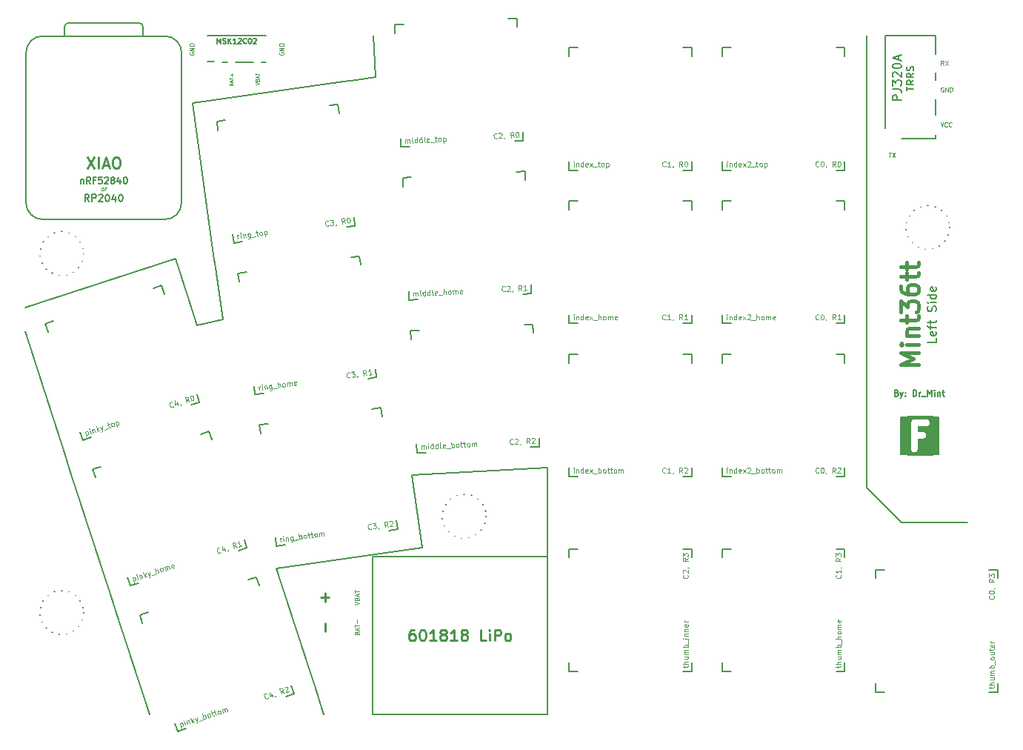
<source format=gto>
G04 #@! TF.GenerationSoftware,KiCad,Pcbnew,8.0.7*
G04 #@! TF.CreationDate,2024-12-21T19:43:24+01:00*
G04 #@! TF.ProjectId,mint36tt_rev02_L,6d696e74-3336-4747-945f-72657630325f,0.2*
G04 #@! TF.SameCoordinates,Original*
G04 #@! TF.FileFunction,Legend,Top*
G04 #@! TF.FilePolarity,Positive*
%FSLAX46Y46*%
G04 Gerber Fmt 4.6, Leading zero omitted, Abs format (unit mm)*
G04 Created by KiCad (PCBNEW 8.0.7) date 2024-12-21 19:43:24*
%MOMM*%
%LPD*%
G01*
G04 APERTURE LIST*
%ADD10C,0.150000*%
%ADD11C,0.200000*%
%ADD12C,0.400000*%
%ADD13C,0.750000*%
%ADD14C,0.250000*%
%ADD15C,0.125000*%
%ADD16C,0.100000*%
%ADD17C,1.397000*%
%ADD18C,1.524000*%
%ADD19C,1.701800*%
%ADD20C,3.000000*%
%ADD21C,3.429000*%
%ADD22C,0.900000*%
%ADD23R,0.700000X1.000000*%
%ADD24R,1.000000X2.800000*%
%ADD25C,1.200000*%
%ADD26O,1.700000X2.500000*%
G04 APERTURE END LIST*
D10*
X107002157Y-131690000D02*
X103238741Y-120107399D01*
X114352617Y-79161536D02*
X111917088Y-61831845D01*
X97830944Y-103463910D02*
X97382869Y-102084878D01*
D11*
X99490000Y-79015000D02*
X99489680Y-79054998D01*
X99350202Y-79839283D02*
X99336712Y-79876939D01*
X98946445Y-80571380D02*
X98921293Y-80602483D01*
X98323883Y-81129416D02*
X98289883Y-81150486D01*
X97552142Y-81450979D02*
X97513096Y-81459661D01*
X96717533Y-81500108D02*
X96677807Y-81495430D01*
X95913395Y-81271307D02*
X95877434Y-81253793D01*
X95229663Y-80790166D02*
X95201487Y-80761774D01*
X94742803Y-80110494D02*
X94725563Y-80074400D01*
X94507265Y-79308304D02*
X94502890Y-79268544D01*
X94549390Y-78473312D02*
X94558369Y-78434333D01*
X94864468Y-77698901D02*
X94885797Y-77665062D01*
X95417261Y-77071679D02*
X95448554Y-77046765D01*
X96145946Y-76661795D02*
X96183703Y-76648592D01*
X96969027Y-76515087D02*
X97009027Y-76515072D01*
X97794455Y-76647965D02*
X97832223Y-76661139D01*
X98529913Y-77045567D02*
X98561226Y-77070456D01*
X99093151Y-77663426D02*
X99114506Y-77697248D01*
X99421177Y-78432442D02*
X99430187Y-78471413D01*
D10*
X152515000Y-124490000D02*
X152515000Y-110290000D01*
X152515000Y-131690000D02*
X152515000Y-129240000D01*
X138191057Y-112619477D02*
X121493464Y-114966171D01*
X102790667Y-118728367D02*
X97830944Y-103463910D01*
X109997593Y-79585517D02*
X112473348Y-87205106D01*
X129246779Y-59396316D02*
X130682668Y-59194515D01*
X152515000Y-106990000D02*
X152515000Y-105540000D01*
X188965000Y-105540000D02*
X188965000Y-105740326D01*
X188965000Y-105740326D02*
X192964674Y-109740000D01*
X114554418Y-80597425D02*
X114352617Y-79161536D01*
D11*
X196340000Y-97705000D02*
X197190000Y-97705000D01*
X197190000Y-101995000D01*
X196340000Y-101995000D01*
X196340000Y-97705000D01*
G36*
X196340000Y-97705000D02*
G01*
X197190000Y-97705000D01*
X197190000Y-101995000D01*
X196340000Y-101995000D01*
X196340000Y-97705000D01*
G37*
D10*
X188965000Y-88040000D02*
X188965000Y-89490000D01*
X103238741Y-120107399D02*
X102790667Y-118728367D01*
X121493464Y-114966171D02*
X126220985Y-129515984D01*
D11*
X145490000Y-109015000D02*
X145489680Y-109054998D01*
X145350202Y-109839283D02*
X145336712Y-109876939D01*
X144946445Y-110571380D02*
X144921293Y-110602483D01*
X144323883Y-111129416D02*
X144289883Y-111150486D01*
X143552142Y-111450979D02*
X143513096Y-111459661D01*
X142717533Y-111500108D02*
X142677807Y-111495430D01*
X141913395Y-111271307D02*
X141877434Y-111253793D01*
X141229663Y-110790166D02*
X141201487Y-110761774D01*
X140742803Y-110110494D02*
X140725563Y-110074400D01*
X140507265Y-109308304D02*
X140502890Y-109268544D01*
X140549390Y-108473312D02*
X140558369Y-108434333D01*
X140864468Y-107698901D02*
X140885797Y-107665062D01*
X141417261Y-107071679D02*
X141448554Y-107046765D01*
X142145946Y-106661795D02*
X142183703Y-106648592D01*
X142969027Y-106515087D02*
X143009027Y-106515072D01*
X143794455Y-106647965D02*
X143832223Y-106661139D01*
X144529913Y-107045567D02*
X144561226Y-107070456D01*
X145093151Y-107663426D02*
X145114506Y-107697248D01*
X145421177Y-108432442D02*
X145430187Y-108471413D01*
D10*
X152515000Y-103518093D02*
X137026023Y-104329836D01*
X132869347Y-58887197D02*
X132619247Y-54115000D01*
X188965000Y-54115000D02*
X188965000Y-70540000D01*
X152515000Y-110290000D02*
X152515000Y-109740000D01*
D11*
X99490000Y-120015000D02*
X99489680Y-120054998D01*
X99350202Y-120839283D02*
X99336712Y-120876939D01*
X98946445Y-121571380D02*
X98921293Y-121602483D01*
X98323883Y-122129416D02*
X98289883Y-122150486D01*
X97552142Y-122450979D02*
X97513096Y-122459661D01*
X96717533Y-122500108D02*
X96677807Y-122495430D01*
X95913395Y-122271307D02*
X95877434Y-122253793D01*
X95229663Y-121790166D02*
X95201487Y-121761774D01*
X94742803Y-121110494D02*
X94725563Y-121074400D01*
X94507265Y-120308304D02*
X94502890Y-120268544D01*
X94549390Y-119473312D02*
X94558369Y-119434333D01*
X94864468Y-118698901D02*
X94885797Y-118665062D01*
X95417261Y-118071679D02*
X95448554Y-118046765D01*
X96145946Y-117661795D02*
X96183703Y-117648592D01*
X96969027Y-117515087D02*
X97009027Y-117515072D01*
X97794455Y-117647965D02*
X97832223Y-117661139D01*
X98529913Y-118045567D02*
X98561226Y-118070456D01*
X99093151Y-118663426D02*
X99114506Y-118697248D01*
X99421177Y-119432442D02*
X99430187Y-119471413D01*
D10*
X188965000Y-89490000D02*
X188965000Y-105540000D01*
X111917088Y-61831845D02*
X129246779Y-59396316D01*
X130682668Y-59194515D02*
X132869347Y-58887197D01*
X188965000Y-70540000D02*
X188965000Y-71990000D01*
X97382869Y-102084878D02*
X92790000Y-87949480D01*
X112473348Y-87205106D02*
X115388482Y-86532095D01*
X137026023Y-104329836D02*
X138191057Y-112619477D01*
X152515000Y-105540000D02*
X152515000Y-103518093D01*
X192964674Y-109740000D02*
X200490000Y-109740000D01*
X126220985Y-129515984D02*
X126669060Y-130895016D01*
X115388482Y-86532095D02*
X114554418Y-80597425D01*
D11*
X192890000Y-97705000D02*
X193690000Y-97705000D01*
X193690000Y-101995000D01*
X192890000Y-101995000D01*
X192890000Y-97705000D01*
G36*
X192890000Y-97705000D02*
G01*
X193690000Y-97705000D01*
X193690000Y-101995000D01*
X192890000Y-101995000D01*
X192890000Y-97705000D01*
G37*
D10*
X188965000Y-71990000D02*
X188965000Y-88040000D01*
X126669060Y-130895016D02*
X126927366Y-131690000D01*
D11*
X198490000Y-76015000D02*
X198489680Y-76054998D01*
X198350202Y-76839283D02*
X198336712Y-76876939D01*
X197946445Y-77571380D02*
X197921293Y-77602483D01*
X197323883Y-78129416D02*
X197289883Y-78150486D01*
X196552142Y-78450979D02*
X196513096Y-78459661D01*
X195717533Y-78500108D02*
X195677807Y-78495430D01*
X194913395Y-78271307D02*
X194877434Y-78253793D01*
X194229663Y-77790166D02*
X194201487Y-77761774D01*
X193742803Y-77110494D02*
X193725563Y-77074400D01*
X193507265Y-76308304D02*
X193502890Y-76268544D01*
X193549390Y-75473312D02*
X193558369Y-75434333D01*
X193864468Y-74698901D02*
X193885797Y-74665062D01*
X194417261Y-74071679D02*
X194448554Y-74046765D01*
X195145946Y-73661795D02*
X195183703Y-73648592D01*
X195969027Y-73515087D02*
X196009027Y-73515072D01*
X196794455Y-73647965D02*
X196832223Y-73661139D01*
X197529913Y-74045567D02*
X197561226Y-74070456D01*
X198093151Y-74663426D02*
X198114506Y-74697248D01*
X198421177Y-75432442D02*
X198430187Y-75471413D01*
D10*
X152515000Y-129240000D02*
X152515000Y-124490000D01*
X92790000Y-85176603D02*
X109997593Y-79585517D01*
X152515000Y-109740000D02*
X152515000Y-106990000D01*
D12*
X194894438Y-91681666D02*
X192894438Y-91681666D01*
X192894438Y-91681666D02*
X194323009Y-91014999D01*
X194323009Y-91014999D02*
X192894438Y-90348333D01*
X192894438Y-90348333D02*
X194894438Y-90348333D01*
X194894438Y-89395952D02*
X193561104Y-89395952D01*
X192894438Y-89395952D02*
X192989676Y-89491190D01*
X192989676Y-89491190D02*
X193084914Y-89395952D01*
X193084914Y-89395952D02*
X192989676Y-89300714D01*
X192989676Y-89300714D02*
X192894438Y-89395952D01*
X192894438Y-89395952D02*
X193084914Y-89395952D01*
X193561104Y-88443571D02*
X194894438Y-88443571D01*
X193751580Y-88443571D02*
X193656342Y-88348333D01*
X193656342Y-88348333D02*
X193561104Y-88157857D01*
X193561104Y-88157857D02*
X193561104Y-87872142D01*
X193561104Y-87872142D02*
X193656342Y-87681666D01*
X193656342Y-87681666D02*
X193846819Y-87586428D01*
X193846819Y-87586428D02*
X194894438Y-87586428D01*
X193561104Y-86919761D02*
X193561104Y-86157857D01*
X192894438Y-86634047D02*
X194608723Y-86634047D01*
X194608723Y-86634047D02*
X194799200Y-86538809D01*
X194799200Y-86538809D02*
X194894438Y-86348333D01*
X194894438Y-86348333D02*
X194894438Y-86157857D01*
X192894438Y-85681666D02*
X192894438Y-84443571D01*
X192894438Y-84443571D02*
X193656342Y-85110238D01*
X193656342Y-85110238D02*
X193656342Y-84824523D01*
X193656342Y-84824523D02*
X193751580Y-84634047D01*
X193751580Y-84634047D02*
X193846819Y-84538809D01*
X193846819Y-84538809D02*
X194037295Y-84443571D01*
X194037295Y-84443571D02*
X194513485Y-84443571D01*
X194513485Y-84443571D02*
X194703961Y-84538809D01*
X194703961Y-84538809D02*
X194799200Y-84634047D01*
X194799200Y-84634047D02*
X194894438Y-84824523D01*
X194894438Y-84824523D02*
X194894438Y-85395952D01*
X194894438Y-85395952D02*
X194799200Y-85586428D01*
X194799200Y-85586428D02*
X194703961Y-85681666D01*
X192894438Y-82729285D02*
X192894438Y-83110238D01*
X192894438Y-83110238D02*
X192989676Y-83300714D01*
X192989676Y-83300714D02*
X193084914Y-83395952D01*
X193084914Y-83395952D02*
X193370628Y-83586428D01*
X193370628Y-83586428D02*
X193751580Y-83681666D01*
X193751580Y-83681666D02*
X194513485Y-83681666D01*
X194513485Y-83681666D02*
X194703961Y-83586428D01*
X194703961Y-83586428D02*
X194799200Y-83491190D01*
X194799200Y-83491190D02*
X194894438Y-83300714D01*
X194894438Y-83300714D02*
X194894438Y-82919761D01*
X194894438Y-82919761D02*
X194799200Y-82729285D01*
X194799200Y-82729285D02*
X194703961Y-82634047D01*
X194703961Y-82634047D02*
X194513485Y-82538809D01*
X194513485Y-82538809D02*
X194037295Y-82538809D01*
X194037295Y-82538809D02*
X193846819Y-82634047D01*
X193846819Y-82634047D02*
X193751580Y-82729285D01*
X193751580Y-82729285D02*
X193656342Y-82919761D01*
X193656342Y-82919761D02*
X193656342Y-83300714D01*
X193656342Y-83300714D02*
X193751580Y-83491190D01*
X193751580Y-83491190D02*
X193846819Y-83586428D01*
X193846819Y-83586428D02*
X194037295Y-83681666D01*
X193561104Y-81967380D02*
X193561104Y-81205476D01*
X192894438Y-81681666D02*
X194608723Y-81681666D01*
X194608723Y-81681666D02*
X194799200Y-81586428D01*
X194799200Y-81586428D02*
X194894438Y-81395952D01*
X194894438Y-81395952D02*
X194894438Y-81205476D01*
X193561104Y-80824523D02*
X193561104Y-80062619D01*
X192894438Y-80538809D02*
X194608723Y-80538809D01*
X194608723Y-80538809D02*
X194799200Y-80443571D01*
X194799200Y-80443571D02*
X194894438Y-80253095D01*
X194894438Y-80253095D02*
X194894438Y-80062619D01*
D10*
X196944819Y-88681667D02*
X196944819Y-89157857D01*
X196944819Y-89157857D02*
X195944819Y-89157857D01*
X196897200Y-87967381D02*
X196944819Y-88062619D01*
X196944819Y-88062619D02*
X196944819Y-88253095D01*
X196944819Y-88253095D02*
X196897200Y-88348333D01*
X196897200Y-88348333D02*
X196801961Y-88395952D01*
X196801961Y-88395952D02*
X196421009Y-88395952D01*
X196421009Y-88395952D02*
X196325771Y-88348333D01*
X196325771Y-88348333D02*
X196278152Y-88253095D01*
X196278152Y-88253095D02*
X196278152Y-88062619D01*
X196278152Y-88062619D02*
X196325771Y-87967381D01*
X196325771Y-87967381D02*
X196421009Y-87919762D01*
X196421009Y-87919762D02*
X196516247Y-87919762D01*
X196516247Y-87919762D02*
X196611485Y-88395952D01*
X196278152Y-87634047D02*
X196278152Y-87253095D01*
X196944819Y-87491190D02*
X196087676Y-87491190D01*
X196087676Y-87491190D02*
X195992438Y-87443571D01*
X195992438Y-87443571D02*
X195944819Y-87348333D01*
X195944819Y-87348333D02*
X195944819Y-87253095D01*
X196278152Y-87062618D02*
X196278152Y-86681666D01*
X195944819Y-86919761D02*
X196801961Y-86919761D01*
X196801961Y-86919761D02*
X196897200Y-86872142D01*
X196897200Y-86872142D02*
X196944819Y-86776904D01*
X196944819Y-86776904D02*
X196944819Y-86681666D01*
X196897200Y-85634046D02*
X196944819Y-85491189D01*
X196944819Y-85491189D02*
X196944819Y-85253094D01*
X196944819Y-85253094D02*
X196897200Y-85157856D01*
X196897200Y-85157856D02*
X196849580Y-85110237D01*
X196849580Y-85110237D02*
X196754342Y-85062618D01*
X196754342Y-85062618D02*
X196659104Y-85062618D01*
X196659104Y-85062618D02*
X196563866Y-85110237D01*
X196563866Y-85110237D02*
X196516247Y-85157856D01*
X196516247Y-85157856D02*
X196468628Y-85253094D01*
X196468628Y-85253094D02*
X196421009Y-85443570D01*
X196421009Y-85443570D02*
X196373390Y-85538808D01*
X196373390Y-85538808D02*
X196325771Y-85586427D01*
X196325771Y-85586427D02*
X196230533Y-85634046D01*
X196230533Y-85634046D02*
X196135295Y-85634046D01*
X196135295Y-85634046D02*
X196040057Y-85586427D01*
X196040057Y-85586427D02*
X195992438Y-85538808D01*
X195992438Y-85538808D02*
X195944819Y-85443570D01*
X195944819Y-85443570D02*
X195944819Y-85205475D01*
X195944819Y-85205475D02*
X195992438Y-85062618D01*
X196944819Y-84634046D02*
X196278152Y-84634046D01*
X195944819Y-84634046D02*
X195992438Y-84681665D01*
X195992438Y-84681665D02*
X196040057Y-84634046D01*
X196040057Y-84634046D02*
X195992438Y-84586427D01*
X195992438Y-84586427D02*
X195944819Y-84634046D01*
X195944819Y-84634046D02*
X196040057Y-84634046D01*
X196944819Y-83729285D02*
X195944819Y-83729285D01*
X196897200Y-83729285D02*
X196944819Y-83824523D01*
X196944819Y-83824523D02*
X196944819Y-84014999D01*
X196944819Y-84014999D02*
X196897200Y-84110237D01*
X196897200Y-84110237D02*
X196849580Y-84157856D01*
X196849580Y-84157856D02*
X196754342Y-84205475D01*
X196754342Y-84205475D02*
X196468628Y-84205475D01*
X196468628Y-84205475D02*
X196373390Y-84157856D01*
X196373390Y-84157856D02*
X196325771Y-84110237D01*
X196325771Y-84110237D02*
X196278152Y-84014999D01*
X196278152Y-84014999D02*
X196278152Y-83824523D01*
X196278152Y-83824523D02*
X196325771Y-83729285D01*
X196897200Y-82872142D02*
X196944819Y-82967380D01*
X196944819Y-82967380D02*
X196944819Y-83157856D01*
X196944819Y-83157856D02*
X196897200Y-83253094D01*
X196897200Y-83253094D02*
X196801961Y-83300713D01*
X196801961Y-83300713D02*
X196421009Y-83300713D01*
X196421009Y-83300713D02*
X196325771Y-83253094D01*
X196325771Y-83253094D02*
X196278152Y-83157856D01*
X196278152Y-83157856D02*
X196278152Y-82967380D01*
X196278152Y-82967380D02*
X196325771Y-82872142D01*
X196325771Y-82872142D02*
X196421009Y-82824523D01*
X196421009Y-82824523D02*
X196516247Y-82824523D01*
X196516247Y-82824523D02*
X196611485Y-83300713D01*
D13*
G36*
X196593935Y-102097649D02*
G01*
X193668571Y-102097649D01*
X193668571Y-98350857D01*
X194043571Y-98350857D01*
X194043571Y-101350857D01*
X194046779Y-101399804D01*
X194072116Y-101494363D01*
X194121063Y-101579143D01*
X194190285Y-101648365D01*
X194275065Y-101697312D01*
X194369624Y-101722649D01*
X194467518Y-101722649D01*
X194562077Y-101697312D01*
X194646857Y-101648365D01*
X194716079Y-101579143D01*
X194765026Y-101494363D01*
X194790363Y-101399804D01*
X194793571Y-101350857D01*
X194793571Y-100154428D01*
X195418571Y-100154428D01*
X195467518Y-100151220D01*
X195562077Y-100125883D01*
X195646857Y-100076936D01*
X195716079Y-100007714D01*
X195765026Y-99922934D01*
X195790363Y-99828375D01*
X195790363Y-99730481D01*
X195765026Y-99635922D01*
X195716079Y-99551142D01*
X195646857Y-99481920D01*
X195562077Y-99432973D01*
X195467518Y-99407636D01*
X195418571Y-99404428D01*
X194793571Y-99404428D01*
X194793571Y-98725857D01*
X195847143Y-98725857D01*
X195896090Y-98722649D01*
X195990649Y-98697312D01*
X196075429Y-98648365D01*
X196144651Y-98579143D01*
X196193598Y-98494363D01*
X196218935Y-98399804D01*
X196218935Y-98301910D01*
X196193598Y-98207351D01*
X196144651Y-98122571D01*
X196075429Y-98053349D01*
X195990649Y-98004402D01*
X195896090Y-97979065D01*
X195847143Y-97975857D01*
X194418571Y-97975857D01*
X194369624Y-97979065D01*
X194275065Y-98004402D01*
X194190285Y-98053349D01*
X194121063Y-98122571D01*
X194072116Y-98207351D01*
X194046779Y-98301910D01*
X194043571Y-98350857D01*
X193668571Y-98350857D01*
X193668571Y-97600857D01*
X196593935Y-97600857D01*
X196593935Y-102097649D01*
G37*
D10*
X192423335Y-94964366D02*
X192523335Y-94997700D01*
X192523335Y-94997700D02*
X192556668Y-95031033D01*
X192556668Y-95031033D02*
X192590001Y-95097700D01*
X192590001Y-95097700D02*
X192590001Y-95197700D01*
X192590001Y-95197700D02*
X192556668Y-95264366D01*
X192556668Y-95264366D02*
X192523335Y-95297700D01*
X192523335Y-95297700D02*
X192456668Y-95331033D01*
X192456668Y-95331033D02*
X192190001Y-95331033D01*
X192190001Y-95331033D02*
X192190001Y-94631033D01*
X192190001Y-94631033D02*
X192423335Y-94631033D01*
X192423335Y-94631033D02*
X192490001Y-94664366D01*
X192490001Y-94664366D02*
X192523335Y-94697700D01*
X192523335Y-94697700D02*
X192556668Y-94764366D01*
X192556668Y-94764366D02*
X192556668Y-94831033D01*
X192556668Y-94831033D02*
X192523335Y-94897700D01*
X192523335Y-94897700D02*
X192490001Y-94931033D01*
X192490001Y-94931033D02*
X192423335Y-94964366D01*
X192423335Y-94964366D02*
X192190001Y-94964366D01*
X192823335Y-94864366D02*
X192990001Y-95331033D01*
X193156668Y-94864366D02*
X192990001Y-95331033D01*
X192990001Y-95331033D02*
X192923335Y-95497700D01*
X192923335Y-95497700D02*
X192890001Y-95531033D01*
X192890001Y-95531033D02*
X192823335Y-95564366D01*
X193423334Y-95264366D02*
X193456668Y-95297700D01*
X193456668Y-95297700D02*
X193423334Y-95331033D01*
X193423334Y-95331033D02*
X193390001Y-95297700D01*
X193390001Y-95297700D02*
X193423334Y-95264366D01*
X193423334Y-95264366D02*
X193423334Y-95331033D01*
X193423334Y-94897700D02*
X193456668Y-94931033D01*
X193456668Y-94931033D02*
X193423334Y-94964366D01*
X193423334Y-94964366D02*
X193390001Y-94931033D01*
X193390001Y-94931033D02*
X193423334Y-94897700D01*
X193423334Y-94897700D02*
X193423334Y-94964366D01*
X194290000Y-95331033D02*
X194290000Y-94631033D01*
X194290000Y-94631033D02*
X194456667Y-94631033D01*
X194456667Y-94631033D02*
X194556667Y-94664366D01*
X194556667Y-94664366D02*
X194623334Y-94731033D01*
X194623334Y-94731033D02*
X194656667Y-94797700D01*
X194656667Y-94797700D02*
X194690000Y-94931033D01*
X194690000Y-94931033D02*
X194690000Y-95031033D01*
X194690000Y-95031033D02*
X194656667Y-95164366D01*
X194656667Y-95164366D02*
X194623334Y-95231033D01*
X194623334Y-95231033D02*
X194556667Y-95297700D01*
X194556667Y-95297700D02*
X194456667Y-95331033D01*
X194456667Y-95331033D02*
X194290000Y-95331033D01*
X194990000Y-95331033D02*
X194990000Y-94864366D01*
X194990000Y-94997700D02*
X195023334Y-94931033D01*
X195023334Y-94931033D02*
X195056667Y-94897700D01*
X195056667Y-94897700D02*
X195123334Y-94864366D01*
X195123334Y-94864366D02*
X195190000Y-94864366D01*
X195256667Y-95397700D02*
X195790000Y-95397700D01*
X195956666Y-95331033D02*
X195956666Y-94631033D01*
X195956666Y-94631033D02*
X196190000Y-95131033D01*
X196190000Y-95131033D02*
X196423333Y-94631033D01*
X196423333Y-94631033D02*
X196423333Y-95331033D01*
X196756666Y-95331033D02*
X196756666Y-94864366D01*
X196756666Y-94631033D02*
X196723333Y-94664366D01*
X196723333Y-94664366D02*
X196756666Y-94697700D01*
X196756666Y-94697700D02*
X196790000Y-94664366D01*
X196790000Y-94664366D02*
X196756666Y-94631033D01*
X196756666Y-94631033D02*
X196756666Y-94697700D01*
X197089999Y-94864366D02*
X197089999Y-95331033D01*
X197089999Y-94931033D02*
X197123333Y-94897700D01*
X197123333Y-94897700D02*
X197189999Y-94864366D01*
X197189999Y-94864366D02*
X197289999Y-94864366D01*
X197289999Y-94864366D02*
X197356666Y-94897700D01*
X197356666Y-94897700D02*
X197389999Y-94964366D01*
X197389999Y-94964366D02*
X197389999Y-95331033D01*
X197623332Y-94864366D02*
X197889999Y-94864366D01*
X197723332Y-94631033D02*
X197723332Y-95231033D01*
X197723332Y-95231033D02*
X197756666Y-95297700D01*
X197756666Y-95297700D02*
X197823332Y-95331033D01*
X197823332Y-95331033D02*
X197889999Y-95331033D01*
D14*
X127079083Y-122191189D02*
X127079083Y-121238809D01*
D15*
X130702904Y-122393570D02*
X130726714Y-122322142D01*
X130726714Y-122322142D02*
X130750523Y-122298332D01*
X130750523Y-122298332D02*
X130798142Y-122274523D01*
X130798142Y-122274523D02*
X130869571Y-122274523D01*
X130869571Y-122274523D02*
X130917190Y-122298332D01*
X130917190Y-122298332D02*
X130941000Y-122322142D01*
X130941000Y-122322142D02*
X130964809Y-122369761D01*
X130964809Y-122369761D02*
X130964809Y-122560237D01*
X130964809Y-122560237D02*
X130464809Y-122560237D01*
X130464809Y-122560237D02*
X130464809Y-122393570D01*
X130464809Y-122393570D02*
X130488619Y-122345951D01*
X130488619Y-122345951D02*
X130512428Y-122322142D01*
X130512428Y-122322142D02*
X130560047Y-122298332D01*
X130560047Y-122298332D02*
X130607666Y-122298332D01*
X130607666Y-122298332D02*
X130655285Y-122322142D01*
X130655285Y-122322142D02*
X130679095Y-122345951D01*
X130679095Y-122345951D02*
X130702904Y-122393570D01*
X130702904Y-122393570D02*
X130702904Y-122560237D01*
X130821952Y-122084046D02*
X130821952Y-121845951D01*
X130964809Y-122131665D02*
X130464809Y-121964999D01*
X130464809Y-121964999D02*
X130964809Y-121798332D01*
X130464809Y-121703094D02*
X130464809Y-121417380D01*
X130964809Y-121560237D02*
X130464809Y-121560237D01*
X130774333Y-121250714D02*
X130774333Y-120869762D01*
D14*
X127079083Y-118791189D02*
X127079083Y-117838809D01*
X127555273Y-118314999D02*
X126602892Y-118314999D01*
D15*
X130464809Y-119136427D02*
X130964809Y-118969761D01*
X130964809Y-118969761D02*
X130464809Y-118803094D01*
X130702904Y-118469761D02*
X130726714Y-118398333D01*
X130726714Y-118398333D02*
X130750523Y-118374523D01*
X130750523Y-118374523D02*
X130798142Y-118350714D01*
X130798142Y-118350714D02*
X130869571Y-118350714D01*
X130869571Y-118350714D02*
X130917190Y-118374523D01*
X130917190Y-118374523D02*
X130941000Y-118398333D01*
X130941000Y-118398333D02*
X130964809Y-118445952D01*
X130964809Y-118445952D02*
X130964809Y-118636428D01*
X130964809Y-118636428D02*
X130464809Y-118636428D01*
X130464809Y-118636428D02*
X130464809Y-118469761D01*
X130464809Y-118469761D02*
X130488619Y-118422142D01*
X130488619Y-118422142D02*
X130512428Y-118398333D01*
X130512428Y-118398333D02*
X130560047Y-118374523D01*
X130560047Y-118374523D02*
X130607666Y-118374523D01*
X130607666Y-118374523D02*
X130655285Y-118398333D01*
X130655285Y-118398333D02*
X130679095Y-118422142D01*
X130679095Y-118422142D02*
X130702904Y-118469761D01*
X130702904Y-118469761D02*
X130702904Y-118636428D01*
X130821952Y-118160237D02*
X130821952Y-117922142D01*
X130964809Y-118207856D02*
X130464809Y-118041190D01*
X130464809Y-118041190D02*
X130964809Y-117874523D01*
X130464809Y-117779285D02*
X130464809Y-117493571D01*
X130964809Y-117636428D02*
X130464809Y-117636428D01*
X110478826Y-132681586D02*
X110664236Y-133252219D01*
X110487655Y-132708759D02*
X110533172Y-132663927D01*
X110533172Y-132663927D02*
X110641864Y-132628611D01*
X110641864Y-132628611D02*
X110705039Y-132638126D01*
X110705039Y-132638126D02*
X110741041Y-132656470D01*
X110741041Y-132656470D02*
X110785872Y-132701987D01*
X110785872Y-132701987D02*
X110838847Y-132865025D01*
X110838847Y-132865025D02*
X110829332Y-132928201D01*
X110829332Y-132928201D02*
X110810988Y-132964203D01*
X110810988Y-132964203D02*
X110765471Y-133009034D01*
X110765471Y-133009034D02*
X110656779Y-133044350D01*
X110656779Y-133044350D02*
X110593603Y-133034835D01*
X111118720Y-132894256D02*
X110995113Y-132513833D01*
X110933310Y-132323622D02*
X110914966Y-132359624D01*
X110914966Y-132359624D02*
X110950968Y-132377968D01*
X110950968Y-132377968D02*
X110969312Y-132341966D01*
X110969312Y-132341966D02*
X110933310Y-132323622D01*
X110933310Y-132323622D02*
X110950968Y-132377968D01*
X111266844Y-132425543D02*
X111390450Y-132805966D01*
X111284502Y-132479889D02*
X111302846Y-132443887D01*
X111302846Y-132443887D02*
X111348363Y-132399056D01*
X111348363Y-132399056D02*
X111429882Y-132372569D01*
X111429882Y-132372569D02*
X111493057Y-132382084D01*
X111493057Y-132382084D02*
X111537888Y-132427601D01*
X111537888Y-132427601D02*
X111635008Y-132726504D01*
X111906738Y-132638214D02*
X111721328Y-132067580D01*
X111890452Y-132403171D02*
X112124122Y-132567581D01*
X112000516Y-132187159D02*
X111853764Y-132475175D01*
X112190727Y-132125355D02*
X112450199Y-132461633D01*
X112462457Y-132037065D02*
X112450199Y-132461633D01*
X112450199Y-132461633D02*
X112439998Y-132615156D01*
X112439998Y-132615156D02*
X112421654Y-132651158D01*
X112421654Y-132651158D02*
X112376137Y-132695989D01*
X112685241Y-132445346D02*
X113120010Y-132304081D01*
X113238217Y-132205590D02*
X113052807Y-131634956D01*
X113123439Y-131852340D02*
X113168956Y-131807509D01*
X113168956Y-131807509D02*
X113277649Y-131772193D01*
X113277649Y-131772193D02*
X113340824Y-131781708D01*
X113340824Y-131781708D02*
X113376826Y-131800052D01*
X113376826Y-131800052D02*
X113421657Y-131845569D01*
X113421657Y-131845569D02*
X113474631Y-132008607D01*
X113474631Y-132008607D02*
X113465116Y-132071782D01*
X113465116Y-132071782D02*
X113446772Y-132107784D01*
X113446772Y-132107784D02*
X113401255Y-132152615D01*
X113401255Y-132152615D02*
X113292563Y-132187932D01*
X113292563Y-132187932D02*
X113229388Y-132178417D01*
X113836024Y-132011351D02*
X113772849Y-132001836D01*
X113772849Y-132001836D02*
X113736847Y-131983492D01*
X113736847Y-131983492D02*
X113692016Y-131937975D01*
X113692016Y-131937975D02*
X113639041Y-131774936D01*
X113639041Y-131774936D02*
X113648556Y-131711761D01*
X113648556Y-131711761D02*
X113666900Y-131675759D01*
X113666900Y-131675759D02*
X113712417Y-131630928D01*
X113712417Y-131630928D02*
X113793936Y-131604441D01*
X113793936Y-131604441D02*
X113857111Y-131613956D01*
X113857111Y-131613956D02*
X113893114Y-131632300D01*
X113893114Y-131632300D02*
X113937945Y-131677817D01*
X113937945Y-131677817D02*
X113990919Y-131840855D01*
X113990919Y-131840855D02*
X113981404Y-131904030D01*
X113981404Y-131904030D02*
X113963060Y-131940032D01*
X113963060Y-131940032D02*
X113917543Y-131984863D01*
X113917543Y-131984863D02*
X113836024Y-132011351D01*
X114065667Y-131516150D02*
X114283051Y-131445518D01*
X114085382Y-131299452D02*
X114244305Y-131788567D01*
X114244305Y-131788567D02*
X114289136Y-131834084D01*
X114289136Y-131834084D02*
X114352312Y-131843599D01*
X114352312Y-131843599D02*
X114406658Y-131825940D01*
X114391743Y-131410202D02*
X114609127Y-131339569D01*
X114411459Y-131193503D02*
X114570382Y-131682618D01*
X114570382Y-131682618D02*
X114615213Y-131728135D01*
X114615213Y-131728135D02*
X114678388Y-131737650D01*
X114678388Y-131737650D02*
X114732734Y-131719992D01*
X115004464Y-131631701D02*
X114941289Y-131622186D01*
X114941289Y-131622186D02*
X114905287Y-131603842D01*
X114905287Y-131603842D02*
X114860456Y-131558325D01*
X114860456Y-131558325D02*
X114807482Y-131395287D01*
X114807482Y-131395287D02*
X114816997Y-131332112D01*
X114816997Y-131332112D02*
X114835341Y-131296110D01*
X114835341Y-131296110D02*
X114880858Y-131251279D01*
X114880858Y-131251279D02*
X114962377Y-131224791D01*
X114962377Y-131224791D02*
X115025552Y-131234306D01*
X115025552Y-131234306D02*
X115061554Y-131252650D01*
X115061554Y-131252650D02*
X115106385Y-131298167D01*
X115106385Y-131298167D02*
X115159359Y-131461206D01*
X115159359Y-131461206D02*
X115149845Y-131524381D01*
X115149845Y-131524381D02*
X115131501Y-131560383D01*
X115131501Y-131560383D02*
X115085984Y-131605214D01*
X115085984Y-131605214D02*
X115004464Y-131631701D01*
X115439233Y-131490436D02*
X115315626Y-131110014D01*
X115333284Y-131164360D02*
X115351628Y-131128358D01*
X115351628Y-131128358D02*
X115397145Y-131083527D01*
X115397145Y-131083527D02*
X115478664Y-131057039D01*
X115478664Y-131057039D02*
X115541840Y-131066554D01*
X115541840Y-131066554D02*
X115586671Y-131112071D01*
X115586671Y-131112071D02*
X115683790Y-131410975D01*
X115586671Y-131112071D02*
X115596186Y-131048896D01*
X115596186Y-131048896D02*
X115641703Y-131004065D01*
X115641703Y-131004065D02*
X115723222Y-130977578D01*
X115723222Y-130977578D02*
X115786397Y-130987093D01*
X115786397Y-130987093D02*
X115831228Y-131032610D01*
X115831228Y-131032610D02*
X115928348Y-131331513D01*
X120563897Y-129765248D02*
X120545553Y-129801250D01*
X120545553Y-129801250D02*
X120472863Y-129854911D01*
X120472863Y-129854911D02*
X120418517Y-129872569D01*
X120418517Y-129872569D02*
X120328169Y-129871883D01*
X120328169Y-129871883D02*
X120256165Y-129835195D01*
X120256165Y-129835195D02*
X120211334Y-129789678D01*
X120211334Y-129789678D02*
X120148844Y-129689815D01*
X120148844Y-129689815D02*
X120122357Y-129608296D01*
X120122357Y-129608296D02*
X120114214Y-129490774D01*
X120114214Y-129490774D02*
X120123729Y-129427599D01*
X120123729Y-129427599D02*
X120160417Y-129355595D01*
X120160417Y-129355595D02*
X120233107Y-129301935D01*
X120233107Y-129301935D02*
X120287453Y-129284277D01*
X120287453Y-129284277D02*
X120377801Y-129284963D01*
X120377801Y-129284963D02*
X120413803Y-129303307D01*
X120947063Y-129280249D02*
X121070670Y-129660671D01*
X120740566Y-129107010D02*
X120737136Y-129558751D01*
X120737136Y-129558751D02*
X121090386Y-129443973D01*
X121387918Y-129527550D02*
X121396747Y-129554723D01*
X121396747Y-129554723D02*
X121387232Y-129617898D01*
X121387232Y-129617898D02*
X121368888Y-129653900D01*
X122402150Y-129228048D02*
X122123648Y-129018121D01*
X122076073Y-129333996D02*
X121890663Y-128763362D01*
X121890663Y-128763362D02*
X122108047Y-128692730D01*
X122108047Y-128692730D02*
X122171222Y-128702245D01*
X122171222Y-128702245D02*
X122207225Y-128720589D01*
X122207225Y-128720589D02*
X122252056Y-128766106D01*
X122252056Y-128766106D02*
X122278543Y-128847625D01*
X122278543Y-128847625D02*
X122269028Y-128910800D01*
X122269028Y-128910800D02*
X122250684Y-128946802D01*
X122250684Y-128946802D02*
X122205167Y-128991633D01*
X122205167Y-128991633D02*
X121987783Y-129062266D01*
X122451782Y-128641127D02*
X122470126Y-128605125D01*
X122470126Y-128605125D02*
X122515643Y-128560294D01*
X122515643Y-128560294D02*
X122651508Y-128516149D01*
X122651508Y-128516149D02*
X122714683Y-128525664D01*
X122714683Y-128525664D02*
X122750685Y-128544008D01*
X122750685Y-128544008D02*
X122795517Y-128589525D01*
X122795517Y-128589525D02*
X122813175Y-128643871D01*
X122813175Y-128643871D02*
X122812489Y-128734219D01*
X122812489Y-128734219D02*
X122592361Y-129166244D01*
X122592361Y-129166244D02*
X122945611Y-129051466D01*
X119556692Y-94633916D02*
X119501023Y-94237809D01*
X119516928Y-94350982D02*
X119537269Y-94290419D01*
X119537269Y-94290419D02*
X119561586Y-94258149D01*
X119561586Y-94258149D02*
X119614196Y-94221903D01*
X119614196Y-94221903D02*
X119670783Y-94213950D01*
X119924506Y-94582223D02*
X119868837Y-94186116D01*
X119841002Y-93988062D02*
X119816685Y-94020332D01*
X119816685Y-94020332D02*
X119848955Y-94044649D01*
X119848955Y-94044649D02*
X119873272Y-94012379D01*
X119873272Y-94012379D02*
X119841002Y-93988062D01*
X119841002Y-93988062D02*
X119848955Y-94044649D01*
X120151770Y-94146352D02*
X120207440Y-94542459D01*
X120159723Y-94202939D02*
X120184040Y-94170669D01*
X120184040Y-94170669D02*
X120236651Y-94134423D01*
X120236651Y-94134423D02*
X120321531Y-94122494D01*
X120321531Y-94122494D02*
X120382094Y-94142834D01*
X120382094Y-94142834D02*
X120418340Y-94195445D01*
X120418340Y-94195445D02*
X120462080Y-94506672D01*
X120943985Y-94035014D02*
X121011583Y-94516001D01*
X121011583Y-94516001D02*
X120991242Y-94576564D01*
X120991242Y-94576564D02*
X120966925Y-94608834D01*
X120966925Y-94608834D02*
X120914315Y-94645080D01*
X120914315Y-94645080D02*
X120829435Y-94657009D01*
X120829435Y-94657009D02*
X120768872Y-94636668D01*
X120995678Y-94402828D02*
X120943067Y-94439074D01*
X120943067Y-94439074D02*
X120829894Y-94454979D01*
X120829894Y-94454979D02*
X120769331Y-94434639D01*
X120769331Y-94434639D02*
X120737061Y-94410322D01*
X120737061Y-94410322D02*
X120700815Y-94357711D01*
X120700815Y-94357711D02*
X120676956Y-94187951D01*
X120676956Y-94187951D02*
X120697297Y-94127388D01*
X120697297Y-94127388D02*
X120721614Y-94095118D01*
X120721614Y-94095118D02*
X120774224Y-94058872D01*
X120774224Y-94058872D02*
X120887398Y-94042966D01*
X120887398Y-94042966D02*
X120947961Y-94063307D01*
X121149073Y-94467826D02*
X121601767Y-94404204D01*
X121735282Y-94327735D02*
X121651778Y-93733574D01*
X121989922Y-94291948D02*
X121946182Y-93980721D01*
X121946182Y-93980721D02*
X121909936Y-93928110D01*
X121909936Y-93928110D02*
X121849373Y-93907770D01*
X121849373Y-93907770D02*
X121764493Y-93919699D01*
X121764493Y-93919699D02*
X121711882Y-93955945D01*
X121711882Y-93955945D02*
X121687565Y-93988215D01*
X122357736Y-94240255D02*
X122297173Y-94219914D01*
X122297173Y-94219914D02*
X122264903Y-94195597D01*
X122264903Y-94195597D02*
X122228657Y-94142987D01*
X122228657Y-94142987D02*
X122204798Y-93973227D01*
X122204798Y-93973227D02*
X122225139Y-93912664D01*
X122225139Y-93912664D02*
X122249456Y-93880394D01*
X122249456Y-93880394D02*
X122302066Y-93844148D01*
X122302066Y-93844148D02*
X122386947Y-93832219D01*
X122386947Y-93832219D02*
X122447510Y-93852559D01*
X122447510Y-93852559D02*
X122479779Y-93876876D01*
X122479779Y-93876876D02*
X122516026Y-93929487D01*
X122516026Y-93929487D02*
X122539884Y-94099247D01*
X122539884Y-94099247D02*
X122519543Y-94159810D01*
X122519543Y-94159810D02*
X122495226Y-94192080D01*
X122495226Y-94192080D02*
X122442616Y-94228326D01*
X122442616Y-94228326D02*
X122357736Y-94240255D01*
X122810430Y-94176633D02*
X122754760Y-93780526D01*
X122762713Y-93837112D02*
X122787030Y-93804843D01*
X122787030Y-93804843D02*
X122839640Y-93768597D01*
X122839640Y-93768597D02*
X122924521Y-93756667D01*
X122924521Y-93756667D02*
X122985084Y-93777008D01*
X122985084Y-93777008D02*
X123021330Y-93829618D01*
X123021330Y-93829618D02*
X123065070Y-94140846D01*
X123021330Y-93829618D02*
X123041670Y-93769055D01*
X123041670Y-93769055D02*
X123094281Y-93732809D01*
X123094281Y-93732809D02*
X123179161Y-93720880D01*
X123179161Y-93720880D02*
X123239724Y-93741221D01*
X123239724Y-93741221D02*
X123275970Y-93793831D01*
X123275970Y-93793831D02*
X123319710Y-94105058D01*
X123825015Y-94005190D02*
X123772404Y-94041436D01*
X123772404Y-94041436D02*
X123659231Y-94057342D01*
X123659231Y-94057342D02*
X123598668Y-94037001D01*
X123598668Y-94037001D02*
X123562422Y-93984391D01*
X123562422Y-93984391D02*
X123530611Y-93758044D01*
X123530611Y-93758044D02*
X123550951Y-93697481D01*
X123550951Y-93697481D02*
X123603562Y-93661235D01*
X123603562Y-93661235D02*
X123716735Y-93645329D01*
X123716735Y-93645329D02*
X123777298Y-93665670D01*
X123777298Y-93665670D02*
X123813544Y-93718280D01*
X123813544Y-93718280D02*
X123821497Y-93774867D01*
X123821497Y-93774867D02*
X123546516Y-93871217D01*
X129939298Y-93117031D02*
X129914981Y-93149301D01*
X129914981Y-93149301D02*
X129834077Y-93189524D01*
X129834077Y-93189524D02*
X129777491Y-93197476D01*
X129777491Y-93197476D02*
X129688634Y-93181112D01*
X129688634Y-93181112D02*
X129624095Y-93132478D01*
X129624095Y-93132478D02*
X129587849Y-93079868D01*
X129587849Y-93079868D02*
X129543650Y-92970671D01*
X129543650Y-92970671D02*
X129531721Y-92885790D01*
X129531721Y-92885790D02*
X129544109Y-92768641D01*
X129544109Y-92768641D02*
X129564449Y-92708077D01*
X129564449Y-92708077D02*
X129613083Y-92643538D01*
X129613083Y-92643538D02*
X129693987Y-92603315D01*
X129693987Y-92603315D02*
X129750574Y-92595363D01*
X129750574Y-92595363D02*
X129839430Y-92611727D01*
X129839430Y-92611727D02*
X129871700Y-92636044D01*
X130061801Y-92551623D02*
X130429615Y-92499930D01*
X130429615Y-92499930D02*
X130263372Y-92754111D01*
X130263372Y-92754111D02*
X130348252Y-92742182D01*
X130348252Y-92742182D02*
X130408815Y-92762523D01*
X130408815Y-92762523D02*
X130441085Y-92786840D01*
X130441085Y-92786840D02*
X130477331Y-92839450D01*
X130477331Y-92839450D02*
X130497213Y-92980917D01*
X130497213Y-92980917D02*
X130476872Y-93041480D01*
X130476872Y-93041480D02*
X130452555Y-93073750D01*
X130452555Y-93073750D02*
X130399945Y-93109996D01*
X130399945Y-93109996D02*
X130230185Y-93133854D01*
X130230185Y-93133854D02*
X130169622Y-93113514D01*
X130169622Y-93113514D02*
X130137352Y-93089197D01*
X130792076Y-93026033D02*
X130796053Y-93054327D01*
X130796053Y-93054327D02*
X130775712Y-93114890D01*
X130775712Y-93114890D02*
X130751395Y-93147160D01*
X131842907Y-92907201D02*
X131605090Y-92652102D01*
X131503387Y-92954917D02*
X131419883Y-92360757D01*
X131419883Y-92360757D02*
X131646230Y-92328946D01*
X131646230Y-92328946D02*
X131706793Y-92349286D01*
X131706793Y-92349286D02*
X131739063Y-92373603D01*
X131739063Y-92373603D02*
X131775309Y-92426214D01*
X131775309Y-92426214D02*
X131787238Y-92511094D01*
X131787238Y-92511094D02*
X131766897Y-92571657D01*
X131766897Y-92571657D02*
X131742580Y-92603927D01*
X131742580Y-92603927D02*
X131689970Y-92640173D01*
X131689970Y-92640173D02*
X131463623Y-92671984D01*
X132408775Y-92827673D02*
X132069254Y-92875390D01*
X132239015Y-92851532D02*
X132155511Y-92257371D01*
X132155511Y-92257371D02*
X132110853Y-92350204D01*
X132110853Y-92350204D02*
X132062219Y-92414743D01*
X132062219Y-92414743D02*
X132009609Y-92450989D01*
X155515093Y-104086071D02*
X155515093Y-103686071D01*
X155515093Y-103486071D02*
X155486521Y-103514642D01*
X155486521Y-103514642D02*
X155515093Y-103543214D01*
X155515093Y-103543214D02*
X155543664Y-103514642D01*
X155543664Y-103514642D02*
X155515093Y-103486071D01*
X155515093Y-103486071D02*
X155515093Y-103543214D01*
X155800807Y-103686071D02*
X155800807Y-104086071D01*
X155800807Y-103743214D02*
X155829378Y-103714642D01*
X155829378Y-103714642D02*
X155886521Y-103686071D01*
X155886521Y-103686071D02*
X155972235Y-103686071D01*
X155972235Y-103686071D02*
X156029378Y-103714642D01*
X156029378Y-103714642D02*
X156057950Y-103771785D01*
X156057950Y-103771785D02*
X156057950Y-104086071D01*
X156600807Y-104086071D02*
X156600807Y-103486071D01*
X156600807Y-104057500D02*
X156543664Y-104086071D01*
X156543664Y-104086071D02*
X156429378Y-104086071D01*
X156429378Y-104086071D02*
X156372235Y-104057500D01*
X156372235Y-104057500D02*
X156343664Y-104028928D01*
X156343664Y-104028928D02*
X156315092Y-103971785D01*
X156315092Y-103971785D02*
X156315092Y-103800357D01*
X156315092Y-103800357D02*
X156343664Y-103743214D01*
X156343664Y-103743214D02*
X156372235Y-103714642D01*
X156372235Y-103714642D02*
X156429378Y-103686071D01*
X156429378Y-103686071D02*
X156543664Y-103686071D01*
X156543664Y-103686071D02*
X156600807Y-103714642D01*
X157115092Y-104057500D02*
X157057949Y-104086071D01*
X157057949Y-104086071D02*
X156943664Y-104086071D01*
X156943664Y-104086071D02*
X156886521Y-104057500D01*
X156886521Y-104057500D02*
X156857949Y-104000357D01*
X156857949Y-104000357D02*
X156857949Y-103771785D01*
X156857949Y-103771785D02*
X156886521Y-103714642D01*
X156886521Y-103714642D02*
X156943664Y-103686071D01*
X156943664Y-103686071D02*
X157057949Y-103686071D01*
X157057949Y-103686071D02*
X157115092Y-103714642D01*
X157115092Y-103714642D02*
X157143664Y-103771785D01*
X157143664Y-103771785D02*
X157143664Y-103828928D01*
X157143664Y-103828928D02*
X156857949Y-103886071D01*
X157343664Y-104086071D02*
X157657950Y-103686071D01*
X157343664Y-103686071D02*
X157657950Y-104086071D01*
X157743664Y-104143214D02*
X158200806Y-104143214D01*
X158343664Y-104086071D02*
X158343664Y-103486071D01*
X158343664Y-103714642D02*
X158400807Y-103686071D01*
X158400807Y-103686071D02*
X158515092Y-103686071D01*
X158515092Y-103686071D02*
X158572235Y-103714642D01*
X158572235Y-103714642D02*
X158600807Y-103743214D01*
X158600807Y-103743214D02*
X158629378Y-103800357D01*
X158629378Y-103800357D02*
X158629378Y-103971785D01*
X158629378Y-103971785D02*
X158600807Y-104028928D01*
X158600807Y-104028928D02*
X158572235Y-104057500D01*
X158572235Y-104057500D02*
X158515092Y-104086071D01*
X158515092Y-104086071D02*
X158400807Y-104086071D01*
X158400807Y-104086071D02*
X158343664Y-104057500D01*
X158972235Y-104086071D02*
X158915092Y-104057500D01*
X158915092Y-104057500D02*
X158886521Y-104028928D01*
X158886521Y-104028928D02*
X158857949Y-103971785D01*
X158857949Y-103971785D02*
X158857949Y-103800357D01*
X158857949Y-103800357D02*
X158886521Y-103743214D01*
X158886521Y-103743214D02*
X158915092Y-103714642D01*
X158915092Y-103714642D02*
X158972235Y-103686071D01*
X158972235Y-103686071D02*
X159057949Y-103686071D01*
X159057949Y-103686071D02*
X159115092Y-103714642D01*
X159115092Y-103714642D02*
X159143664Y-103743214D01*
X159143664Y-103743214D02*
X159172235Y-103800357D01*
X159172235Y-103800357D02*
X159172235Y-103971785D01*
X159172235Y-103971785D02*
X159143664Y-104028928D01*
X159143664Y-104028928D02*
X159115092Y-104057500D01*
X159115092Y-104057500D02*
X159057949Y-104086071D01*
X159057949Y-104086071D02*
X158972235Y-104086071D01*
X159343663Y-103686071D02*
X159572235Y-103686071D01*
X159429378Y-103486071D02*
X159429378Y-104000357D01*
X159429378Y-104000357D02*
X159457949Y-104057500D01*
X159457949Y-104057500D02*
X159515092Y-104086071D01*
X159515092Y-104086071D02*
X159572235Y-104086071D01*
X159686520Y-103686071D02*
X159915092Y-103686071D01*
X159772235Y-103486071D02*
X159772235Y-104000357D01*
X159772235Y-104000357D02*
X159800806Y-104057500D01*
X159800806Y-104057500D02*
X159857949Y-104086071D01*
X159857949Y-104086071D02*
X159915092Y-104086071D01*
X160200806Y-104086071D02*
X160143663Y-104057500D01*
X160143663Y-104057500D02*
X160115092Y-104028928D01*
X160115092Y-104028928D02*
X160086520Y-103971785D01*
X160086520Y-103971785D02*
X160086520Y-103800357D01*
X160086520Y-103800357D02*
X160115092Y-103743214D01*
X160115092Y-103743214D02*
X160143663Y-103714642D01*
X160143663Y-103714642D02*
X160200806Y-103686071D01*
X160200806Y-103686071D02*
X160286520Y-103686071D01*
X160286520Y-103686071D02*
X160343663Y-103714642D01*
X160343663Y-103714642D02*
X160372235Y-103743214D01*
X160372235Y-103743214D02*
X160400806Y-103800357D01*
X160400806Y-103800357D02*
X160400806Y-103971785D01*
X160400806Y-103971785D02*
X160372235Y-104028928D01*
X160372235Y-104028928D02*
X160343663Y-104057500D01*
X160343663Y-104057500D02*
X160286520Y-104086071D01*
X160286520Y-104086071D02*
X160200806Y-104086071D01*
X160657949Y-104086071D02*
X160657949Y-103686071D01*
X160657949Y-103743214D02*
X160686520Y-103714642D01*
X160686520Y-103714642D02*
X160743663Y-103686071D01*
X160743663Y-103686071D02*
X160829377Y-103686071D01*
X160829377Y-103686071D02*
X160886520Y-103714642D01*
X160886520Y-103714642D02*
X160915092Y-103771785D01*
X160915092Y-103771785D02*
X160915092Y-104086071D01*
X160915092Y-103771785D02*
X160943663Y-103714642D01*
X160943663Y-103714642D02*
X161000806Y-103686071D01*
X161000806Y-103686071D02*
X161086520Y-103686071D01*
X161086520Y-103686071D02*
X161143663Y-103714642D01*
X161143663Y-103714642D02*
X161172234Y-103771785D01*
X161172234Y-103771785D02*
X161172234Y-104086071D01*
X166007763Y-104028928D02*
X165979191Y-104057500D01*
X165979191Y-104057500D02*
X165893477Y-104086071D01*
X165893477Y-104086071D02*
X165836334Y-104086071D01*
X165836334Y-104086071D02*
X165750620Y-104057500D01*
X165750620Y-104057500D02*
X165693477Y-104000357D01*
X165693477Y-104000357D02*
X165664906Y-103943214D01*
X165664906Y-103943214D02*
X165636334Y-103828928D01*
X165636334Y-103828928D02*
X165636334Y-103743214D01*
X165636334Y-103743214D02*
X165664906Y-103628928D01*
X165664906Y-103628928D02*
X165693477Y-103571785D01*
X165693477Y-103571785D02*
X165750620Y-103514642D01*
X165750620Y-103514642D02*
X165836334Y-103486071D01*
X165836334Y-103486071D02*
X165893477Y-103486071D01*
X165893477Y-103486071D02*
X165979191Y-103514642D01*
X165979191Y-103514642D02*
X166007763Y-103543214D01*
X166579191Y-104086071D02*
X166236334Y-104086071D01*
X166407763Y-104086071D02*
X166407763Y-103486071D01*
X166407763Y-103486071D02*
X166350620Y-103571785D01*
X166350620Y-103571785D02*
X166293477Y-103628928D01*
X166293477Y-103628928D02*
X166236334Y-103657500D01*
X166864906Y-104057500D02*
X166864906Y-104086071D01*
X166864906Y-104086071D02*
X166836335Y-104143214D01*
X166836335Y-104143214D02*
X166807763Y-104171785D01*
X167922049Y-104086071D02*
X167722049Y-103800357D01*
X167579192Y-104086071D02*
X167579192Y-103486071D01*
X167579192Y-103486071D02*
X167807763Y-103486071D01*
X167807763Y-103486071D02*
X167864906Y-103514642D01*
X167864906Y-103514642D02*
X167893477Y-103543214D01*
X167893477Y-103543214D02*
X167922049Y-103600357D01*
X167922049Y-103600357D02*
X167922049Y-103686071D01*
X167922049Y-103686071D02*
X167893477Y-103743214D01*
X167893477Y-103743214D02*
X167864906Y-103771785D01*
X167864906Y-103771785D02*
X167807763Y-103800357D01*
X167807763Y-103800357D02*
X167579192Y-103800357D01*
X168150620Y-103543214D02*
X168179192Y-103514642D01*
X168179192Y-103514642D02*
X168236335Y-103486071D01*
X168236335Y-103486071D02*
X168379192Y-103486071D01*
X168379192Y-103486071D02*
X168436335Y-103514642D01*
X168436335Y-103514642D02*
X168464906Y-103543214D01*
X168464906Y-103543214D02*
X168493477Y-103600357D01*
X168493477Y-103600357D02*
X168493477Y-103657500D01*
X168493477Y-103657500D02*
X168464906Y-103743214D01*
X168464906Y-103743214D02*
X168122049Y-104086071D01*
X168122049Y-104086071D02*
X168493477Y-104086071D01*
X121992221Y-111963607D02*
X121936552Y-111567500D01*
X121952457Y-111680673D02*
X121972798Y-111620110D01*
X121972798Y-111620110D02*
X121997115Y-111587840D01*
X121997115Y-111587840D02*
X122049725Y-111551594D01*
X122049725Y-111551594D02*
X122106312Y-111543641D01*
X122360035Y-111911914D02*
X122304366Y-111515807D01*
X122276531Y-111317753D02*
X122252214Y-111350023D01*
X122252214Y-111350023D02*
X122284484Y-111374340D01*
X122284484Y-111374340D02*
X122308801Y-111342070D01*
X122308801Y-111342070D02*
X122276531Y-111317753D01*
X122276531Y-111317753D02*
X122284484Y-111374340D01*
X122587299Y-111476043D02*
X122642969Y-111872150D01*
X122595252Y-111532630D02*
X122619569Y-111500360D01*
X122619569Y-111500360D02*
X122672180Y-111464114D01*
X122672180Y-111464114D02*
X122757060Y-111452185D01*
X122757060Y-111452185D02*
X122817623Y-111472525D01*
X122817623Y-111472525D02*
X122853869Y-111525136D01*
X122853869Y-111525136D02*
X122897609Y-111836363D01*
X123379514Y-111364705D02*
X123447112Y-111845692D01*
X123447112Y-111845692D02*
X123426771Y-111906255D01*
X123426771Y-111906255D02*
X123402454Y-111938525D01*
X123402454Y-111938525D02*
X123349844Y-111974771D01*
X123349844Y-111974771D02*
X123264964Y-111986700D01*
X123264964Y-111986700D02*
X123204401Y-111966359D01*
X123431207Y-111732519D02*
X123378596Y-111768765D01*
X123378596Y-111768765D02*
X123265423Y-111784670D01*
X123265423Y-111784670D02*
X123204860Y-111764330D01*
X123204860Y-111764330D02*
X123172590Y-111740013D01*
X123172590Y-111740013D02*
X123136344Y-111687402D01*
X123136344Y-111687402D02*
X123112485Y-111517642D01*
X123112485Y-111517642D02*
X123132826Y-111457079D01*
X123132826Y-111457079D02*
X123157143Y-111424809D01*
X123157143Y-111424809D02*
X123209753Y-111388563D01*
X123209753Y-111388563D02*
X123322927Y-111372657D01*
X123322927Y-111372657D02*
X123383490Y-111392998D01*
X123584602Y-111797517D02*
X124037296Y-111733895D01*
X124170811Y-111657426D02*
X124087307Y-111063265D01*
X124119118Y-111289612D02*
X124171728Y-111253366D01*
X124171728Y-111253366D02*
X124284902Y-111237461D01*
X124284902Y-111237461D02*
X124345465Y-111257801D01*
X124345465Y-111257801D02*
X124377735Y-111282118D01*
X124377735Y-111282118D02*
X124413981Y-111334729D01*
X124413981Y-111334729D02*
X124437839Y-111504489D01*
X124437839Y-111504489D02*
X124417498Y-111565052D01*
X124417498Y-111565052D02*
X124393181Y-111597322D01*
X124393181Y-111597322D02*
X124340571Y-111633568D01*
X124340571Y-111633568D02*
X124227397Y-111649473D01*
X124227397Y-111649473D02*
X124166834Y-111629133D01*
X124793265Y-111569946D02*
X124732702Y-111549605D01*
X124732702Y-111549605D02*
X124700432Y-111525288D01*
X124700432Y-111525288D02*
X124664186Y-111472678D01*
X124664186Y-111472678D02*
X124640327Y-111302918D01*
X124640327Y-111302918D02*
X124660668Y-111242355D01*
X124660668Y-111242355D02*
X124684985Y-111210085D01*
X124684985Y-111210085D02*
X124737595Y-111173839D01*
X124737595Y-111173839D02*
X124822476Y-111161910D01*
X124822476Y-111161910D02*
X124883039Y-111182250D01*
X124883039Y-111182250D02*
X124915308Y-111206567D01*
X124915308Y-111206567D02*
X124951555Y-111259178D01*
X124951555Y-111259178D02*
X124975413Y-111428938D01*
X124975413Y-111428938D02*
X124955072Y-111489501D01*
X124955072Y-111489501D02*
X124930755Y-111521771D01*
X124930755Y-111521771D02*
X124878145Y-111558017D01*
X124878145Y-111558017D02*
X124793265Y-111569946D01*
X125105409Y-111122146D02*
X125331756Y-111090335D01*
X125162455Y-110912163D02*
X125234029Y-111421444D01*
X125234029Y-111421444D02*
X125270276Y-111474054D01*
X125270276Y-111474054D02*
X125330839Y-111494395D01*
X125330839Y-111494395D02*
X125387425Y-111486442D01*
X125444930Y-111074429D02*
X125671277Y-111042618D01*
X125501975Y-110864447D02*
X125573550Y-111373727D01*
X125573550Y-111373727D02*
X125609796Y-111426338D01*
X125609796Y-111426338D02*
X125670359Y-111446678D01*
X125670359Y-111446678D02*
X125726946Y-111438726D01*
X126009879Y-111398962D02*
X125949316Y-111378621D01*
X125949316Y-111378621D02*
X125917046Y-111354304D01*
X125917046Y-111354304D02*
X125880800Y-111301694D01*
X125880800Y-111301694D02*
X125856942Y-111131934D01*
X125856942Y-111131934D02*
X125877283Y-111071371D01*
X125877283Y-111071371D02*
X125901600Y-111039101D01*
X125901600Y-111039101D02*
X125954210Y-111002855D01*
X125954210Y-111002855D02*
X126039090Y-110990926D01*
X126039090Y-110990926D02*
X126099653Y-111011266D01*
X126099653Y-111011266D02*
X126131923Y-111035583D01*
X126131923Y-111035583D02*
X126168169Y-111088194D01*
X126168169Y-111088194D02*
X126192027Y-111257954D01*
X126192027Y-111257954D02*
X126171687Y-111318517D01*
X126171687Y-111318517D02*
X126147370Y-111350787D01*
X126147370Y-111350787D02*
X126094759Y-111387033D01*
X126094759Y-111387033D02*
X126009879Y-111398962D01*
X126462573Y-111335340D02*
X126406904Y-110939233D01*
X126414857Y-110995819D02*
X126439174Y-110963550D01*
X126439174Y-110963550D02*
X126491784Y-110927304D01*
X126491784Y-110927304D02*
X126576664Y-110915374D01*
X126576664Y-110915374D02*
X126637227Y-110935715D01*
X126637227Y-110935715D02*
X126673473Y-110988325D01*
X126673473Y-110988325D02*
X126717214Y-111299553D01*
X126673473Y-110988325D02*
X126693814Y-110927762D01*
X126693814Y-110927762D02*
X126746424Y-110891516D01*
X126746424Y-110891516D02*
X126831305Y-110879587D01*
X126831305Y-110879587D02*
X126891868Y-110899928D01*
X126891868Y-110899928D02*
X126928114Y-110952538D01*
X126928114Y-110952538D02*
X126971854Y-111263765D01*
X132374827Y-110446722D02*
X132350510Y-110478992D01*
X132350510Y-110478992D02*
X132269606Y-110519215D01*
X132269606Y-110519215D02*
X132213020Y-110527167D01*
X132213020Y-110527167D02*
X132124163Y-110510803D01*
X132124163Y-110510803D02*
X132059624Y-110462169D01*
X132059624Y-110462169D02*
X132023378Y-110409559D01*
X132023378Y-110409559D02*
X131979179Y-110300362D01*
X131979179Y-110300362D02*
X131967250Y-110215481D01*
X131967250Y-110215481D02*
X131979638Y-110098332D01*
X131979638Y-110098332D02*
X131999978Y-110037768D01*
X131999978Y-110037768D02*
X132048612Y-109973229D01*
X132048612Y-109973229D02*
X132129516Y-109933006D01*
X132129516Y-109933006D02*
X132186103Y-109925054D01*
X132186103Y-109925054D02*
X132274959Y-109941418D01*
X132274959Y-109941418D02*
X132307229Y-109965735D01*
X132497330Y-109881314D02*
X132865144Y-109829621D01*
X132865144Y-109829621D02*
X132698901Y-110083802D01*
X132698901Y-110083802D02*
X132783781Y-110071873D01*
X132783781Y-110071873D02*
X132844344Y-110092214D01*
X132844344Y-110092214D02*
X132876614Y-110116531D01*
X132876614Y-110116531D02*
X132912860Y-110169141D01*
X132912860Y-110169141D02*
X132932742Y-110310608D01*
X132932742Y-110310608D02*
X132912401Y-110371171D01*
X132912401Y-110371171D02*
X132888084Y-110403441D01*
X132888084Y-110403441D02*
X132835474Y-110439687D01*
X132835474Y-110439687D02*
X132665714Y-110463545D01*
X132665714Y-110463545D02*
X132605151Y-110443205D01*
X132605151Y-110443205D02*
X132572881Y-110418888D01*
X133227605Y-110355724D02*
X133231582Y-110384018D01*
X133231582Y-110384018D02*
X133211241Y-110444581D01*
X133211241Y-110444581D02*
X133186924Y-110476851D01*
X134278436Y-110236892D02*
X134040619Y-109981793D01*
X133938916Y-110284608D02*
X133855412Y-109690448D01*
X133855412Y-109690448D02*
X134081759Y-109658637D01*
X134081759Y-109658637D02*
X134142322Y-109678977D01*
X134142322Y-109678977D02*
X134174592Y-109703294D01*
X134174592Y-109703294D02*
X134210838Y-109755905D01*
X134210838Y-109755905D02*
X134222767Y-109840785D01*
X134222767Y-109840785D02*
X134202426Y-109901348D01*
X134202426Y-109901348D02*
X134178109Y-109933618D01*
X134178109Y-109933618D02*
X134125499Y-109969864D01*
X134125499Y-109969864D02*
X133899152Y-110001675D01*
X134429232Y-109667507D02*
X134453549Y-109635237D01*
X134453549Y-109635237D02*
X134506160Y-109598991D01*
X134506160Y-109598991D02*
X134647626Y-109579109D01*
X134647626Y-109579109D02*
X134708190Y-109599450D01*
X134708190Y-109599450D02*
X134740459Y-109623767D01*
X134740459Y-109623767D02*
X134776705Y-109676377D01*
X134776705Y-109676377D02*
X134784658Y-109732964D01*
X134784658Y-109732964D02*
X134768294Y-109821820D01*
X134768294Y-109821820D02*
X134476490Y-110209057D01*
X134476490Y-110209057D02*
X134844304Y-110157364D01*
X105071029Y-116038097D02*
X105256439Y-116608730D01*
X105079858Y-116065270D02*
X105125375Y-116020438D01*
X105125375Y-116020438D02*
X105234067Y-115985122D01*
X105234067Y-115985122D02*
X105297242Y-115994637D01*
X105297242Y-115994637D02*
X105333244Y-116012981D01*
X105333244Y-116012981D02*
X105378075Y-116058498D01*
X105378075Y-116058498D02*
X105431050Y-116221536D01*
X105431050Y-116221536D02*
X105421535Y-116284712D01*
X105421535Y-116284712D02*
X105403191Y-116320714D01*
X105403191Y-116320714D02*
X105357674Y-116365545D01*
X105357674Y-116365545D02*
X105248982Y-116400861D01*
X105248982Y-116400861D02*
X105185806Y-116391346D01*
X105710923Y-116250767D02*
X105587316Y-115870344D01*
X105525513Y-115680133D02*
X105507169Y-115716135D01*
X105507169Y-115716135D02*
X105543171Y-115734479D01*
X105543171Y-115734479D02*
X105561515Y-115698477D01*
X105561515Y-115698477D02*
X105525513Y-115680133D01*
X105525513Y-115680133D02*
X105543171Y-115734479D01*
X105859047Y-115782054D02*
X105982653Y-116162477D01*
X105876705Y-115836400D02*
X105895049Y-115800398D01*
X105895049Y-115800398D02*
X105940566Y-115755567D01*
X105940566Y-115755567D02*
X106022085Y-115729080D01*
X106022085Y-115729080D02*
X106085260Y-115738595D01*
X106085260Y-115738595D02*
X106130091Y-115784112D01*
X106130091Y-115784112D02*
X106227211Y-116083015D01*
X106498941Y-115994725D02*
X106313531Y-115424091D01*
X106482655Y-115759682D02*
X106716325Y-115924092D01*
X106592719Y-115543670D02*
X106445967Y-115831686D01*
X106782930Y-115481866D02*
X107042402Y-115818144D01*
X107054660Y-115393576D02*
X107042402Y-115818144D01*
X107042402Y-115818144D02*
X107032201Y-115971667D01*
X107032201Y-115971667D02*
X107013857Y-116007669D01*
X107013857Y-116007669D02*
X106968340Y-116052500D01*
X107277444Y-115801857D02*
X107712213Y-115660592D01*
X107830420Y-115562101D02*
X107645010Y-114991467D01*
X108074978Y-115482639D02*
X107977858Y-115183736D01*
X107977858Y-115183736D02*
X107933027Y-115138219D01*
X107933027Y-115138219D02*
X107869852Y-115128704D01*
X107869852Y-115128704D02*
X107788332Y-115155191D01*
X107788332Y-115155191D02*
X107742815Y-115200022D01*
X107742815Y-115200022D02*
X107724471Y-115236024D01*
X108428227Y-115367862D02*
X108365052Y-115358347D01*
X108365052Y-115358347D02*
X108329050Y-115340003D01*
X108329050Y-115340003D02*
X108284219Y-115294486D01*
X108284219Y-115294486D02*
X108231244Y-115131447D01*
X108231244Y-115131447D02*
X108240759Y-115068272D01*
X108240759Y-115068272D02*
X108259103Y-115032270D01*
X108259103Y-115032270D02*
X108304620Y-114987439D01*
X108304620Y-114987439D02*
X108386139Y-114960952D01*
X108386139Y-114960952D02*
X108449314Y-114970467D01*
X108449314Y-114970467D02*
X108485317Y-114988811D01*
X108485317Y-114988811D02*
X108530148Y-115034328D01*
X108530148Y-115034328D02*
X108583122Y-115197366D01*
X108583122Y-115197366D02*
X108573607Y-115260541D01*
X108573607Y-115260541D02*
X108555263Y-115296543D01*
X108555263Y-115296543D02*
X108509746Y-115341374D01*
X108509746Y-115341374D02*
X108428227Y-115367862D01*
X108862996Y-115226597D02*
X108739389Y-114846174D01*
X108757047Y-114900520D02*
X108775391Y-114864518D01*
X108775391Y-114864518D02*
X108820908Y-114819687D01*
X108820908Y-114819687D02*
X108902427Y-114793200D01*
X108902427Y-114793200D02*
X108965602Y-114802715D01*
X108965602Y-114802715D02*
X109010433Y-114848232D01*
X109010433Y-114848232D02*
X109107553Y-115147135D01*
X109010433Y-114848232D02*
X109019948Y-114785057D01*
X109019948Y-114785057D02*
X109065465Y-114740225D01*
X109065465Y-114740225D02*
X109146984Y-114713738D01*
X109146984Y-114713738D02*
X109210160Y-114723253D01*
X109210160Y-114723253D02*
X109254991Y-114768770D01*
X109254991Y-114768770D02*
X109352110Y-115067674D01*
X109832396Y-114881578D02*
X109786879Y-114926409D01*
X109786879Y-114926409D02*
X109678187Y-114961725D01*
X109678187Y-114961725D02*
X109615012Y-114952210D01*
X109615012Y-114952210D02*
X109570181Y-114906693D01*
X109570181Y-114906693D02*
X109499548Y-114689309D01*
X109499548Y-114689309D02*
X109509063Y-114626134D01*
X109509063Y-114626134D02*
X109554580Y-114581302D01*
X109554580Y-114581302D02*
X109663272Y-114545986D01*
X109663272Y-114545986D02*
X109726447Y-114555501D01*
X109726447Y-114555501D02*
X109771278Y-114601018D01*
X109771278Y-114601018D02*
X109788937Y-114655364D01*
X109788937Y-114655364D02*
X109534864Y-114798001D01*
X115156100Y-113121759D02*
X115137756Y-113157761D01*
X115137756Y-113157761D02*
X115065066Y-113211422D01*
X115065066Y-113211422D02*
X115010720Y-113229080D01*
X115010720Y-113229080D02*
X114920372Y-113228394D01*
X114920372Y-113228394D02*
X114848368Y-113191706D01*
X114848368Y-113191706D02*
X114803537Y-113146189D01*
X114803537Y-113146189D02*
X114741047Y-113046326D01*
X114741047Y-113046326D02*
X114714560Y-112964807D01*
X114714560Y-112964807D02*
X114706417Y-112847285D01*
X114706417Y-112847285D02*
X114715932Y-112784110D01*
X114715932Y-112784110D02*
X114752620Y-112712106D01*
X114752620Y-112712106D02*
X114825310Y-112658446D01*
X114825310Y-112658446D02*
X114879656Y-112640788D01*
X114879656Y-112640788D02*
X114970004Y-112641474D01*
X114970004Y-112641474D02*
X115006006Y-112659818D01*
X115539266Y-112636760D02*
X115662873Y-113017182D01*
X115332769Y-112463521D02*
X115329339Y-112915262D01*
X115329339Y-112915262D02*
X115682589Y-112800484D01*
X115980121Y-112884061D02*
X115988950Y-112911234D01*
X115988950Y-112911234D02*
X115979435Y-112974409D01*
X115979435Y-112974409D02*
X115961091Y-113010411D01*
X116994353Y-112584559D02*
X116715851Y-112374632D01*
X116668276Y-112690507D02*
X116482866Y-112119873D01*
X116482866Y-112119873D02*
X116700250Y-112049241D01*
X116700250Y-112049241D02*
X116763425Y-112058756D01*
X116763425Y-112058756D02*
X116799428Y-112077100D01*
X116799428Y-112077100D02*
X116844259Y-112122617D01*
X116844259Y-112122617D02*
X116870746Y-112204136D01*
X116870746Y-112204136D02*
X116861231Y-112267311D01*
X116861231Y-112267311D02*
X116842887Y-112303313D01*
X116842887Y-112303313D02*
X116797370Y-112348144D01*
X116797370Y-112348144D02*
X116579986Y-112418777D01*
X117537814Y-112407977D02*
X117211737Y-112513926D01*
X117374775Y-112460952D02*
X117189365Y-111890318D01*
X117189365Y-111890318D02*
X117161506Y-111989495D01*
X117161506Y-111989495D02*
X117124818Y-112061499D01*
X117124818Y-112061499D02*
X117079301Y-112106330D01*
X173015093Y-69086071D02*
X173015093Y-68686071D01*
X173015093Y-68486071D02*
X172986521Y-68514642D01*
X172986521Y-68514642D02*
X173015093Y-68543214D01*
X173015093Y-68543214D02*
X173043664Y-68514642D01*
X173043664Y-68514642D02*
X173015093Y-68486071D01*
X173015093Y-68486071D02*
X173015093Y-68543214D01*
X173300807Y-68686071D02*
X173300807Y-69086071D01*
X173300807Y-68743214D02*
X173329378Y-68714642D01*
X173329378Y-68714642D02*
X173386521Y-68686071D01*
X173386521Y-68686071D02*
X173472235Y-68686071D01*
X173472235Y-68686071D02*
X173529378Y-68714642D01*
X173529378Y-68714642D02*
X173557950Y-68771785D01*
X173557950Y-68771785D02*
X173557950Y-69086071D01*
X174100807Y-69086071D02*
X174100807Y-68486071D01*
X174100807Y-69057500D02*
X174043664Y-69086071D01*
X174043664Y-69086071D02*
X173929378Y-69086071D01*
X173929378Y-69086071D02*
X173872235Y-69057500D01*
X173872235Y-69057500D02*
X173843664Y-69028928D01*
X173843664Y-69028928D02*
X173815092Y-68971785D01*
X173815092Y-68971785D02*
X173815092Y-68800357D01*
X173815092Y-68800357D02*
X173843664Y-68743214D01*
X173843664Y-68743214D02*
X173872235Y-68714642D01*
X173872235Y-68714642D02*
X173929378Y-68686071D01*
X173929378Y-68686071D02*
X174043664Y-68686071D01*
X174043664Y-68686071D02*
X174100807Y-68714642D01*
X174615092Y-69057500D02*
X174557949Y-69086071D01*
X174557949Y-69086071D02*
X174443664Y-69086071D01*
X174443664Y-69086071D02*
X174386521Y-69057500D01*
X174386521Y-69057500D02*
X174357949Y-69000357D01*
X174357949Y-69000357D02*
X174357949Y-68771785D01*
X174357949Y-68771785D02*
X174386521Y-68714642D01*
X174386521Y-68714642D02*
X174443664Y-68686071D01*
X174443664Y-68686071D02*
X174557949Y-68686071D01*
X174557949Y-68686071D02*
X174615092Y-68714642D01*
X174615092Y-68714642D02*
X174643664Y-68771785D01*
X174643664Y-68771785D02*
X174643664Y-68828928D01*
X174643664Y-68828928D02*
X174357949Y-68886071D01*
X174843664Y-69086071D02*
X175157950Y-68686071D01*
X174843664Y-68686071D02*
X175157950Y-69086071D01*
X175357949Y-68543214D02*
X175386521Y-68514642D01*
X175386521Y-68514642D02*
X175443664Y-68486071D01*
X175443664Y-68486071D02*
X175586521Y-68486071D01*
X175586521Y-68486071D02*
X175643664Y-68514642D01*
X175643664Y-68514642D02*
X175672235Y-68543214D01*
X175672235Y-68543214D02*
X175700806Y-68600357D01*
X175700806Y-68600357D02*
X175700806Y-68657500D01*
X175700806Y-68657500D02*
X175672235Y-68743214D01*
X175672235Y-68743214D02*
X175329378Y-69086071D01*
X175329378Y-69086071D02*
X175700806Y-69086071D01*
X175815093Y-69143214D02*
X176272235Y-69143214D01*
X176329378Y-68686071D02*
X176557950Y-68686071D01*
X176415093Y-68486071D02*
X176415093Y-69000357D01*
X176415093Y-69000357D02*
X176443664Y-69057500D01*
X176443664Y-69057500D02*
X176500807Y-69086071D01*
X176500807Y-69086071D02*
X176557950Y-69086071D01*
X176843664Y-69086071D02*
X176786521Y-69057500D01*
X176786521Y-69057500D02*
X176757950Y-69028928D01*
X176757950Y-69028928D02*
X176729378Y-68971785D01*
X176729378Y-68971785D02*
X176729378Y-68800357D01*
X176729378Y-68800357D02*
X176757950Y-68743214D01*
X176757950Y-68743214D02*
X176786521Y-68714642D01*
X176786521Y-68714642D02*
X176843664Y-68686071D01*
X176843664Y-68686071D02*
X176929378Y-68686071D01*
X176929378Y-68686071D02*
X176986521Y-68714642D01*
X176986521Y-68714642D02*
X177015093Y-68743214D01*
X177015093Y-68743214D02*
X177043664Y-68800357D01*
X177043664Y-68800357D02*
X177043664Y-68971785D01*
X177043664Y-68971785D02*
X177015093Y-69028928D01*
X177015093Y-69028928D02*
X176986521Y-69057500D01*
X176986521Y-69057500D02*
X176929378Y-69086071D01*
X176929378Y-69086071D02*
X176843664Y-69086071D01*
X177300807Y-68686071D02*
X177300807Y-69286071D01*
X177300807Y-68714642D02*
X177357950Y-68686071D01*
X177357950Y-68686071D02*
X177472235Y-68686071D01*
X177472235Y-68686071D02*
X177529378Y-68714642D01*
X177529378Y-68714642D02*
X177557950Y-68743214D01*
X177557950Y-68743214D02*
X177586521Y-68800357D01*
X177586521Y-68800357D02*
X177586521Y-68971785D01*
X177586521Y-68971785D02*
X177557950Y-69028928D01*
X177557950Y-69028928D02*
X177529378Y-69057500D01*
X177529378Y-69057500D02*
X177472235Y-69086071D01*
X177472235Y-69086071D02*
X177357950Y-69086071D01*
X177357950Y-69086071D02*
X177300807Y-69057500D01*
X183507763Y-69028928D02*
X183479191Y-69057500D01*
X183479191Y-69057500D02*
X183393477Y-69086071D01*
X183393477Y-69086071D02*
X183336334Y-69086071D01*
X183336334Y-69086071D02*
X183250620Y-69057500D01*
X183250620Y-69057500D02*
X183193477Y-69000357D01*
X183193477Y-69000357D02*
X183164906Y-68943214D01*
X183164906Y-68943214D02*
X183136334Y-68828928D01*
X183136334Y-68828928D02*
X183136334Y-68743214D01*
X183136334Y-68743214D02*
X183164906Y-68628928D01*
X183164906Y-68628928D02*
X183193477Y-68571785D01*
X183193477Y-68571785D02*
X183250620Y-68514642D01*
X183250620Y-68514642D02*
X183336334Y-68486071D01*
X183336334Y-68486071D02*
X183393477Y-68486071D01*
X183393477Y-68486071D02*
X183479191Y-68514642D01*
X183479191Y-68514642D02*
X183507763Y-68543214D01*
X183879191Y-68486071D02*
X183936334Y-68486071D01*
X183936334Y-68486071D02*
X183993477Y-68514642D01*
X183993477Y-68514642D02*
X184022049Y-68543214D01*
X184022049Y-68543214D02*
X184050620Y-68600357D01*
X184050620Y-68600357D02*
X184079191Y-68714642D01*
X184079191Y-68714642D02*
X184079191Y-68857500D01*
X184079191Y-68857500D02*
X184050620Y-68971785D01*
X184050620Y-68971785D02*
X184022049Y-69028928D01*
X184022049Y-69028928D02*
X183993477Y-69057500D01*
X183993477Y-69057500D02*
X183936334Y-69086071D01*
X183936334Y-69086071D02*
X183879191Y-69086071D01*
X183879191Y-69086071D02*
X183822049Y-69057500D01*
X183822049Y-69057500D02*
X183793477Y-69028928D01*
X183793477Y-69028928D02*
X183764906Y-68971785D01*
X183764906Y-68971785D02*
X183736334Y-68857500D01*
X183736334Y-68857500D02*
X183736334Y-68714642D01*
X183736334Y-68714642D02*
X183764906Y-68600357D01*
X183764906Y-68600357D02*
X183793477Y-68543214D01*
X183793477Y-68543214D02*
X183822049Y-68514642D01*
X183822049Y-68514642D02*
X183879191Y-68486071D01*
X184364906Y-69057500D02*
X184364906Y-69086071D01*
X184364906Y-69086071D02*
X184336335Y-69143214D01*
X184336335Y-69143214D02*
X184307763Y-69171785D01*
X185422049Y-69086071D02*
X185222049Y-68800357D01*
X185079192Y-69086071D02*
X185079192Y-68486071D01*
X185079192Y-68486071D02*
X185307763Y-68486071D01*
X185307763Y-68486071D02*
X185364906Y-68514642D01*
X185364906Y-68514642D02*
X185393477Y-68543214D01*
X185393477Y-68543214D02*
X185422049Y-68600357D01*
X185422049Y-68600357D02*
X185422049Y-68686071D01*
X185422049Y-68686071D02*
X185393477Y-68743214D01*
X185393477Y-68743214D02*
X185364906Y-68771785D01*
X185364906Y-68771785D02*
X185307763Y-68800357D01*
X185307763Y-68800357D02*
X185079192Y-68800357D01*
X185793477Y-68486071D02*
X185850620Y-68486071D01*
X185850620Y-68486071D02*
X185907763Y-68514642D01*
X185907763Y-68514642D02*
X185936335Y-68543214D01*
X185936335Y-68543214D02*
X185964906Y-68600357D01*
X185964906Y-68600357D02*
X185993477Y-68714642D01*
X185993477Y-68714642D02*
X185993477Y-68857500D01*
X185993477Y-68857500D02*
X185964906Y-68971785D01*
X185964906Y-68971785D02*
X185936335Y-69028928D01*
X185936335Y-69028928D02*
X185907763Y-69057500D01*
X185907763Y-69057500D02*
X185850620Y-69086071D01*
X185850620Y-69086071D02*
X185793477Y-69086071D01*
X185793477Y-69086071D02*
X185736335Y-69057500D01*
X185736335Y-69057500D02*
X185707763Y-69028928D01*
X185707763Y-69028928D02*
X185679192Y-68971785D01*
X185679192Y-68971785D02*
X185650620Y-68857500D01*
X185650620Y-68857500D02*
X185650620Y-68714642D01*
X185650620Y-68714642D02*
X185679192Y-68600357D01*
X185679192Y-68600357D02*
X185707763Y-68543214D01*
X185707763Y-68543214D02*
X185736335Y-68514642D01*
X185736335Y-68514642D02*
X185793477Y-68486071D01*
D14*
X99885238Y-68030273D02*
X100718571Y-69280273D01*
X100718571Y-68030273D02*
X99885238Y-69280273D01*
X101194762Y-69280273D02*
X101194762Y-68030273D01*
X101730476Y-68923130D02*
X102325714Y-68923130D01*
X101611428Y-69280273D02*
X102028095Y-68030273D01*
X102028095Y-68030273D02*
X102444761Y-69280273D01*
X103099524Y-68030273D02*
X103337619Y-68030273D01*
X103337619Y-68030273D02*
X103456667Y-68089797D01*
X103456667Y-68089797D02*
X103575714Y-68208845D01*
X103575714Y-68208845D02*
X103635238Y-68446940D01*
X103635238Y-68446940D02*
X103635238Y-68863607D01*
X103635238Y-68863607D02*
X103575714Y-69101702D01*
X103575714Y-69101702D02*
X103456667Y-69220750D01*
X103456667Y-69220750D02*
X103337619Y-69280273D01*
X103337619Y-69280273D02*
X103099524Y-69280273D01*
X103099524Y-69280273D02*
X102980476Y-69220750D01*
X102980476Y-69220750D02*
X102861429Y-69101702D01*
X102861429Y-69101702D02*
X102801905Y-68863607D01*
X102801905Y-68863607D02*
X102801905Y-68446940D01*
X102801905Y-68446940D02*
X102861429Y-68208845D01*
X102861429Y-68208845D02*
X102980476Y-68089797D01*
X102980476Y-68089797D02*
X103099524Y-68030273D01*
D10*
X99147142Y-70554164D02*
X99147142Y-71054164D01*
X99147142Y-70625592D02*
X99182856Y-70589878D01*
X99182856Y-70589878D02*
X99254285Y-70554164D01*
X99254285Y-70554164D02*
X99361428Y-70554164D01*
X99361428Y-70554164D02*
X99432856Y-70589878D01*
X99432856Y-70589878D02*
X99468571Y-70661307D01*
X99468571Y-70661307D02*
X99468571Y-71054164D01*
X100254284Y-71054164D02*
X100004284Y-70697021D01*
X99825713Y-71054164D02*
X99825713Y-70304164D01*
X99825713Y-70304164D02*
X100111427Y-70304164D01*
X100111427Y-70304164D02*
X100182856Y-70339878D01*
X100182856Y-70339878D02*
X100218570Y-70375592D01*
X100218570Y-70375592D02*
X100254284Y-70447021D01*
X100254284Y-70447021D02*
X100254284Y-70554164D01*
X100254284Y-70554164D02*
X100218570Y-70625592D01*
X100218570Y-70625592D02*
X100182856Y-70661307D01*
X100182856Y-70661307D02*
X100111427Y-70697021D01*
X100111427Y-70697021D02*
X99825713Y-70697021D01*
X100825713Y-70661307D02*
X100575713Y-70661307D01*
X100575713Y-71054164D02*
X100575713Y-70304164D01*
X100575713Y-70304164D02*
X100932856Y-70304164D01*
X101575713Y-70304164D02*
X101218570Y-70304164D01*
X101218570Y-70304164D02*
X101182856Y-70661307D01*
X101182856Y-70661307D02*
X101218570Y-70625592D01*
X101218570Y-70625592D02*
X101289999Y-70589878D01*
X101289999Y-70589878D02*
X101468570Y-70589878D01*
X101468570Y-70589878D02*
X101539999Y-70625592D01*
X101539999Y-70625592D02*
X101575713Y-70661307D01*
X101575713Y-70661307D02*
X101611427Y-70732735D01*
X101611427Y-70732735D02*
X101611427Y-70911307D01*
X101611427Y-70911307D02*
X101575713Y-70982735D01*
X101575713Y-70982735D02*
X101539999Y-71018450D01*
X101539999Y-71018450D02*
X101468570Y-71054164D01*
X101468570Y-71054164D02*
X101289999Y-71054164D01*
X101289999Y-71054164D02*
X101218570Y-71018450D01*
X101218570Y-71018450D02*
X101182856Y-70982735D01*
X101897142Y-70375592D02*
X101932856Y-70339878D01*
X101932856Y-70339878D02*
X102004285Y-70304164D01*
X102004285Y-70304164D02*
X102182856Y-70304164D01*
X102182856Y-70304164D02*
X102254285Y-70339878D01*
X102254285Y-70339878D02*
X102289999Y-70375592D01*
X102289999Y-70375592D02*
X102325713Y-70447021D01*
X102325713Y-70447021D02*
X102325713Y-70518450D01*
X102325713Y-70518450D02*
X102289999Y-70625592D01*
X102289999Y-70625592D02*
X101861427Y-71054164D01*
X101861427Y-71054164D02*
X102325713Y-71054164D01*
X102754285Y-70625592D02*
X102682856Y-70589878D01*
X102682856Y-70589878D02*
X102647142Y-70554164D01*
X102647142Y-70554164D02*
X102611428Y-70482735D01*
X102611428Y-70482735D02*
X102611428Y-70447021D01*
X102611428Y-70447021D02*
X102647142Y-70375592D01*
X102647142Y-70375592D02*
X102682856Y-70339878D01*
X102682856Y-70339878D02*
X102754285Y-70304164D01*
X102754285Y-70304164D02*
X102897142Y-70304164D01*
X102897142Y-70304164D02*
X102968571Y-70339878D01*
X102968571Y-70339878D02*
X103004285Y-70375592D01*
X103004285Y-70375592D02*
X103039999Y-70447021D01*
X103039999Y-70447021D02*
X103039999Y-70482735D01*
X103039999Y-70482735D02*
X103004285Y-70554164D01*
X103004285Y-70554164D02*
X102968571Y-70589878D01*
X102968571Y-70589878D02*
X102897142Y-70625592D01*
X102897142Y-70625592D02*
X102754285Y-70625592D01*
X102754285Y-70625592D02*
X102682856Y-70661307D01*
X102682856Y-70661307D02*
X102647142Y-70697021D01*
X102647142Y-70697021D02*
X102611428Y-70768450D01*
X102611428Y-70768450D02*
X102611428Y-70911307D01*
X102611428Y-70911307D02*
X102647142Y-70982735D01*
X102647142Y-70982735D02*
X102682856Y-71018450D01*
X102682856Y-71018450D02*
X102754285Y-71054164D01*
X102754285Y-71054164D02*
X102897142Y-71054164D01*
X102897142Y-71054164D02*
X102968571Y-71018450D01*
X102968571Y-71018450D02*
X103004285Y-70982735D01*
X103004285Y-70982735D02*
X103039999Y-70911307D01*
X103039999Y-70911307D02*
X103039999Y-70768450D01*
X103039999Y-70768450D02*
X103004285Y-70697021D01*
X103004285Y-70697021D02*
X102968571Y-70661307D01*
X102968571Y-70661307D02*
X102897142Y-70625592D01*
X103682857Y-70554164D02*
X103682857Y-71054164D01*
X103504285Y-70268450D02*
X103325714Y-70804164D01*
X103325714Y-70804164D02*
X103789999Y-70804164D01*
X104218571Y-70304164D02*
X104290000Y-70304164D01*
X104290000Y-70304164D02*
X104361428Y-70339878D01*
X104361428Y-70339878D02*
X104397143Y-70375592D01*
X104397143Y-70375592D02*
X104432857Y-70447021D01*
X104432857Y-70447021D02*
X104468571Y-70589878D01*
X104468571Y-70589878D02*
X104468571Y-70768450D01*
X104468571Y-70768450D02*
X104432857Y-70911307D01*
X104432857Y-70911307D02*
X104397143Y-70982735D01*
X104397143Y-70982735D02*
X104361428Y-71018450D01*
X104361428Y-71018450D02*
X104290000Y-71054164D01*
X104290000Y-71054164D02*
X104218571Y-71054164D01*
X104218571Y-71054164D02*
X104147143Y-71018450D01*
X104147143Y-71018450D02*
X104111428Y-70982735D01*
X104111428Y-70982735D02*
X104075714Y-70911307D01*
X104075714Y-70911307D02*
X104040000Y-70768450D01*
X104040000Y-70768450D02*
X104040000Y-70589878D01*
X104040000Y-70589878D02*
X104075714Y-70447021D01*
X104075714Y-70447021D02*
X104111428Y-70375592D01*
X104111428Y-70375592D02*
X104147143Y-70339878D01*
X104147143Y-70339878D02*
X104218571Y-70304164D01*
D16*
X101599524Y-71841109D02*
X101551905Y-71817300D01*
X101551905Y-71817300D02*
X101528095Y-71793490D01*
X101528095Y-71793490D02*
X101504286Y-71745871D01*
X101504286Y-71745871D02*
X101504286Y-71603014D01*
X101504286Y-71603014D02*
X101528095Y-71555395D01*
X101528095Y-71555395D02*
X101551905Y-71531585D01*
X101551905Y-71531585D02*
X101599524Y-71507776D01*
X101599524Y-71507776D02*
X101670952Y-71507776D01*
X101670952Y-71507776D02*
X101718571Y-71531585D01*
X101718571Y-71531585D02*
X101742381Y-71555395D01*
X101742381Y-71555395D02*
X101766190Y-71603014D01*
X101766190Y-71603014D02*
X101766190Y-71745871D01*
X101766190Y-71745871D02*
X101742381Y-71793490D01*
X101742381Y-71793490D02*
X101718571Y-71817300D01*
X101718571Y-71817300D02*
X101670952Y-71841109D01*
X101670952Y-71841109D02*
X101599524Y-71841109D01*
X101980476Y-71841109D02*
X101980476Y-71507776D01*
X101980476Y-71603014D02*
X102004286Y-71555395D01*
X102004286Y-71555395D02*
X102028095Y-71531585D01*
X102028095Y-71531585D02*
X102075714Y-71507776D01*
X102075714Y-71507776D02*
X102123333Y-71507776D01*
D10*
X100113809Y-73077295D02*
X99847142Y-72696342D01*
X99656666Y-73077295D02*
X99656666Y-72277295D01*
X99656666Y-72277295D02*
X99961428Y-72277295D01*
X99961428Y-72277295D02*
X100037618Y-72315390D01*
X100037618Y-72315390D02*
X100075713Y-72353485D01*
X100075713Y-72353485D02*
X100113809Y-72429676D01*
X100113809Y-72429676D02*
X100113809Y-72543961D01*
X100113809Y-72543961D02*
X100075713Y-72620152D01*
X100075713Y-72620152D02*
X100037618Y-72658247D01*
X100037618Y-72658247D02*
X99961428Y-72696342D01*
X99961428Y-72696342D02*
X99656666Y-72696342D01*
X100456666Y-73077295D02*
X100456666Y-72277295D01*
X100456666Y-72277295D02*
X100761428Y-72277295D01*
X100761428Y-72277295D02*
X100837618Y-72315390D01*
X100837618Y-72315390D02*
X100875713Y-72353485D01*
X100875713Y-72353485D02*
X100913809Y-72429676D01*
X100913809Y-72429676D02*
X100913809Y-72543961D01*
X100913809Y-72543961D02*
X100875713Y-72620152D01*
X100875713Y-72620152D02*
X100837618Y-72658247D01*
X100837618Y-72658247D02*
X100761428Y-72696342D01*
X100761428Y-72696342D02*
X100456666Y-72696342D01*
X101218570Y-72353485D02*
X101256666Y-72315390D01*
X101256666Y-72315390D02*
X101332856Y-72277295D01*
X101332856Y-72277295D02*
X101523332Y-72277295D01*
X101523332Y-72277295D02*
X101599523Y-72315390D01*
X101599523Y-72315390D02*
X101637618Y-72353485D01*
X101637618Y-72353485D02*
X101675713Y-72429676D01*
X101675713Y-72429676D02*
X101675713Y-72505866D01*
X101675713Y-72505866D02*
X101637618Y-72620152D01*
X101637618Y-72620152D02*
X101180475Y-73077295D01*
X101180475Y-73077295D02*
X101675713Y-73077295D01*
X102170952Y-72277295D02*
X102247142Y-72277295D01*
X102247142Y-72277295D02*
X102323333Y-72315390D01*
X102323333Y-72315390D02*
X102361428Y-72353485D01*
X102361428Y-72353485D02*
X102399523Y-72429676D01*
X102399523Y-72429676D02*
X102437618Y-72582057D01*
X102437618Y-72582057D02*
X102437618Y-72772533D01*
X102437618Y-72772533D02*
X102399523Y-72924914D01*
X102399523Y-72924914D02*
X102361428Y-73001104D01*
X102361428Y-73001104D02*
X102323333Y-73039200D01*
X102323333Y-73039200D02*
X102247142Y-73077295D01*
X102247142Y-73077295D02*
X102170952Y-73077295D01*
X102170952Y-73077295D02*
X102094761Y-73039200D01*
X102094761Y-73039200D02*
X102056666Y-73001104D01*
X102056666Y-73001104D02*
X102018571Y-72924914D01*
X102018571Y-72924914D02*
X101980475Y-72772533D01*
X101980475Y-72772533D02*
X101980475Y-72582057D01*
X101980475Y-72582057D02*
X102018571Y-72429676D01*
X102018571Y-72429676D02*
X102056666Y-72353485D01*
X102056666Y-72353485D02*
X102094761Y-72315390D01*
X102094761Y-72315390D02*
X102170952Y-72277295D01*
X103123333Y-72543961D02*
X103123333Y-73077295D01*
X102932857Y-72239200D02*
X102742380Y-72810628D01*
X102742380Y-72810628D02*
X103237619Y-72810628D01*
X103694762Y-72277295D02*
X103770952Y-72277295D01*
X103770952Y-72277295D02*
X103847143Y-72315390D01*
X103847143Y-72315390D02*
X103885238Y-72353485D01*
X103885238Y-72353485D02*
X103923333Y-72429676D01*
X103923333Y-72429676D02*
X103961428Y-72582057D01*
X103961428Y-72582057D02*
X103961428Y-72772533D01*
X103961428Y-72772533D02*
X103923333Y-72924914D01*
X103923333Y-72924914D02*
X103885238Y-73001104D01*
X103885238Y-73001104D02*
X103847143Y-73039200D01*
X103847143Y-73039200D02*
X103770952Y-73077295D01*
X103770952Y-73077295D02*
X103694762Y-73077295D01*
X103694762Y-73077295D02*
X103618571Y-73039200D01*
X103618571Y-73039200D02*
X103580476Y-73001104D01*
X103580476Y-73001104D02*
X103542381Y-72924914D01*
X103542381Y-72924914D02*
X103504285Y-72772533D01*
X103504285Y-72772533D02*
X103504285Y-72582057D01*
X103504285Y-72582057D02*
X103542381Y-72429676D01*
X103542381Y-72429676D02*
X103580476Y-72353485D01*
X103580476Y-72353485D02*
X103618571Y-72315390D01*
X103618571Y-72315390D02*
X103694762Y-72277295D01*
D15*
X168161071Y-126325621D02*
X168161071Y-126097049D01*
X167961071Y-126239906D02*
X168475357Y-126239906D01*
X168475357Y-126239906D02*
X168532500Y-126211335D01*
X168532500Y-126211335D02*
X168561071Y-126154192D01*
X168561071Y-126154192D02*
X168561071Y-126097049D01*
X168561071Y-125897049D02*
X167961071Y-125897049D01*
X168561071Y-125639907D02*
X168246785Y-125639906D01*
X168246785Y-125639906D02*
X168189642Y-125668478D01*
X168189642Y-125668478D02*
X168161071Y-125725621D01*
X168161071Y-125725621D02*
X168161071Y-125811335D01*
X168161071Y-125811335D02*
X168189642Y-125868478D01*
X168189642Y-125868478D02*
X168218214Y-125897049D01*
X168161071Y-125097049D02*
X168561071Y-125097050D01*
X168161071Y-125354192D02*
X168475357Y-125354192D01*
X168475357Y-125354192D02*
X168532500Y-125325621D01*
X168532500Y-125325621D02*
X168561071Y-125268478D01*
X168561071Y-125268478D02*
X168561071Y-125182764D01*
X168561071Y-125182764D02*
X168532500Y-125125621D01*
X168532500Y-125125621D02*
X168503928Y-125097050D01*
X168561071Y-124811335D02*
X168161071Y-124811335D01*
X168218214Y-124811335D02*
X168189642Y-124782764D01*
X168189642Y-124782764D02*
X168161071Y-124725621D01*
X168161071Y-124725621D02*
X168161071Y-124639907D01*
X168161071Y-124639907D02*
X168189642Y-124582764D01*
X168189642Y-124582764D02*
X168246785Y-124554192D01*
X168246785Y-124554192D02*
X168561071Y-124554193D01*
X168246785Y-124554192D02*
X168189642Y-124525621D01*
X168189642Y-124525621D02*
X168161071Y-124468478D01*
X168161071Y-124468478D02*
X168161071Y-124382764D01*
X168161071Y-124382764D02*
X168189642Y-124325621D01*
X168189642Y-124325621D02*
X168246785Y-124297050D01*
X168246785Y-124297050D02*
X168561071Y-124297050D01*
X168561071Y-124011335D02*
X167961071Y-124011335D01*
X168189642Y-124011335D02*
X168161071Y-123954192D01*
X168161071Y-123954192D02*
X168161071Y-123839907D01*
X168161071Y-123839907D02*
X168189642Y-123782764D01*
X168189642Y-123782764D02*
X168218214Y-123754192D01*
X168218214Y-123754192D02*
X168275357Y-123725621D01*
X168275357Y-123725621D02*
X168446785Y-123725621D01*
X168446785Y-123725621D02*
X168503928Y-123754193D01*
X168503928Y-123754193D02*
X168532500Y-123782764D01*
X168532500Y-123782764D02*
X168561071Y-123839907D01*
X168561071Y-123839907D02*
X168561071Y-123954193D01*
X168561071Y-123954193D02*
X168532500Y-124011335D01*
X168618214Y-123611336D02*
X168618214Y-123154193D01*
X168561071Y-123011335D02*
X168161071Y-123011335D01*
X167961071Y-123011335D02*
X167989642Y-123039907D01*
X167989642Y-123039907D02*
X168018214Y-123011335D01*
X168018214Y-123011335D02*
X167989642Y-122982764D01*
X167989642Y-122982764D02*
X167961071Y-123011335D01*
X167961071Y-123011335D02*
X168018214Y-123011335D01*
X168161071Y-122725621D02*
X168561071Y-122725621D01*
X168218214Y-122725621D02*
X168189642Y-122697050D01*
X168189642Y-122697050D02*
X168161071Y-122639907D01*
X168161071Y-122639907D02*
X168161071Y-122554193D01*
X168161071Y-122554193D02*
X168189642Y-122497050D01*
X168189642Y-122497050D02*
X168246785Y-122468478D01*
X168246785Y-122468478D02*
X168561071Y-122468479D01*
X168161071Y-122182764D02*
X168561071Y-122182764D01*
X168218214Y-122182764D02*
X168189642Y-122154193D01*
X168189642Y-122154193D02*
X168161071Y-122097050D01*
X168161071Y-122097050D02*
X168161071Y-122011336D01*
X168161071Y-122011336D02*
X168189642Y-121954193D01*
X168189642Y-121954193D02*
X168246785Y-121925621D01*
X168246785Y-121925621D02*
X168561071Y-121925622D01*
X168532500Y-121411336D02*
X168561071Y-121468479D01*
X168561071Y-121468479D02*
X168561071Y-121582765D01*
X168561071Y-121582765D02*
X168532500Y-121639907D01*
X168532500Y-121639907D02*
X168475357Y-121668479D01*
X168475357Y-121668479D02*
X168246785Y-121668479D01*
X168246785Y-121668479D02*
X168189642Y-121639907D01*
X168189642Y-121639907D02*
X168161071Y-121582764D01*
X168161071Y-121582764D02*
X168161071Y-121468479D01*
X168161071Y-121468479D02*
X168189642Y-121411336D01*
X168189642Y-121411336D02*
X168246785Y-121382764D01*
X168246785Y-121382764D02*
X168303928Y-121382765D01*
X168303928Y-121382765D02*
X168361071Y-121668479D01*
X168561071Y-121125621D02*
X168161071Y-121125621D01*
X168275357Y-121125621D02*
X168218214Y-121097050D01*
X168218214Y-121097050D02*
X168189642Y-121068478D01*
X168189642Y-121068478D02*
X168161071Y-121011336D01*
X168161071Y-121011336D02*
X168161071Y-120954193D01*
X168503928Y-115747236D02*
X168532499Y-115775808D01*
X168532499Y-115775808D02*
X168561071Y-115861522D01*
X168561071Y-115861522D02*
X168561071Y-115918665D01*
X168561071Y-115918665D02*
X168532499Y-116004379D01*
X168532499Y-116004379D02*
X168475357Y-116061522D01*
X168475357Y-116061522D02*
X168418214Y-116090093D01*
X168418214Y-116090093D02*
X168303928Y-116118665D01*
X168303928Y-116118665D02*
X168218214Y-116118665D01*
X168218214Y-116118665D02*
X168103928Y-116090093D01*
X168103928Y-116090093D02*
X168046785Y-116061522D01*
X168046785Y-116061522D02*
X167989642Y-116004379D01*
X167989642Y-116004379D02*
X167961071Y-115918665D01*
X167961071Y-115918665D02*
X167961071Y-115861522D01*
X167961071Y-115861522D02*
X167989642Y-115775808D01*
X167989642Y-115775808D02*
X168018214Y-115747236D01*
X168018214Y-115518665D02*
X167989642Y-115490093D01*
X167989642Y-115490093D02*
X167961071Y-115432950D01*
X167961071Y-115432950D02*
X167961071Y-115290093D01*
X167961071Y-115290093D02*
X167989642Y-115232950D01*
X167989642Y-115232950D02*
X168018214Y-115204379D01*
X168018214Y-115204379D02*
X168075357Y-115175808D01*
X168075357Y-115175808D02*
X168132499Y-115175808D01*
X168132499Y-115175808D02*
X168218214Y-115204379D01*
X168218214Y-115204379D02*
X168561071Y-115547236D01*
X168561071Y-115547236D02*
X168561071Y-115175808D01*
X168532499Y-114890093D02*
X168561071Y-114890093D01*
X168561071Y-114890093D02*
X168618214Y-114918664D01*
X168618214Y-114918664D02*
X168646785Y-114947236D01*
X168561071Y-113832950D02*
X168275357Y-114032950D01*
X168561071Y-114175807D02*
X167961071Y-114175807D01*
X167961071Y-114175807D02*
X167961071Y-113947236D01*
X167961071Y-113947236D02*
X167989642Y-113890093D01*
X167989642Y-113890093D02*
X168018214Y-113861522D01*
X168018214Y-113861522D02*
X168075357Y-113832950D01*
X168075357Y-113832950D02*
X168161071Y-113832950D01*
X168161071Y-113832950D02*
X168218214Y-113861522D01*
X168218214Y-113861522D02*
X168246785Y-113890093D01*
X168246785Y-113890093D02*
X168275357Y-113947236D01*
X168275357Y-113947236D02*
X168275357Y-114175807D01*
X167961071Y-113632950D02*
X167961071Y-113261522D01*
X167961071Y-113261522D02*
X168189642Y-113461522D01*
X168189642Y-113461522D02*
X168189642Y-113375807D01*
X168189642Y-113375807D02*
X168218214Y-113318664D01*
X168218214Y-113318664D02*
X168246785Y-113290093D01*
X168246785Y-113290093D02*
X168303928Y-113261522D01*
X168303928Y-113261522D02*
X168446785Y-113261522D01*
X168446785Y-113261522D02*
X168503928Y-113290093D01*
X168503928Y-113290093D02*
X168532499Y-113318665D01*
X168532499Y-113318665D02*
X168561071Y-113375807D01*
X168561071Y-113375807D02*
X168561071Y-113547236D01*
X168561071Y-113547236D02*
X168532499Y-113604379D01*
X168532499Y-113604379D02*
X168503928Y-113632950D01*
X155515093Y-86586071D02*
X155515093Y-86186071D01*
X155515093Y-85986071D02*
X155486521Y-86014642D01*
X155486521Y-86014642D02*
X155515093Y-86043214D01*
X155515093Y-86043214D02*
X155543664Y-86014642D01*
X155543664Y-86014642D02*
X155515093Y-85986071D01*
X155515093Y-85986071D02*
X155515093Y-86043214D01*
X155800807Y-86186071D02*
X155800807Y-86586071D01*
X155800807Y-86243214D02*
X155829378Y-86214642D01*
X155829378Y-86214642D02*
X155886521Y-86186071D01*
X155886521Y-86186071D02*
X155972235Y-86186071D01*
X155972235Y-86186071D02*
X156029378Y-86214642D01*
X156029378Y-86214642D02*
X156057950Y-86271785D01*
X156057950Y-86271785D02*
X156057950Y-86586071D01*
X156600807Y-86586071D02*
X156600807Y-85986071D01*
X156600807Y-86557500D02*
X156543664Y-86586071D01*
X156543664Y-86586071D02*
X156429378Y-86586071D01*
X156429378Y-86586071D02*
X156372235Y-86557500D01*
X156372235Y-86557500D02*
X156343664Y-86528928D01*
X156343664Y-86528928D02*
X156315092Y-86471785D01*
X156315092Y-86471785D02*
X156315092Y-86300357D01*
X156315092Y-86300357D02*
X156343664Y-86243214D01*
X156343664Y-86243214D02*
X156372235Y-86214642D01*
X156372235Y-86214642D02*
X156429378Y-86186071D01*
X156429378Y-86186071D02*
X156543664Y-86186071D01*
X156543664Y-86186071D02*
X156600807Y-86214642D01*
X157115092Y-86557500D02*
X157057949Y-86586071D01*
X157057949Y-86586071D02*
X156943664Y-86586071D01*
X156943664Y-86586071D02*
X156886521Y-86557500D01*
X156886521Y-86557500D02*
X156857949Y-86500357D01*
X156857949Y-86500357D02*
X156857949Y-86271785D01*
X156857949Y-86271785D02*
X156886521Y-86214642D01*
X156886521Y-86214642D02*
X156943664Y-86186071D01*
X156943664Y-86186071D02*
X157057949Y-86186071D01*
X157057949Y-86186071D02*
X157115092Y-86214642D01*
X157115092Y-86214642D02*
X157143664Y-86271785D01*
X157143664Y-86271785D02*
X157143664Y-86328928D01*
X157143664Y-86328928D02*
X156857949Y-86386071D01*
X157343664Y-86586071D02*
X157657950Y-86186071D01*
X157343664Y-86186071D02*
X157657950Y-86586071D01*
X157743664Y-86643214D02*
X158200806Y-86643214D01*
X158343664Y-86586071D02*
X158343664Y-85986071D01*
X158600807Y-86586071D02*
X158600807Y-86271785D01*
X158600807Y-86271785D02*
X158572235Y-86214642D01*
X158572235Y-86214642D02*
X158515092Y-86186071D01*
X158515092Y-86186071D02*
X158429378Y-86186071D01*
X158429378Y-86186071D02*
X158372235Y-86214642D01*
X158372235Y-86214642D02*
X158343664Y-86243214D01*
X158972235Y-86586071D02*
X158915092Y-86557500D01*
X158915092Y-86557500D02*
X158886521Y-86528928D01*
X158886521Y-86528928D02*
X158857949Y-86471785D01*
X158857949Y-86471785D02*
X158857949Y-86300357D01*
X158857949Y-86300357D02*
X158886521Y-86243214D01*
X158886521Y-86243214D02*
X158915092Y-86214642D01*
X158915092Y-86214642D02*
X158972235Y-86186071D01*
X158972235Y-86186071D02*
X159057949Y-86186071D01*
X159057949Y-86186071D02*
X159115092Y-86214642D01*
X159115092Y-86214642D02*
X159143664Y-86243214D01*
X159143664Y-86243214D02*
X159172235Y-86300357D01*
X159172235Y-86300357D02*
X159172235Y-86471785D01*
X159172235Y-86471785D02*
X159143664Y-86528928D01*
X159143664Y-86528928D02*
X159115092Y-86557500D01*
X159115092Y-86557500D02*
X159057949Y-86586071D01*
X159057949Y-86586071D02*
X158972235Y-86586071D01*
X159429378Y-86586071D02*
X159429378Y-86186071D01*
X159429378Y-86243214D02*
X159457949Y-86214642D01*
X159457949Y-86214642D02*
X159515092Y-86186071D01*
X159515092Y-86186071D02*
X159600806Y-86186071D01*
X159600806Y-86186071D02*
X159657949Y-86214642D01*
X159657949Y-86214642D02*
X159686521Y-86271785D01*
X159686521Y-86271785D02*
X159686521Y-86586071D01*
X159686521Y-86271785D02*
X159715092Y-86214642D01*
X159715092Y-86214642D02*
X159772235Y-86186071D01*
X159772235Y-86186071D02*
X159857949Y-86186071D01*
X159857949Y-86186071D02*
X159915092Y-86214642D01*
X159915092Y-86214642D02*
X159943663Y-86271785D01*
X159943663Y-86271785D02*
X159943663Y-86586071D01*
X160457949Y-86557500D02*
X160400806Y-86586071D01*
X160400806Y-86586071D02*
X160286521Y-86586071D01*
X160286521Y-86586071D02*
X160229378Y-86557500D01*
X160229378Y-86557500D02*
X160200806Y-86500357D01*
X160200806Y-86500357D02*
X160200806Y-86271785D01*
X160200806Y-86271785D02*
X160229378Y-86214642D01*
X160229378Y-86214642D02*
X160286521Y-86186071D01*
X160286521Y-86186071D02*
X160400806Y-86186071D01*
X160400806Y-86186071D02*
X160457949Y-86214642D01*
X160457949Y-86214642D02*
X160486521Y-86271785D01*
X160486521Y-86271785D02*
X160486521Y-86328928D01*
X160486521Y-86328928D02*
X160200806Y-86386071D01*
X166007763Y-86528928D02*
X165979191Y-86557500D01*
X165979191Y-86557500D02*
X165893477Y-86586071D01*
X165893477Y-86586071D02*
X165836334Y-86586071D01*
X165836334Y-86586071D02*
X165750620Y-86557500D01*
X165750620Y-86557500D02*
X165693477Y-86500357D01*
X165693477Y-86500357D02*
X165664906Y-86443214D01*
X165664906Y-86443214D02*
X165636334Y-86328928D01*
X165636334Y-86328928D02*
X165636334Y-86243214D01*
X165636334Y-86243214D02*
X165664906Y-86128928D01*
X165664906Y-86128928D02*
X165693477Y-86071785D01*
X165693477Y-86071785D02*
X165750620Y-86014642D01*
X165750620Y-86014642D02*
X165836334Y-85986071D01*
X165836334Y-85986071D02*
X165893477Y-85986071D01*
X165893477Y-85986071D02*
X165979191Y-86014642D01*
X165979191Y-86014642D02*
X166007763Y-86043214D01*
X166579191Y-86586071D02*
X166236334Y-86586071D01*
X166407763Y-86586071D02*
X166407763Y-85986071D01*
X166407763Y-85986071D02*
X166350620Y-86071785D01*
X166350620Y-86071785D02*
X166293477Y-86128928D01*
X166293477Y-86128928D02*
X166236334Y-86157500D01*
X166864906Y-86557500D02*
X166864906Y-86586071D01*
X166864906Y-86586071D02*
X166836335Y-86643214D01*
X166836335Y-86643214D02*
X166807763Y-86671785D01*
X167922049Y-86586071D02*
X167722049Y-86300357D01*
X167579192Y-86586071D02*
X167579192Y-85986071D01*
X167579192Y-85986071D02*
X167807763Y-85986071D01*
X167807763Y-85986071D02*
X167864906Y-86014642D01*
X167864906Y-86014642D02*
X167893477Y-86043214D01*
X167893477Y-86043214D02*
X167922049Y-86100357D01*
X167922049Y-86100357D02*
X167922049Y-86186071D01*
X167922049Y-86186071D02*
X167893477Y-86243214D01*
X167893477Y-86243214D02*
X167864906Y-86271785D01*
X167864906Y-86271785D02*
X167807763Y-86300357D01*
X167807763Y-86300357D02*
X167579192Y-86300357D01*
X168493477Y-86586071D02*
X168150620Y-86586071D01*
X168322049Y-86586071D02*
X168322049Y-85986071D01*
X168322049Y-85986071D02*
X168264906Y-86071785D01*
X168264906Y-86071785D02*
X168207763Y-86128928D01*
X168207763Y-86128928D02*
X168150620Y-86157500D01*
X117121163Y-77304225D02*
X117065494Y-76908118D01*
X117081399Y-77021291D02*
X117101740Y-76960728D01*
X117101740Y-76960728D02*
X117126057Y-76928458D01*
X117126057Y-76928458D02*
X117178667Y-76892212D01*
X117178667Y-76892212D02*
X117235254Y-76884259D01*
X117488977Y-77252532D02*
X117433308Y-76856425D01*
X117405473Y-76658371D02*
X117381156Y-76690641D01*
X117381156Y-76690641D02*
X117413426Y-76714958D01*
X117413426Y-76714958D02*
X117437743Y-76682688D01*
X117437743Y-76682688D02*
X117405473Y-76658371D01*
X117405473Y-76658371D02*
X117413426Y-76714958D01*
X117716241Y-76816661D02*
X117771911Y-77212768D01*
X117724194Y-76873248D02*
X117748511Y-76840978D01*
X117748511Y-76840978D02*
X117801122Y-76804732D01*
X117801122Y-76804732D02*
X117886002Y-76792803D01*
X117886002Y-76792803D02*
X117946565Y-76813143D01*
X117946565Y-76813143D02*
X117982811Y-76865754D01*
X117982811Y-76865754D02*
X118026551Y-77176981D01*
X118508456Y-76705323D02*
X118576054Y-77186310D01*
X118576054Y-77186310D02*
X118555713Y-77246873D01*
X118555713Y-77246873D02*
X118531396Y-77279143D01*
X118531396Y-77279143D02*
X118478786Y-77315389D01*
X118478786Y-77315389D02*
X118393906Y-77327318D01*
X118393906Y-77327318D02*
X118333343Y-77306977D01*
X118560149Y-77073137D02*
X118507538Y-77109383D01*
X118507538Y-77109383D02*
X118394365Y-77125288D01*
X118394365Y-77125288D02*
X118333802Y-77104948D01*
X118333802Y-77104948D02*
X118301532Y-77080631D01*
X118301532Y-77080631D02*
X118265286Y-77028020D01*
X118265286Y-77028020D02*
X118241427Y-76858260D01*
X118241427Y-76858260D02*
X118261768Y-76797697D01*
X118261768Y-76797697D02*
X118286085Y-76765427D01*
X118286085Y-76765427D02*
X118338695Y-76729181D01*
X118338695Y-76729181D02*
X118451869Y-76713275D01*
X118451869Y-76713275D02*
X118512432Y-76733616D01*
X118713544Y-77138135D02*
X119166238Y-77074513D01*
X119159203Y-76613866D02*
X119385550Y-76582055D01*
X119216249Y-76403883D02*
X119287824Y-76913164D01*
X119287824Y-76913164D02*
X119324070Y-76965774D01*
X119324070Y-76965774D02*
X119384633Y-76986115D01*
X119384633Y-76986115D02*
X119441220Y-76978162D01*
X119724153Y-76938399D02*
X119663590Y-76918058D01*
X119663590Y-76918058D02*
X119631320Y-76893741D01*
X119631320Y-76893741D02*
X119595074Y-76841131D01*
X119595074Y-76841131D02*
X119571216Y-76671370D01*
X119571216Y-76671370D02*
X119591557Y-76610807D01*
X119591557Y-76610807D02*
X119615874Y-76578537D01*
X119615874Y-76578537D02*
X119668484Y-76542291D01*
X119668484Y-76542291D02*
X119753364Y-76530362D01*
X119753364Y-76530362D02*
X119813927Y-76550703D01*
X119813927Y-76550703D02*
X119846197Y-76575020D01*
X119846197Y-76575020D02*
X119882443Y-76627630D01*
X119882443Y-76627630D02*
X119906301Y-76797390D01*
X119906301Y-76797390D02*
X119885961Y-76857954D01*
X119885961Y-76857954D02*
X119861644Y-76890223D01*
X119861644Y-76890223D02*
X119809033Y-76926469D01*
X119809033Y-76926469D02*
X119724153Y-76938399D01*
X120121178Y-76478669D02*
X120204682Y-77072830D01*
X120125154Y-76506963D02*
X120177764Y-76470717D01*
X120177764Y-76470717D02*
X120290938Y-76454811D01*
X120290938Y-76454811D02*
X120351501Y-76475152D01*
X120351501Y-76475152D02*
X120383771Y-76499469D01*
X120383771Y-76499469D02*
X120420017Y-76552079D01*
X120420017Y-76552079D02*
X120443875Y-76721839D01*
X120443875Y-76721839D02*
X120423535Y-76782402D01*
X120423535Y-76782402D02*
X120399218Y-76814672D01*
X120399218Y-76814672D02*
X120346607Y-76850918D01*
X120346607Y-76850918D02*
X120233434Y-76866824D01*
X120233434Y-76866824D02*
X120172871Y-76846483D01*
X127503769Y-75787340D02*
X127479452Y-75819610D01*
X127479452Y-75819610D02*
X127398548Y-75859833D01*
X127398548Y-75859833D02*
X127341962Y-75867785D01*
X127341962Y-75867785D02*
X127253105Y-75851421D01*
X127253105Y-75851421D02*
X127188566Y-75802787D01*
X127188566Y-75802787D02*
X127152320Y-75750177D01*
X127152320Y-75750177D02*
X127108121Y-75640980D01*
X127108121Y-75640980D02*
X127096192Y-75556099D01*
X127096192Y-75556099D02*
X127108580Y-75438950D01*
X127108580Y-75438950D02*
X127128920Y-75378386D01*
X127128920Y-75378386D02*
X127177554Y-75313847D01*
X127177554Y-75313847D02*
X127258458Y-75273624D01*
X127258458Y-75273624D02*
X127315045Y-75265672D01*
X127315045Y-75265672D02*
X127403901Y-75282036D01*
X127403901Y-75282036D02*
X127436171Y-75306353D01*
X127626272Y-75221932D02*
X127994086Y-75170239D01*
X127994086Y-75170239D02*
X127827843Y-75424420D01*
X127827843Y-75424420D02*
X127912723Y-75412491D01*
X127912723Y-75412491D02*
X127973286Y-75432832D01*
X127973286Y-75432832D02*
X128005556Y-75457149D01*
X128005556Y-75457149D02*
X128041802Y-75509759D01*
X128041802Y-75509759D02*
X128061684Y-75651226D01*
X128061684Y-75651226D02*
X128041343Y-75711789D01*
X128041343Y-75711789D02*
X128017026Y-75744059D01*
X128017026Y-75744059D02*
X127964416Y-75780305D01*
X127964416Y-75780305D02*
X127794656Y-75804163D01*
X127794656Y-75804163D02*
X127734093Y-75783823D01*
X127734093Y-75783823D02*
X127701823Y-75759506D01*
X128356547Y-75696342D02*
X128360524Y-75724636D01*
X128360524Y-75724636D02*
X128340183Y-75785199D01*
X128340183Y-75785199D02*
X128315866Y-75817469D01*
X129407378Y-75577510D02*
X129169561Y-75322411D01*
X129067858Y-75625226D02*
X128984354Y-75031066D01*
X128984354Y-75031066D02*
X129210701Y-74999255D01*
X129210701Y-74999255D02*
X129271264Y-75019595D01*
X129271264Y-75019595D02*
X129303534Y-75043912D01*
X129303534Y-75043912D02*
X129339780Y-75096523D01*
X129339780Y-75096523D02*
X129351709Y-75181403D01*
X129351709Y-75181403D02*
X129331368Y-75241966D01*
X129331368Y-75241966D02*
X129307051Y-75274236D01*
X129307051Y-75274236D02*
X129254441Y-75310482D01*
X129254441Y-75310482D02*
X129028094Y-75342293D01*
X129691688Y-74931656D02*
X129748275Y-74923704D01*
X129748275Y-74923704D02*
X129808838Y-74944044D01*
X129808838Y-74944044D02*
X129841108Y-74968361D01*
X129841108Y-74968361D02*
X129877354Y-75020972D01*
X129877354Y-75020972D02*
X129921553Y-75130169D01*
X129921553Y-75130169D02*
X129941435Y-75271635D01*
X129941435Y-75271635D02*
X129929047Y-75388785D01*
X129929047Y-75388785D02*
X129908706Y-75449348D01*
X129908706Y-75449348D02*
X129884389Y-75481618D01*
X129884389Y-75481618D02*
X129831779Y-75517864D01*
X129831779Y-75517864D02*
X129775192Y-75525817D01*
X129775192Y-75525817D02*
X129714629Y-75505476D01*
X129714629Y-75505476D02*
X129682359Y-75481159D01*
X129682359Y-75481159D02*
X129646113Y-75428549D01*
X129646113Y-75428549D02*
X129601914Y-75319352D01*
X129601914Y-75319352D02*
X129582032Y-75177885D01*
X129582032Y-75177885D02*
X129594420Y-75060735D01*
X129594420Y-75060735D02*
X129614761Y-75000172D01*
X129614761Y-75000172D02*
X129639078Y-74967902D01*
X129639078Y-74967902D02*
X129691688Y-74931656D01*
D10*
X114761428Y-55039771D02*
X114761428Y-54439771D01*
X114761428Y-54439771D02*
X114961428Y-54868342D01*
X114961428Y-54868342D02*
X115161428Y-54439771D01*
X115161428Y-54439771D02*
X115161428Y-55039771D01*
X115418570Y-55011200D02*
X115504285Y-55039771D01*
X115504285Y-55039771D02*
X115647142Y-55039771D01*
X115647142Y-55039771D02*
X115704285Y-55011200D01*
X115704285Y-55011200D02*
X115732856Y-54982628D01*
X115732856Y-54982628D02*
X115761427Y-54925485D01*
X115761427Y-54925485D02*
X115761427Y-54868342D01*
X115761427Y-54868342D02*
X115732856Y-54811200D01*
X115732856Y-54811200D02*
X115704285Y-54782628D01*
X115704285Y-54782628D02*
X115647142Y-54754057D01*
X115647142Y-54754057D02*
X115532856Y-54725485D01*
X115532856Y-54725485D02*
X115475713Y-54696914D01*
X115475713Y-54696914D02*
X115447142Y-54668342D01*
X115447142Y-54668342D02*
X115418570Y-54611200D01*
X115418570Y-54611200D02*
X115418570Y-54554057D01*
X115418570Y-54554057D02*
X115447142Y-54496914D01*
X115447142Y-54496914D02*
X115475713Y-54468342D01*
X115475713Y-54468342D02*
X115532856Y-54439771D01*
X115532856Y-54439771D02*
X115675713Y-54439771D01*
X115675713Y-54439771D02*
X115761427Y-54468342D01*
X116018571Y-55039771D02*
X116018571Y-54439771D01*
X116361428Y-55039771D02*
X116104285Y-54696914D01*
X116361428Y-54439771D02*
X116018571Y-54782628D01*
X116932856Y-55039771D02*
X116589999Y-55039771D01*
X116761428Y-55039771D02*
X116761428Y-54439771D01*
X116761428Y-54439771D02*
X116704285Y-54525485D01*
X116704285Y-54525485D02*
X116647142Y-54582628D01*
X116647142Y-54582628D02*
X116589999Y-54611200D01*
X117161428Y-54496914D02*
X117190000Y-54468342D01*
X117190000Y-54468342D02*
X117247143Y-54439771D01*
X117247143Y-54439771D02*
X117390000Y-54439771D01*
X117390000Y-54439771D02*
X117447143Y-54468342D01*
X117447143Y-54468342D02*
X117475714Y-54496914D01*
X117475714Y-54496914D02*
X117504285Y-54554057D01*
X117504285Y-54554057D02*
X117504285Y-54611200D01*
X117504285Y-54611200D02*
X117475714Y-54696914D01*
X117475714Y-54696914D02*
X117132857Y-55039771D01*
X117132857Y-55039771D02*
X117504285Y-55039771D01*
X118104286Y-54982628D02*
X118075714Y-55011200D01*
X118075714Y-55011200D02*
X117990000Y-55039771D01*
X117990000Y-55039771D02*
X117932857Y-55039771D01*
X117932857Y-55039771D02*
X117847143Y-55011200D01*
X117847143Y-55011200D02*
X117790000Y-54954057D01*
X117790000Y-54954057D02*
X117761429Y-54896914D01*
X117761429Y-54896914D02*
X117732857Y-54782628D01*
X117732857Y-54782628D02*
X117732857Y-54696914D01*
X117732857Y-54696914D02*
X117761429Y-54582628D01*
X117761429Y-54582628D02*
X117790000Y-54525485D01*
X117790000Y-54525485D02*
X117847143Y-54468342D01*
X117847143Y-54468342D02*
X117932857Y-54439771D01*
X117932857Y-54439771D02*
X117990000Y-54439771D01*
X117990000Y-54439771D02*
X118075714Y-54468342D01*
X118075714Y-54468342D02*
X118104286Y-54496914D01*
X118475714Y-54439771D02*
X118532857Y-54439771D01*
X118532857Y-54439771D02*
X118590000Y-54468342D01*
X118590000Y-54468342D02*
X118618572Y-54496914D01*
X118618572Y-54496914D02*
X118647143Y-54554057D01*
X118647143Y-54554057D02*
X118675714Y-54668342D01*
X118675714Y-54668342D02*
X118675714Y-54811200D01*
X118675714Y-54811200D02*
X118647143Y-54925485D01*
X118647143Y-54925485D02*
X118618572Y-54982628D01*
X118618572Y-54982628D02*
X118590000Y-55011200D01*
X118590000Y-55011200D02*
X118532857Y-55039771D01*
X118532857Y-55039771D02*
X118475714Y-55039771D01*
X118475714Y-55039771D02*
X118418572Y-55011200D01*
X118418572Y-55011200D02*
X118390000Y-54982628D01*
X118390000Y-54982628D02*
X118361429Y-54925485D01*
X118361429Y-54925485D02*
X118332857Y-54811200D01*
X118332857Y-54811200D02*
X118332857Y-54668342D01*
X118332857Y-54668342D02*
X118361429Y-54554057D01*
X118361429Y-54554057D02*
X118390000Y-54496914D01*
X118390000Y-54496914D02*
X118418572Y-54468342D01*
X118418572Y-54468342D02*
X118475714Y-54439771D01*
X118904286Y-54496914D02*
X118932858Y-54468342D01*
X118932858Y-54468342D02*
X118990001Y-54439771D01*
X118990001Y-54439771D02*
X119132858Y-54439771D01*
X119132858Y-54439771D02*
X119190001Y-54468342D01*
X119190001Y-54468342D02*
X119218572Y-54496914D01*
X119218572Y-54496914D02*
X119247143Y-54554057D01*
X119247143Y-54554057D02*
X119247143Y-54611200D01*
X119247143Y-54611200D02*
X119218572Y-54696914D01*
X119218572Y-54696914D02*
X118875715Y-55039771D01*
X118875715Y-55039771D02*
X119247143Y-55039771D01*
D16*
X116335323Y-59700074D02*
X116354371Y-59642931D01*
X116354371Y-59642931D02*
X116373419Y-59623884D01*
X116373419Y-59623884D02*
X116411514Y-59604836D01*
X116411514Y-59604836D02*
X116468657Y-59604836D01*
X116468657Y-59604836D02*
X116506752Y-59623884D01*
X116506752Y-59623884D02*
X116525800Y-59642931D01*
X116525800Y-59642931D02*
X116544847Y-59681026D01*
X116544847Y-59681026D02*
X116544847Y-59833407D01*
X116544847Y-59833407D02*
X116144847Y-59833407D01*
X116144847Y-59833407D02*
X116144847Y-59700074D01*
X116144847Y-59700074D02*
X116163895Y-59661979D01*
X116163895Y-59661979D02*
X116182942Y-59642931D01*
X116182942Y-59642931D02*
X116221038Y-59623884D01*
X116221038Y-59623884D02*
X116259133Y-59623884D01*
X116259133Y-59623884D02*
X116297228Y-59642931D01*
X116297228Y-59642931D02*
X116316276Y-59661979D01*
X116316276Y-59661979D02*
X116335323Y-59700074D01*
X116335323Y-59700074D02*
X116335323Y-59833407D01*
X116430561Y-59452455D02*
X116430561Y-59261979D01*
X116544847Y-59490550D02*
X116144847Y-59357217D01*
X116144847Y-59357217D02*
X116544847Y-59223884D01*
X116144847Y-59147693D02*
X116144847Y-58919122D01*
X116544847Y-59033408D02*
X116144847Y-59033408D01*
X116392466Y-58785788D02*
X116392466Y-58481027D01*
X116544847Y-58633407D02*
X116240085Y-58633407D01*
X119144847Y-59738169D02*
X119544847Y-59604836D01*
X119544847Y-59604836D02*
X119144847Y-59471503D01*
X119335323Y-59204836D02*
X119354371Y-59147693D01*
X119354371Y-59147693D02*
X119373419Y-59128646D01*
X119373419Y-59128646D02*
X119411514Y-59109598D01*
X119411514Y-59109598D02*
X119468657Y-59109598D01*
X119468657Y-59109598D02*
X119506752Y-59128646D01*
X119506752Y-59128646D02*
X119525800Y-59147693D01*
X119525800Y-59147693D02*
X119544847Y-59185788D01*
X119544847Y-59185788D02*
X119544847Y-59338169D01*
X119544847Y-59338169D02*
X119144847Y-59338169D01*
X119144847Y-59338169D02*
X119144847Y-59204836D01*
X119144847Y-59204836D02*
X119163895Y-59166741D01*
X119163895Y-59166741D02*
X119182942Y-59147693D01*
X119182942Y-59147693D02*
X119221038Y-59128646D01*
X119221038Y-59128646D02*
X119259133Y-59128646D01*
X119259133Y-59128646D02*
X119297228Y-59147693D01*
X119297228Y-59147693D02*
X119316276Y-59166741D01*
X119316276Y-59166741D02*
X119335323Y-59204836D01*
X119335323Y-59204836D02*
X119335323Y-59338169D01*
X119430561Y-58957217D02*
X119430561Y-58766741D01*
X119544847Y-58995312D02*
X119144847Y-58861979D01*
X119144847Y-58861979D02*
X119544847Y-58728646D01*
X119144847Y-58652455D02*
X119144847Y-58423884D01*
X119544847Y-58538170D02*
X119144847Y-58538170D01*
D15*
X111613619Y-56050952D02*
X111589809Y-56098571D01*
X111589809Y-56098571D02*
X111589809Y-56170000D01*
X111589809Y-56170000D02*
X111613619Y-56241428D01*
X111613619Y-56241428D02*
X111661238Y-56289047D01*
X111661238Y-56289047D02*
X111708857Y-56312857D01*
X111708857Y-56312857D02*
X111804095Y-56336666D01*
X111804095Y-56336666D02*
X111875523Y-56336666D01*
X111875523Y-56336666D02*
X111970761Y-56312857D01*
X111970761Y-56312857D02*
X112018380Y-56289047D01*
X112018380Y-56289047D02*
X112066000Y-56241428D01*
X112066000Y-56241428D02*
X112089809Y-56170000D01*
X112089809Y-56170000D02*
X112089809Y-56122381D01*
X112089809Y-56122381D02*
X112066000Y-56050952D01*
X112066000Y-56050952D02*
X112042190Y-56027143D01*
X112042190Y-56027143D02*
X111875523Y-56027143D01*
X111875523Y-56027143D02*
X111875523Y-56122381D01*
X112089809Y-55812857D02*
X111589809Y-55812857D01*
X111589809Y-55812857D02*
X112089809Y-55527143D01*
X112089809Y-55527143D02*
X111589809Y-55527143D01*
X112089809Y-55289047D02*
X111589809Y-55289047D01*
X111589809Y-55289047D02*
X111589809Y-55169999D01*
X111589809Y-55169999D02*
X111613619Y-55098571D01*
X111613619Y-55098571D02*
X111661238Y-55050952D01*
X111661238Y-55050952D02*
X111708857Y-55027142D01*
X111708857Y-55027142D02*
X111804095Y-55003333D01*
X111804095Y-55003333D02*
X111875523Y-55003333D01*
X111875523Y-55003333D02*
X111970761Y-55027142D01*
X111970761Y-55027142D02*
X112018380Y-55050952D01*
X112018380Y-55050952D02*
X112066000Y-55098571D01*
X112066000Y-55098571D02*
X112089809Y-55169999D01*
X112089809Y-55169999D02*
X112089809Y-55289047D01*
X121863619Y-56050952D02*
X121839809Y-56098571D01*
X121839809Y-56098571D02*
X121839809Y-56170000D01*
X121839809Y-56170000D02*
X121863619Y-56241428D01*
X121863619Y-56241428D02*
X121911238Y-56289047D01*
X121911238Y-56289047D02*
X121958857Y-56312857D01*
X121958857Y-56312857D02*
X122054095Y-56336666D01*
X122054095Y-56336666D02*
X122125523Y-56336666D01*
X122125523Y-56336666D02*
X122220761Y-56312857D01*
X122220761Y-56312857D02*
X122268380Y-56289047D01*
X122268380Y-56289047D02*
X122316000Y-56241428D01*
X122316000Y-56241428D02*
X122339809Y-56170000D01*
X122339809Y-56170000D02*
X122339809Y-56122381D01*
X122339809Y-56122381D02*
X122316000Y-56050952D01*
X122316000Y-56050952D02*
X122292190Y-56027143D01*
X122292190Y-56027143D02*
X122125523Y-56027143D01*
X122125523Y-56027143D02*
X122125523Y-56122381D01*
X122339809Y-55812857D02*
X121839809Y-55812857D01*
X121839809Y-55812857D02*
X122339809Y-55527143D01*
X122339809Y-55527143D02*
X121839809Y-55527143D01*
X122339809Y-55289047D02*
X121839809Y-55289047D01*
X121839809Y-55289047D02*
X121839809Y-55169999D01*
X121839809Y-55169999D02*
X121863619Y-55098571D01*
X121863619Y-55098571D02*
X121911238Y-55050952D01*
X121911238Y-55050952D02*
X121958857Y-55027142D01*
X121958857Y-55027142D02*
X122054095Y-55003333D01*
X122054095Y-55003333D02*
X122125523Y-55003333D01*
X122125523Y-55003333D02*
X122220761Y-55027142D01*
X122220761Y-55027142D02*
X122268380Y-55050952D01*
X122268380Y-55050952D02*
X122316000Y-55098571D01*
X122316000Y-55098571D02*
X122339809Y-55169999D01*
X122339809Y-55169999D02*
X122339809Y-55289047D01*
X191509048Y-67539809D02*
X191794762Y-67539809D01*
X191651905Y-68039809D02*
X191651905Y-67539809D01*
X191913809Y-67539809D02*
X192247142Y-68039809D01*
X192247142Y-67539809D02*
X191913809Y-68039809D01*
X197776997Y-57539809D02*
X197610331Y-57301714D01*
X197491283Y-57539809D02*
X197491283Y-57039809D01*
X197491283Y-57039809D02*
X197681759Y-57039809D01*
X197681759Y-57039809D02*
X197729378Y-57063619D01*
X197729378Y-57063619D02*
X197753188Y-57087428D01*
X197753188Y-57087428D02*
X197776997Y-57135047D01*
X197776997Y-57135047D02*
X197776997Y-57206476D01*
X197776997Y-57206476D02*
X197753188Y-57254095D01*
X197753188Y-57254095D02*
X197729378Y-57277904D01*
X197729378Y-57277904D02*
X197681759Y-57301714D01*
X197681759Y-57301714D02*
X197491283Y-57301714D01*
X197943664Y-57039809D02*
X198276997Y-57539809D01*
X198276997Y-57039809D02*
X197943664Y-57539809D01*
X197753188Y-60063619D02*
X197705569Y-60039809D01*
X197705569Y-60039809D02*
X197634140Y-60039809D01*
X197634140Y-60039809D02*
X197562712Y-60063619D01*
X197562712Y-60063619D02*
X197515093Y-60111238D01*
X197515093Y-60111238D02*
X197491283Y-60158857D01*
X197491283Y-60158857D02*
X197467474Y-60254095D01*
X197467474Y-60254095D02*
X197467474Y-60325523D01*
X197467474Y-60325523D02*
X197491283Y-60420761D01*
X197491283Y-60420761D02*
X197515093Y-60468380D01*
X197515093Y-60468380D02*
X197562712Y-60516000D01*
X197562712Y-60516000D02*
X197634140Y-60539809D01*
X197634140Y-60539809D02*
X197681759Y-60539809D01*
X197681759Y-60539809D02*
X197753188Y-60516000D01*
X197753188Y-60516000D02*
X197776997Y-60492190D01*
X197776997Y-60492190D02*
X197776997Y-60325523D01*
X197776997Y-60325523D02*
X197681759Y-60325523D01*
X197991283Y-60539809D02*
X197991283Y-60039809D01*
X197991283Y-60039809D02*
X198276997Y-60539809D01*
X198276997Y-60539809D02*
X198276997Y-60039809D01*
X198515093Y-60539809D02*
X198515093Y-60039809D01*
X198515093Y-60039809D02*
X198634141Y-60039809D01*
X198634141Y-60039809D02*
X198705569Y-60063619D01*
X198705569Y-60063619D02*
X198753188Y-60111238D01*
X198753188Y-60111238D02*
X198776998Y-60158857D01*
X198776998Y-60158857D02*
X198800807Y-60254095D01*
X198800807Y-60254095D02*
X198800807Y-60325523D01*
X198800807Y-60325523D02*
X198776998Y-60420761D01*
X198776998Y-60420761D02*
X198753188Y-60468380D01*
X198753188Y-60468380D02*
X198705569Y-60516000D01*
X198705569Y-60516000D02*
X198634141Y-60539809D01*
X198634141Y-60539809D02*
X198515093Y-60539809D01*
X197419855Y-64039809D02*
X197586521Y-64539809D01*
X197586521Y-64539809D02*
X197753188Y-64039809D01*
X198205568Y-64492190D02*
X198181759Y-64516000D01*
X198181759Y-64516000D02*
X198110330Y-64539809D01*
X198110330Y-64539809D02*
X198062711Y-64539809D01*
X198062711Y-64539809D02*
X197991283Y-64516000D01*
X197991283Y-64516000D02*
X197943664Y-64468380D01*
X197943664Y-64468380D02*
X197919854Y-64420761D01*
X197919854Y-64420761D02*
X197896045Y-64325523D01*
X197896045Y-64325523D02*
X197896045Y-64254095D01*
X197896045Y-64254095D02*
X197919854Y-64158857D01*
X197919854Y-64158857D02*
X197943664Y-64111238D01*
X197943664Y-64111238D02*
X197991283Y-64063619D01*
X197991283Y-64063619D02*
X198062711Y-64039809D01*
X198062711Y-64039809D02*
X198110330Y-64039809D01*
X198110330Y-64039809D02*
X198181759Y-64063619D01*
X198181759Y-64063619D02*
X198205568Y-64087428D01*
X198705568Y-64492190D02*
X198681759Y-64516000D01*
X198681759Y-64516000D02*
X198610330Y-64539809D01*
X198610330Y-64539809D02*
X198562711Y-64539809D01*
X198562711Y-64539809D02*
X198491283Y-64516000D01*
X198491283Y-64516000D02*
X198443664Y-64468380D01*
X198443664Y-64468380D02*
X198419854Y-64420761D01*
X198419854Y-64420761D02*
X198396045Y-64325523D01*
X198396045Y-64325523D02*
X198396045Y-64254095D01*
X198396045Y-64254095D02*
X198419854Y-64158857D01*
X198419854Y-64158857D02*
X198443664Y-64111238D01*
X198443664Y-64111238D02*
X198491283Y-64063619D01*
X198491283Y-64063619D02*
X198562711Y-64039809D01*
X198562711Y-64039809D02*
X198610330Y-64039809D01*
X198610330Y-64039809D02*
X198681759Y-64063619D01*
X198681759Y-64063619D02*
X198705568Y-64087428D01*
D10*
X193552295Y-60424523D02*
X193552295Y-59967380D01*
X194352295Y-60195952D02*
X193552295Y-60195952D01*
X194352295Y-59243570D02*
X193971342Y-59510237D01*
X194352295Y-59700713D02*
X193552295Y-59700713D01*
X193552295Y-59700713D02*
X193552295Y-59395951D01*
X193552295Y-59395951D02*
X193590390Y-59319761D01*
X193590390Y-59319761D02*
X193628485Y-59281666D01*
X193628485Y-59281666D02*
X193704676Y-59243570D01*
X193704676Y-59243570D02*
X193818961Y-59243570D01*
X193818961Y-59243570D02*
X193895152Y-59281666D01*
X193895152Y-59281666D02*
X193933247Y-59319761D01*
X193933247Y-59319761D02*
X193971342Y-59395951D01*
X193971342Y-59395951D02*
X193971342Y-59700713D01*
X194352295Y-58443570D02*
X193971342Y-58710237D01*
X194352295Y-58900713D02*
X193552295Y-58900713D01*
X193552295Y-58900713D02*
X193552295Y-58595951D01*
X193552295Y-58595951D02*
X193590390Y-58519761D01*
X193590390Y-58519761D02*
X193628485Y-58481666D01*
X193628485Y-58481666D02*
X193704676Y-58443570D01*
X193704676Y-58443570D02*
X193818961Y-58443570D01*
X193818961Y-58443570D02*
X193895152Y-58481666D01*
X193895152Y-58481666D02*
X193933247Y-58519761D01*
X193933247Y-58519761D02*
X193971342Y-58595951D01*
X193971342Y-58595951D02*
X193971342Y-58900713D01*
X194314200Y-58138809D02*
X194352295Y-58024523D01*
X194352295Y-58024523D02*
X194352295Y-57834047D01*
X194352295Y-57834047D02*
X194314200Y-57757856D01*
X194314200Y-57757856D02*
X194276104Y-57719761D01*
X194276104Y-57719761D02*
X194199914Y-57681666D01*
X194199914Y-57681666D02*
X194123723Y-57681666D01*
X194123723Y-57681666D02*
X194047533Y-57719761D01*
X194047533Y-57719761D02*
X194009438Y-57757856D01*
X194009438Y-57757856D02*
X193971342Y-57834047D01*
X193971342Y-57834047D02*
X193933247Y-57986428D01*
X193933247Y-57986428D02*
X193895152Y-58062618D01*
X193895152Y-58062618D02*
X193857057Y-58100713D01*
X193857057Y-58100713D02*
X193780866Y-58138809D01*
X193780866Y-58138809D02*
X193704676Y-58138809D01*
X193704676Y-58138809D02*
X193628485Y-58100713D01*
X193628485Y-58100713D02*
X193590390Y-58062618D01*
X193590390Y-58062618D02*
X193552295Y-57986428D01*
X193552295Y-57986428D02*
X193552295Y-57795951D01*
X193552295Y-57795951D02*
X193590390Y-57681666D01*
D11*
X192942219Y-61514999D02*
X191942219Y-61514999D01*
X191942219Y-61514999D02*
X191942219Y-61134047D01*
X191942219Y-61134047D02*
X191989838Y-61038809D01*
X191989838Y-61038809D02*
X192037457Y-60991190D01*
X192037457Y-60991190D02*
X192132695Y-60943571D01*
X192132695Y-60943571D02*
X192275552Y-60943571D01*
X192275552Y-60943571D02*
X192370790Y-60991190D01*
X192370790Y-60991190D02*
X192418409Y-61038809D01*
X192418409Y-61038809D02*
X192466028Y-61134047D01*
X192466028Y-61134047D02*
X192466028Y-61514999D01*
X191942219Y-60229285D02*
X192656504Y-60229285D01*
X192656504Y-60229285D02*
X192799361Y-60276904D01*
X192799361Y-60276904D02*
X192894600Y-60372142D01*
X192894600Y-60372142D02*
X192942219Y-60514999D01*
X192942219Y-60514999D02*
X192942219Y-60610237D01*
X191942219Y-59848332D02*
X191942219Y-59229285D01*
X191942219Y-59229285D02*
X192323171Y-59562618D01*
X192323171Y-59562618D02*
X192323171Y-59419761D01*
X192323171Y-59419761D02*
X192370790Y-59324523D01*
X192370790Y-59324523D02*
X192418409Y-59276904D01*
X192418409Y-59276904D02*
X192513647Y-59229285D01*
X192513647Y-59229285D02*
X192751742Y-59229285D01*
X192751742Y-59229285D02*
X192846980Y-59276904D01*
X192846980Y-59276904D02*
X192894600Y-59324523D01*
X192894600Y-59324523D02*
X192942219Y-59419761D01*
X192942219Y-59419761D02*
X192942219Y-59705475D01*
X192942219Y-59705475D02*
X192894600Y-59800713D01*
X192894600Y-59800713D02*
X192846980Y-59848332D01*
X192037457Y-58848332D02*
X191989838Y-58800713D01*
X191989838Y-58800713D02*
X191942219Y-58705475D01*
X191942219Y-58705475D02*
X191942219Y-58467380D01*
X191942219Y-58467380D02*
X191989838Y-58372142D01*
X191989838Y-58372142D02*
X192037457Y-58324523D01*
X192037457Y-58324523D02*
X192132695Y-58276904D01*
X192132695Y-58276904D02*
X192227933Y-58276904D01*
X192227933Y-58276904D02*
X192370790Y-58324523D01*
X192370790Y-58324523D02*
X192942219Y-58895951D01*
X192942219Y-58895951D02*
X192942219Y-58276904D01*
X191942219Y-57657856D02*
X191942219Y-57562618D01*
X191942219Y-57562618D02*
X191989838Y-57467380D01*
X191989838Y-57467380D02*
X192037457Y-57419761D01*
X192037457Y-57419761D02*
X192132695Y-57372142D01*
X192132695Y-57372142D02*
X192323171Y-57324523D01*
X192323171Y-57324523D02*
X192561266Y-57324523D01*
X192561266Y-57324523D02*
X192751742Y-57372142D01*
X192751742Y-57372142D02*
X192846980Y-57419761D01*
X192846980Y-57419761D02*
X192894600Y-57467380D01*
X192894600Y-57467380D02*
X192942219Y-57562618D01*
X192942219Y-57562618D02*
X192942219Y-57657856D01*
X192942219Y-57657856D02*
X192894600Y-57753094D01*
X192894600Y-57753094D02*
X192846980Y-57800713D01*
X192846980Y-57800713D02*
X192751742Y-57848332D01*
X192751742Y-57848332D02*
X192561266Y-57895951D01*
X192561266Y-57895951D02*
X192323171Y-57895951D01*
X192323171Y-57895951D02*
X192132695Y-57848332D01*
X192132695Y-57848332D02*
X192037457Y-57800713D01*
X192037457Y-57800713D02*
X191989838Y-57753094D01*
X191989838Y-57753094D02*
X191942219Y-57657856D01*
X192656504Y-56943570D02*
X192656504Y-56467380D01*
X192942219Y-57038808D02*
X191942219Y-56705475D01*
X191942219Y-56705475D02*
X192942219Y-56372142D01*
D15*
X99663231Y-99394607D02*
X99848641Y-99965240D01*
X99672060Y-99421780D02*
X99717577Y-99376948D01*
X99717577Y-99376948D02*
X99826269Y-99341632D01*
X99826269Y-99341632D02*
X99889444Y-99351147D01*
X99889444Y-99351147D02*
X99925446Y-99369491D01*
X99925446Y-99369491D02*
X99970277Y-99415008D01*
X99970277Y-99415008D02*
X100023252Y-99578046D01*
X100023252Y-99578046D02*
X100013737Y-99641222D01*
X100013737Y-99641222D02*
X99995393Y-99677224D01*
X99995393Y-99677224D02*
X99949876Y-99722055D01*
X99949876Y-99722055D02*
X99841184Y-99757371D01*
X99841184Y-99757371D02*
X99778008Y-99747856D01*
X100303125Y-99607277D02*
X100179518Y-99226854D01*
X100117715Y-99036643D02*
X100099371Y-99072645D01*
X100099371Y-99072645D02*
X100135373Y-99090989D01*
X100135373Y-99090989D02*
X100153717Y-99054987D01*
X100153717Y-99054987D02*
X100117715Y-99036643D01*
X100117715Y-99036643D02*
X100135373Y-99090989D01*
X100451249Y-99138564D02*
X100574855Y-99518987D01*
X100468907Y-99192910D02*
X100487251Y-99156908D01*
X100487251Y-99156908D02*
X100532768Y-99112077D01*
X100532768Y-99112077D02*
X100614287Y-99085590D01*
X100614287Y-99085590D02*
X100677462Y-99095105D01*
X100677462Y-99095105D02*
X100722293Y-99140622D01*
X100722293Y-99140622D02*
X100819413Y-99439525D01*
X101091143Y-99351235D02*
X100905733Y-98780601D01*
X101074857Y-99116192D02*
X101308527Y-99280602D01*
X101184921Y-98900180D02*
X101038169Y-99188196D01*
X101375132Y-98838376D02*
X101634604Y-99174654D01*
X101646862Y-98750086D02*
X101634604Y-99174654D01*
X101634604Y-99174654D02*
X101624403Y-99328177D01*
X101624403Y-99328177D02*
X101606059Y-99364179D01*
X101606059Y-99364179D02*
X101560542Y-99409010D01*
X101869646Y-99158367D02*
X102304415Y-99017102D01*
X102217496Y-98564675D02*
X102434881Y-98494043D01*
X102237212Y-98347977D02*
X102396135Y-98837092D01*
X102396135Y-98837092D02*
X102440966Y-98882609D01*
X102440966Y-98882609D02*
X102504141Y-98892124D01*
X102504141Y-98892124D02*
X102558487Y-98874466D01*
X102830218Y-98786175D02*
X102767043Y-98776660D01*
X102767043Y-98776660D02*
X102731040Y-98758316D01*
X102731040Y-98758316D02*
X102686209Y-98712799D01*
X102686209Y-98712799D02*
X102633235Y-98549761D01*
X102633235Y-98549761D02*
X102642750Y-98486586D01*
X102642750Y-98486586D02*
X102661094Y-98450584D01*
X102661094Y-98450584D02*
X102706611Y-98405752D01*
X102706611Y-98405752D02*
X102788130Y-98379265D01*
X102788130Y-98379265D02*
X102851305Y-98388780D01*
X102851305Y-98388780D02*
X102887307Y-98407124D01*
X102887307Y-98407124D02*
X102932138Y-98452641D01*
X102932138Y-98452641D02*
X102985113Y-98615679D01*
X102985113Y-98615679D02*
X102975598Y-98678855D01*
X102975598Y-98678855D02*
X102957254Y-98714857D01*
X102957254Y-98714857D02*
X102911737Y-98759688D01*
X102911737Y-98759688D02*
X102830218Y-98786175D01*
X103141379Y-98264488D02*
X103326790Y-98835121D01*
X103150208Y-98291661D02*
X103195725Y-98246829D01*
X103195725Y-98246829D02*
X103304418Y-98211513D01*
X103304418Y-98211513D02*
X103367593Y-98221028D01*
X103367593Y-98221028D02*
X103403595Y-98239372D01*
X103403595Y-98239372D02*
X103448426Y-98284889D01*
X103448426Y-98284889D02*
X103501400Y-98447927D01*
X103501400Y-98447927D02*
X103491885Y-98511103D01*
X103491885Y-98511103D02*
X103473541Y-98547105D01*
X103473541Y-98547105D02*
X103428024Y-98591936D01*
X103428024Y-98591936D02*
X103319332Y-98627252D01*
X103319332Y-98627252D02*
X103256157Y-98617737D01*
X109748302Y-96478269D02*
X109729958Y-96514271D01*
X109729958Y-96514271D02*
X109657268Y-96567932D01*
X109657268Y-96567932D02*
X109602922Y-96585590D01*
X109602922Y-96585590D02*
X109512574Y-96584904D01*
X109512574Y-96584904D02*
X109440570Y-96548216D01*
X109440570Y-96548216D02*
X109395739Y-96502699D01*
X109395739Y-96502699D02*
X109333249Y-96402836D01*
X109333249Y-96402836D02*
X109306762Y-96321317D01*
X109306762Y-96321317D02*
X109298619Y-96203795D01*
X109298619Y-96203795D02*
X109308134Y-96140620D01*
X109308134Y-96140620D02*
X109344822Y-96068616D01*
X109344822Y-96068616D02*
X109417512Y-96014956D01*
X109417512Y-96014956D02*
X109471858Y-95997298D01*
X109471858Y-95997298D02*
X109562206Y-95997984D01*
X109562206Y-95997984D02*
X109598208Y-96016328D01*
X110131468Y-95993270D02*
X110255075Y-96373692D01*
X109924971Y-95820031D02*
X109921541Y-96271772D01*
X109921541Y-96271772D02*
X110274791Y-96156994D01*
X110572323Y-96240571D02*
X110581152Y-96267744D01*
X110581152Y-96267744D02*
X110571637Y-96330919D01*
X110571637Y-96330919D02*
X110553293Y-96366921D01*
X111586555Y-95941069D02*
X111308053Y-95731142D01*
X111260478Y-96047017D02*
X111075068Y-95476383D01*
X111075068Y-95476383D02*
X111292452Y-95405751D01*
X111292452Y-95405751D02*
X111355627Y-95415266D01*
X111355627Y-95415266D02*
X111391630Y-95433610D01*
X111391630Y-95433610D02*
X111436461Y-95479127D01*
X111436461Y-95479127D02*
X111462948Y-95560646D01*
X111462948Y-95560646D02*
X111453433Y-95623821D01*
X111453433Y-95623821D02*
X111435089Y-95659823D01*
X111435089Y-95659823D02*
X111389572Y-95704654D01*
X111389572Y-95704654D02*
X111172188Y-95775287D01*
X111754394Y-95255657D02*
X111808740Y-95237999D01*
X111808740Y-95237999D02*
X111871915Y-95247514D01*
X111871915Y-95247514D02*
X111907917Y-95265858D01*
X111907917Y-95265858D02*
X111952749Y-95311375D01*
X111952749Y-95311375D02*
X112015238Y-95411238D01*
X112015238Y-95411238D02*
X112059383Y-95547103D01*
X112059383Y-95547103D02*
X112067526Y-95664624D01*
X112067526Y-95664624D02*
X112058011Y-95727799D01*
X112058011Y-95727799D02*
X112039667Y-95763802D01*
X112039667Y-95763802D02*
X111994150Y-95808633D01*
X111994150Y-95808633D02*
X111939804Y-95826291D01*
X111939804Y-95826291D02*
X111876629Y-95816776D01*
X111876629Y-95816776D02*
X111840627Y-95798432D01*
X111840627Y-95798432D02*
X111795796Y-95752915D01*
X111795796Y-95752915D02*
X111733307Y-95653052D01*
X111733307Y-95653052D02*
X111689161Y-95517187D01*
X111689161Y-95517187D02*
X111681018Y-95399665D01*
X111681018Y-95399665D02*
X111690533Y-95336490D01*
X111690533Y-95336490D02*
X111708877Y-95300488D01*
X111708877Y-95300488D02*
X111754394Y-95255657D01*
X173015093Y-86586071D02*
X173015093Y-86186071D01*
X173015093Y-85986071D02*
X172986521Y-86014642D01*
X172986521Y-86014642D02*
X173015093Y-86043214D01*
X173015093Y-86043214D02*
X173043664Y-86014642D01*
X173043664Y-86014642D02*
X173015093Y-85986071D01*
X173015093Y-85986071D02*
X173015093Y-86043214D01*
X173300807Y-86186071D02*
X173300807Y-86586071D01*
X173300807Y-86243214D02*
X173329378Y-86214642D01*
X173329378Y-86214642D02*
X173386521Y-86186071D01*
X173386521Y-86186071D02*
X173472235Y-86186071D01*
X173472235Y-86186071D02*
X173529378Y-86214642D01*
X173529378Y-86214642D02*
X173557950Y-86271785D01*
X173557950Y-86271785D02*
X173557950Y-86586071D01*
X174100807Y-86586071D02*
X174100807Y-85986071D01*
X174100807Y-86557500D02*
X174043664Y-86586071D01*
X174043664Y-86586071D02*
X173929378Y-86586071D01*
X173929378Y-86586071D02*
X173872235Y-86557500D01*
X173872235Y-86557500D02*
X173843664Y-86528928D01*
X173843664Y-86528928D02*
X173815092Y-86471785D01*
X173815092Y-86471785D02*
X173815092Y-86300357D01*
X173815092Y-86300357D02*
X173843664Y-86243214D01*
X173843664Y-86243214D02*
X173872235Y-86214642D01*
X173872235Y-86214642D02*
X173929378Y-86186071D01*
X173929378Y-86186071D02*
X174043664Y-86186071D01*
X174043664Y-86186071D02*
X174100807Y-86214642D01*
X174615092Y-86557500D02*
X174557949Y-86586071D01*
X174557949Y-86586071D02*
X174443664Y-86586071D01*
X174443664Y-86586071D02*
X174386521Y-86557500D01*
X174386521Y-86557500D02*
X174357949Y-86500357D01*
X174357949Y-86500357D02*
X174357949Y-86271785D01*
X174357949Y-86271785D02*
X174386521Y-86214642D01*
X174386521Y-86214642D02*
X174443664Y-86186071D01*
X174443664Y-86186071D02*
X174557949Y-86186071D01*
X174557949Y-86186071D02*
X174615092Y-86214642D01*
X174615092Y-86214642D02*
X174643664Y-86271785D01*
X174643664Y-86271785D02*
X174643664Y-86328928D01*
X174643664Y-86328928D02*
X174357949Y-86386071D01*
X174843664Y-86586071D02*
X175157950Y-86186071D01*
X174843664Y-86186071D02*
X175157950Y-86586071D01*
X175357949Y-86043214D02*
X175386521Y-86014642D01*
X175386521Y-86014642D02*
X175443664Y-85986071D01*
X175443664Y-85986071D02*
X175586521Y-85986071D01*
X175586521Y-85986071D02*
X175643664Y-86014642D01*
X175643664Y-86014642D02*
X175672235Y-86043214D01*
X175672235Y-86043214D02*
X175700806Y-86100357D01*
X175700806Y-86100357D02*
X175700806Y-86157500D01*
X175700806Y-86157500D02*
X175672235Y-86243214D01*
X175672235Y-86243214D02*
X175329378Y-86586071D01*
X175329378Y-86586071D02*
X175700806Y-86586071D01*
X175815093Y-86643214D02*
X176272235Y-86643214D01*
X176415093Y-86586071D02*
X176415093Y-85986071D01*
X176672236Y-86586071D02*
X176672236Y-86271785D01*
X176672236Y-86271785D02*
X176643664Y-86214642D01*
X176643664Y-86214642D02*
X176586521Y-86186071D01*
X176586521Y-86186071D02*
X176500807Y-86186071D01*
X176500807Y-86186071D02*
X176443664Y-86214642D01*
X176443664Y-86214642D02*
X176415093Y-86243214D01*
X177043664Y-86586071D02*
X176986521Y-86557500D01*
X176986521Y-86557500D02*
X176957950Y-86528928D01*
X176957950Y-86528928D02*
X176929378Y-86471785D01*
X176929378Y-86471785D02*
X176929378Y-86300357D01*
X176929378Y-86300357D02*
X176957950Y-86243214D01*
X176957950Y-86243214D02*
X176986521Y-86214642D01*
X176986521Y-86214642D02*
X177043664Y-86186071D01*
X177043664Y-86186071D02*
X177129378Y-86186071D01*
X177129378Y-86186071D02*
X177186521Y-86214642D01*
X177186521Y-86214642D02*
X177215093Y-86243214D01*
X177215093Y-86243214D02*
X177243664Y-86300357D01*
X177243664Y-86300357D02*
X177243664Y-86471785D01*
X177243664Y-86471785D02*
X177215093Y-86528928D01*
X177215093Y-86528928D02*
X177186521Y-86557500D01*
X177186521Y-86557500D02*
X177129378Y-86586071D01*
X177129378Y-86586071D02*
X177043664Y-86586071D01*
X177500807Y-86586071D02*
X177500807Y-86186071D01*
X177500807Y-86243214D02*
X177529378Y-86214642D01*
X177529378Y-86214642D02*
X177586521Y-86186071D01*
X177586521Y-86186071D02*
X177672235Y-86186071D01*
X177672235Y-86186071D02*
X177729378Y-86214642D01*
X177729378Y-86214642D02*
X177757950Y-86271785D01*
X177757950Y-86271785D02*
X177757950Y-86586071D01*
X177757950Y-86271785D02*
X177786521Y-86214642D01*
X177786521Y-86214642D02*
X177843664Y-86186071D01*
X177843664Y-86186071D02*
X177929378Y-86186071D01*
X177929378Y-86186071D02*
X177986521Y-86214642D01*
X177986521Y-86214642D02*
X178015092Y-86271785D01*
X178015092Y-86271785D02*
X178015092Y-86586071D01*
X178529378Y-86557500D02*
X178472235Y-86586071D01*
X178472235Y-86586071D02*
X178357950Y-86586071D01*
X178357950Y-86586071D02*
X178300807Y-86557500D01*
X178300807Y-86557500D02*
X178272235Y-86500357D01*
X178272235Y-86500357D02*
X178272235Y-86271785D01*
X178272235Y-86271785D02*
X178300807Y-86214642D01*
X178300807Y-86214642D02*
X178357950Y-86186071D01*
X178357950Y-86186071D02*
X178472235Y-86186071D01*
X178472235Y-86186071D02*
X178529378Y-86214642D01*
X178529378Y-86214642D02*
X178557950Y-86271785D01*
X178557950Y-86271785D02*
X178557950Y-86328928D01*
X178557950Y-86328928D02*
X178272235Y-86386071D01*
X183507763Y-86528928D02*
X183479191Y-86557500D01*
X183479191Y-86557500D02*
X183393477Y-86586071D01*
X183393477Y-86586071D02*
X183336334Y-86586071D01*
X183336334Y-86586071D02*
X183250620Y-86557500D01*
X183250620Y-86557500D02*
X183193477Y-86500357D01*
X183193477Y-86500357D02*
X183164906Y-86443214D01*
X183164906Y-86443214D02*
X183136334Y-86328928D01*
X183136334Y-86328928D02*
X183136334Y-86243214D01*
X183136334Y-86243214D02*
X183164906Y-86128928D01*
X183164906Y-86128928D02*
X183193477Y-86071785D01*
X183193477Y-86071785D02*
X183250620Y-86014642D01*
X183250620Y-86014642D02*
X183336334Y-85986071D01*
X183336334Y-85986071D02*
X183393477Y-85986071D01*
X183393477Y-85986071D02*
X183479191Y-86014642D01*
X183479191Y-86014642D02*
X183507763Y-86043214D01*
X183879191Y-85986071D02*
X183936334Y-85986071D01*
X183936334Y-85986071D02*
X183993477Y-86014642D01*
X183993477Y-86014642D02*
X184022049Y-86043214D01*
X184022049Y-86043214D02*
X184050620Y-86100357D01*
X184050620Y-86100357D02*
X184079191Y-86214642D01*
X184079191Y-86214642D02*
X184079191Y-86357500D01*
X184079191Y-86357500D02*
X184050620Y-86471785D01*
X184050620Y-86471785D02*
X184022049Y-86528928D01*
X184022049Y-86528928D02*
X183993477Y-86557500D01*
X183993477Y-86557500D02*
X183936334Y-86586071D01*
X183936334Y-86586071D02*
X183879191Y-86586071D01*
X183879191Y-86586071D02*
X183822049Y-86557500D01*
X183822049Y-86557500D02*
X183793477Y-86528928D01*
X183793477Y-86528928D02*
X183764906Y-86471785D01*
X183764906Y-86471785D02*
X183736334Y-86357500D01*
X183736334Y-86357500D02*
X183736334Y-86214642D01*
X183736334Y-86214642D02*
X183764906Y-86100357D01*
X183764906Y-86100357D02*
X183793477Y-86043214D01*
X183793477Y-86043214D02*
X183822049Y-86014642D01*
X183822049Y-86014642D02*
X183879191Y-85986071D01*
X184364906Y-86557500D02*
X184364906Y-86586071D01*
X184364906Y-86586071D02*
X184336335Y-86643214D01*
X184336335Y-86643214D02*
X184307763Y-86671785D01*
X185422049Y-86586071D02*
X185222049Y-86300357D01*
X185079192Y-86586071D02*
X185079192Y-85986071D01*
X185079192Y-85986071D02*
X185307763Y-85986071D01*
X185307763Y-85986071D02*
X185364906Y-86014642D01*
X185364906Y-86014642D02*
X185393477Y-86043214D01*
X185393477Y-86043214D02*
X185422049Y-86100357D01*
X185422049Y-86100357D02*
X185422049Y-86186071D01*
X185422049Y-86186071D02*
X185393477Y-86243214D01*
X185393477Y-86243214D02*
X185364906Y-86271785D01*
X185364906Y-86271785D02*
X185307763Y-86300357D01*
X185307763Y-86300357D02*
X185079192Y-86300357D01*
X185993477Y-86586071D02*
X185650620Y-86586071D01*
X185822049Y-86586071D02*
X185822049Y-85986071D01*
X185822049Y-85986071D02*
X185764906Y-86071785D01*
X185764906Y-86071785D02*
X185707763Y-86128928D01*
X185707763Y-86128928D02*
X185650620Y-86157500D01*
X136268001Y-66413616D02*
X136247067Y-66014164D01*
X136250057Y-66071229D02*
X136277094Y-66041201D01*
X136277094Y-66041201D02*
X136332663Y-66009678D01*
X136332663Y-66009678D02*
X136418260Y-66005192D01*
X136418260Y-66005192D02*
X136476820Y-66030734D01*
X136476820Y-66030734D02*
X136508343Y-66086303D01*
X136508343Y-66086303D02*
X136524791Y-66400158D01*
X136508343Y-66086303D02*
X136533885Y-66027743D01*
X136533885Y-66027743D02*
X136589454Y-65996220D01*
X136589454Y-65996220D02*
X136675051Y-65991734D01*
X136675051Y-65991734D02*
X136733611Y-66017276D01*
X136733611Y-66017276D02*
X136765133Y-66072845D01*
X136765133Y-66072845D02*
X136781582Y-66386700D01*
X137066905Y-66371747D02*
X137045970Y-65972295D01*
X137035503Y-65772569D02*
X137008466Y-65802597D01*
X137008466Y-65802597D02*
X137038494Y-65829634D01*
X137038494Y-65829634D02*
X137065531Y-65799606D01*
X137065531Y-65799606D02*
X137035503Y-65772569D01*
X137035503Y-65772569D02*
X137038494Y-65829634D01*
X137609017Y-66343336D02*
X137577616Y-65744159D01*
X137607522Y-66314804D02*
X137551953Y-66346327D01*
X137551953Y-66346327D02*
X137437824Y-66352308D01*
X137437824Y-66352308D02*
X137379264Y-66326767D01*
X137379264Y-66326767D02*
X137349236Y-66299730D01*
X137349236Y-66299730D02*
X137317713Y-66244160D01*
X137317713Y-66244160D02*
X137308742Y-66072967D01*
X137308742Y-66072967D02*
X137334283Y-66014407D01*
X137334283Y-66014407D02*
X137361320Y-65984379D01*
X137361320Y-65984379D02*
X137416889Y-65952856D01*
X137416889Y-65952856D02*
X137531019Y-65946875D01*
X137531019Y-65946875D02*
X137589578Y-65972417D01*
X138151130Y-66314925D02*
X138119729Y-65715748D01*
X138149635Y-66286393D02*
X138094066Y-66317916D01*
X138094066Y-66317916D02*
X137979937Y-66323897D01*
X137979937Y-66323897D02*
X137921377Y-66298356D01*
X137921377Y-66298356D02*
X137891349Y-66271319D01*
X137891349Y-66271319D02*
X137859827Y-66215749D01*
X137859827Y-66215749D02*
X137850855Y-66044556D01*
X137850855Y-66044556D02*
X137876396Y-65985996D01*
X137876396Y-65985996D02*
X137903433Y-65955968D01*
X137903433Y-65955968D02*
X137959002Y-65924445D01*
X137959002Y-65924445D02*
X138073132Y-65918464D01*
X138073132Y-65918464D02*
X138131691Y-65944006D01*
X138522050Y-66295486D02*
X138463490Y-66269945D01*
X138463490Y-66269945D02*
X138431967Y-66214375D01*
X138431967Y-66214375D02*
X138405052Y-65700794D01*
X138977071Y-66243029D02*
X138921502Y-66274552D01*
X138921502Y-66274552D02*
X138807373Y-66280533D01*
X138807373Y-66280533D02*
X138748813Y-66254991D01*
X138748813Y-66254991D02*
X138717290Y-66199422D01*
X138717290Y-66199422D02*
X138705328Y-65971164D01*
X138705328Y-65971164D02*
X138730869Y-65912604D01*
X138730869Y-65912604D02*
X138786439Y-65881081D01*
X138786439Y-65881081D02*
X138900568Y-65875100D01*
X138900568Y-65875100D02*
X138959127Y-65900642D01*
X138959127Y-65900642D02*
X138990650Y-65956211D01*
X138990650Y-65956211D02*
X138993641Y-66013275D01*
X138993641Y-66013275D02*
X138711309Y-66085293D01*
X139124219Y-66321149D02*
X139580735Y-66297224D01*
X139613875Y-65837717D02*
X139842133Y-65825755D01*
X139689004Y-65633505D02*
X139715920Y-66147086D01*
X139715920Y-66147086D02*
X139747443Y-66202655D01*
X139747443Y-66202655D02*
X139806003Y-66228197D01*
X139806003Y-66228197D02*
X139863067Y-66225207D01*
X140148390Y-66210253D02*
X140089830Y-66184712D01*
X140089830Y-66184712D02*
X140059803Y-66157675D01*
X140059803Y-66157675D02*
X140028280Y-66102106D01*
X140028280Y-66102106D02*
X140019308Y-65930912D01*
X140019308Y-65930912D02*
X140044849Y-65872352D01*
X140044849Y-65872352D02*
X140071886Y-65842324D01*
X140071886Y-65842324D02*
X140127456Y-65810802D01*
X140127456Y-65810802D02*
X140213052Y-65806316D01*
X140213052Y-65806316D02*
X140271612Y-65831857D01*
X140271612Y-65831857D02*
X140301640Y-65858894D01*
X140301640Y-65858894D02*
X140333163Y-65914463D01*
X140333163Y-65914463D02*
X140342135Y-66085657D01*
X140342135Y-66085657D02*
X140316593Y-66144217D01*
X140316593Y-66144217D02*
X140289556Y-66174245D01*
X140289556Y-66174245D02*
X140233987Y-66205767D01*
X140233987Y-66205767D02*
X140148390Y-66210253D01*
X140583972Y-65786877D02*
X140615373Y-66386054D01*
X140585467Y-65815409D02*
X140641036Y-65783886D01*
X140641036Y-65783886D02*
X140755165Y-65777905D01*
X140755165Y-65777905D02*
X140813725Y-65803446D01*
X140813725Y-65803446D02*
X140843753Y-65830483D01*
X140843753Y-65830483D02*
X140875276Y-65886053D01*
X140875276Y-65886053D02*
X140884248Y-66057246D01*
X140884248Y-66057246D02*
X140858706Y-66115806D01*
X140858706Y-66115806D02*
X140831669Y-66145834D01*
X140831669Y-66145834D02*
X140776100Y-66177357D01*
X140776100Y-66177357D02*
X140661971Y-66183338D01*
X140661971Y-66183338D02*
X140603411Y-66157796D01*
X146743300Y-65807407D02*
X146716263Y-65837435D01*
X146716263Y-65837435D02*
X146632161Y-65870453D01*
X146632161Y-65870453D02*
X146575097Y-65873444D01*
X146575097Y-65873444D02*
X146488005Y-65849397D01*
X146488005Y-65849397D02*
X146427950Y-65795323D01*
X146427950Y-65795323D02*
X146396427Y-65739754D01*
X146396427Y-65739754D02*
X146361913Y-65627120D01*
X146361913Y-65627120D02*
X146357427Y-65541524D01*
X146357427Y-65541524D02*
X146379978Y-65425899D01*
X146379978Y-65425899D02*
X146405520Y-65367339D01*
X146405520Y-65367339D02*
X146459594Y-65307284D01*
X146459594Y-65307284D02*
X146543695Y-65274266D01*
X146543695Y-65274266D02*
X146600760Y-65271275D01*
X146600760Y-65271275D02*
X146687852Y-65295322D01*
X146687852Y-65295322D02*
X146717880Y-65322359D01*
X146946138Y-65310396D02*
X146973175Y-65280369D01*
X146973175Y-65280369D02*
X147028744Y-65248846D01*
X147028744Y-65248846D02*
X147171405Y-65241369D01*
X147171405Y-65241369D02*
X147229965Y-65266911D01*
X147229965Y-65266911D02*
X147259993Y-65293948D01*
X147259993Y-65293948D02*
X147291516Y-65349517D01*
X147291516Y-65349517D02*
X147294506Y-65406582D01*
X147294506Y-65406582D02*
X147270460Y-65493674D01*
X147270460Y-65493674D02*
X146946016Y-65854005D01*
X146946016Y-65854005D02*
X147316936Y-65834566D01*
X147600764Y-65791080D02*
X147602259Y-65819612D01*
X147602259Y-65819612D02*
X147576717Y-65878172D01*
X147576717Y-65878172D02*
X147549680Y-65908200D01*
X148657953Y-65764286D02*
X148443274Y-65489430D01*
X148315566Y-65782230D02*
X148284164Y-65183052D01*
X148284164Y-65183052D02*
X148512422Y-65171089D01*
X148512422Y-65171089D02*
X148570982Y-65196631D01*
X148570982Y-65196631D02*
X148601010Y-65223668D01*
X148601010Y-65223668D02*
X148632533Y-65279237D01*
X148632533Y-65279237D02*
X148637019Y-65364834D01*
X148637019Y-65364834D02*
X148611477Y-65423394D01*
X148611477Y-65423394D02*
X148584440Y-65453421D01*
X148584440Y-65453421D02*
X148528871Y-65484944D01*
X148528871Y-65484944D02*
X148300613Y-65496907D01*
X148997471Y-65145669D02*
X149054536Y-65142678D01*
X149054536Y-65142678D02*
X149113095Y-65168220D01*
X149113095Y-65168220D02*
X149143123Y-65195257D01*
X149143123Y-65195257D02*
X149174646Y-65250826D01*
X149174646Y-65250826D02*
X149209159Y-65363460D01*
X149209159Y-65363460D02*
X149216636Y-65506121D01*
X149216636Y-65506121D02*
X149194085Y-65621746D01*
X149194085Y-65621746D02*
X149168543Y-65680306D01*
X149168543Y-65680306D02*
X149141506Y-65710333D01*
X149141506Y-65710333D02*
X149085937Y-65741856D01*
X149085937Y-65741856D02*
X149028873Y-65744847D01*
X149028873Y-65744847D02*
X148970313Y-65719305D01*
X148970313Y-65719305D02*
X148940285Y-65692268D01*
X148940285Y-65692268D02*
X148908762Y-65636699D01*
X148908762Y-65636699D02*
X148874249Y-65524065D01*
X148874249Y-65524065D02*
X148866772Y-65381404D01*
X148866772Y-65381404D02*
X148889323Y-65265779D01*
X148889323Y-65265779D02*
X148914865Y-65207220D01*
X148914865Y-65207220D02*
X148941902Y-65177192D01*
X148941902Y-65177192D02*
X148997471Y-65145669D01*
D14*
X137281667Y-122005273D02*
X137043572Y-122005273D01*
X137043572Y-122005273D02*
X136924524Y-122064797D01*
X136924524Y-122064797D02*
X136865000Y-122124321D01*
X136865000Y-122124321D02*
X136745953Y-122302892D01*
X136745953Y-122302892D02*
X136686429Y-122540988D01*
X136686429Y-122540988D02*
X136686429Y-123017178D01*
X136686429Y-123017178D02*
X136745953Y-123136226D01*
X136745953Y-123136226D02*
X136805476Y-123195750D01*
X136805476Y-123195750D02*
X136924524Y-123255273D01*
X136924524Y-123255273D02*
X137162619Y-123255273D01*
X137162619Y-123255273D02*
X137281667Y-123195750D01*
X137281667Y-123195750D02*
X137341191Y-123136226D01*
X137341191Y-123136226D02*
X137400714Y-123017178D01*
X137400714Y-123017178D02*
X137400714Y-122719559D01*
X137400714Y-122719559D02*
X137341191Y-122600511D01*
X137341191Y-122600511D02*
X137281667Y-122540988D01*
X137281667Y-122540988D02*
X137162619Y-122481464D01*
X137162619Y-122481464D02*
X136924524Y-122481464D01*
X136924524Y-122481464D02*
X136805476Y-122540988D01*
X136805476Y-122540988D02*
X136745953Y-122600511D01*
X136745953Y-122600511D02*
X136686429Y-122719559D01*
X138174524Y-122005273D02*
X138293571Y-122005273D01*
X138293571Y-122005273D02*
X138412619Y-122064797D01*
X138412619Y-122064797D02*
X138472143Y-122124321D01*
X138472143Y-122124321D02*
X138531667Y-122243369D01*
X138531667Y-122243369D02*
X138591190Y-122481464D01*
X138591190Y-122481464D02*
X138591190Y-122779083D01*
X138591190Y-122779083D02*
X138531667Y-123017178D01*
X138531667Y-123017178D02*
X138472143Y-123136226D01*
X138472143Y-123136226D02*
X138412619Y-123195750D01*
X138412619Y-123195750D02*
X138293571Y-123255273D01*
X138293571Y-123255273D02*
X138174524Y-123255273D01*
X138174524Y-123255273D02*
X138055476Y-123195750D01*
X138055476Y-123195750D02*
X137995952Y-123136226D01*
X137995952Y-123136226D02*
X137936429Y-123017178D01*
X137936429Y-123017178D02*
X137876905Y-122779083D01*
X137876905Y-122779083D02*
X137876905Y-122481464D01*
X137876905Y-122481464D02*
X137936429Y-122243369D01*
X137936429Y-122243369D02*
X137995952Y-122124321D01*
X137995952Y-122124321D02*
X138055476Y-122064797D01*
X138055476Y-122064797D02*
X138174524Y-122005273D01*
X139781666Y-123255273D02*
X139067381Y-123255273D01*
X139424524Y-123255273D02*
X139424524Y-122005273D01*
X139424524Y-122005273D02*
X139305476Y-122183845D01*
X139305476Y-122183845D02*
X139186428Y-122302892D01*
X139186428Y-122302892D02*
X139067381Y-122362416D01*
X140495952Y-122540988D02*
X140376904Y-122481464D01*
X140376904Y-122481464D02*
X140317381Y-122421940D01*
X140317381Y-122421940D02*
X140257857Y-122302892D01*
X140257857Y-122302892D02*
X140257857Y-122243369D01*
X140257857Y-122243369D02*
X140317381Y-122124321D01*
X140317381Y-122124321D02*
X140376904Y-122064797D01*
X140376904Y-122064797D02*
X140495952Y-122005273D01*
X140495952Y-122005273D02*
X140734047Y-122005273D01*
X140734047Y-122005273D02*
X140853095Y-122064797D01*
X140853095Y-122064797D02*
X140912619Y-122124321D01*
X140912619Y-122124321D02*
X140972142Y-122243369D01*
X140972142Y-122243369D02*
X140972142Y-122302892D01*
X140972142Y-122302892D02*
X140912619Y-122421940D01*
X140912619Y-122421940D02*
X140853095Y-122481464D01*
X140853095Y-122481464D02*
X140734047Y-122540988D01*
X140734047Y-122540988D02*
X140495952Y-122540988D01*
X140495952Y-122540988D02*
X140376904Y-122600511D01*
X140376904Y-122600511D02*
X140317381Y-122660035D01*
X140317381Y-122660035D02*
X140257857Y-122779083D01*
X140257857Y-122779083D02*
X140257857Y-123017178D01*
X140257857Y-123017178D02*
X140317381Y-123136226D01*
X140317381Y-123136226D02*
X140376904Y-123195750D01*
X140376904Y-123195750D02*
X140495952Y-123255273D01*
X140495952Y-123255273D02*
X140734047Y-123255273D01*
X140734047Y-123255273D02*
X140853095Y-123195750D01*
X140853095Y-123195750D02*
X140912619Y-123136226D01*
X140912619Y-123136226D02*
X140972142Y-123017178D01*
X140972142Y-123017178D02*
X140972142Y-122779083D01*
X140972142Y-122779083D02*
X140912619Y-122660035D01*
X140912619Y-122660035D02*
X140853095Y-122600511D01*
X140853095Y-122600511D02*
X140734047Y-122540988D01*
X142162618Y-123255273D02*
X141448333Y-123255273D01*
X141805476Y-123255273D02*
X141805476Y-122005273D01*
X141805476Y-122005273D02*
X141686428Y-122183845D01*
X141686428Y-122183845D02*
X141567380Y-122302892D01*
X141567380Y-122302892D02*
X141448333Y-122362416D01*
X142876904Y-122540988D02*
X142757856Y-122481464D01*
X142757856Y-122481464D02*
X142698333Y-122421940D01*
X142698333Y-122421940D02*
X142638809Y-122302892D01*
X142638809Y-122302892D02*
X142638809Y-122243369D01*
X142638809Y-122243369D02*
X142698333Y-122124321D01*
X142698333Y-122124321D02*
X142757856Y-122064797D01*
X142757856Y-122064797D02*
X142876904Y-122005273D01*
X142876904Y-122005273D02*
X143114999Y-122005273D01*
X143114999Y-122005273D02*
X143234047Y-122064797D01*
X143234047Y-122064797D02*
X143293571Y-122124321D01*
X143293571Y-122124321D02*
X143353094Y-122243369D01*
X143353094Y-122243369D02*
X143353094Y-122302892D01*
X143353094Y-122302892D02*
X143293571Y-122421940D01*
X143293571Y-122421940D02*
X143234047Y-122481464D01*
X143234047Y-122481464D02*
X143114999Y-122540988D01*
X143114999Y-122540988D02*
X142876904Y-122540988D01*
X142876904Y-122540988D02*
X142757856Y-122600511D01*
X142757856Y-122600511D02*
X142698333Y-122660035D01*
X142698333Y-122660035D02*
X142638809Y-122779083D01*
X142638809Y-122779083D02*
X142638809Y-123017178D01*
X142638809Y-123017178D02*
X142698333Y-123136226D01*
X142698333Y-123136226D02*
X142757856Y-123195750D01*
X142757856Y-123195750D02*
X142876904Y-123255273D01*
X142876904Y-123255273D02*
X143114999Y-123255273D01*
X143114999Y-123255273D02*
X143234047Y-123195750D01*
X143234047Y-123195750D02*
X143293571Y-123136226D01*
X143293571Y-123136226D02*
X143353094Y-123017178D01*
X143353094Y-123017178D02*
X143353094Y-122779083D01*
X143353094Y-122779083D02*
X143293571Y-122660035D01*
X143293571Y-122660035D02*
X143234047Y-122600511D01*
X143234047Y-122600511D02*
X143114999Y-122540988D01*
X145436428Y-123255273D02*
X144841190Y-123255273D01*
X144841190Y-123255273D02*
X144841190Y-122005273D01*
X145853095Y-123255273D02*
X145853095Y-122421940D01*
X145853095Y-122005273D02*
X145793571Y-122064797D01*
X145793571Y-122064797D02*
X145853095Y-122124321D01*
X145853095Y-122124321D02*
X145912618Y-122064797D01*
X145912618Y-122064797D02*
X145853095Y-122005273D01*
X145853095Y-122005273D02*
X145853095Y-122124321D01*
X146448333Y-123255273D02*
X146448333Y-122005273D01*
X146448333Y-122005273D02*
X146924523Y-122005273D01*
X146924523Y-122005273D02*
X147043571Y-122064797D01*
X147043571Y-122064797D02*
X147103094Y-122124321D01*
X147103094Y-122124321D02*
X147162618Y-122243369D01*
X147162618Y-122243369D02*
X147162618Y-122421940D01*
X147162618Y-122421940D02*
X147103094Y-122540988D01*
X147103094Y-122540988D02*
X147043571Y-122600511D01*
X147043571Y-122600511D02*
X146924523Y-122660035D01*
X146924523Y-122660035D02*
X146448333Y-122660035D01*
X147876904Y-123255273D02*
X147757856Y-123195750D01*
X147757856Y-123195750D02*
X147698333Y-123136226D01*
X147698333Y-123136226D02*
X147638809Y-123017178D01*
X147638809Y-123017178D02*
X147638809Y-122660035D01*
X147638809Y-122660035D02*
X147698333Y-122540988D01*
X147698333Y-122540988D02*
X147757856Y-122481464D01*
X147757856Y-122481464D02*
X147876904Y-122421940D01*
X147876904Y-122421940D02*
X148055475Y-122421940D01*
X148055475Y-122421940D02*
X148174523Y-122481464D01*
X148174523Y-122481464D02*
X148234047Y-122540988D01*
X148234047Y-122540988D02*
X148293571Y-122660035D01*
X148293571Y-122660035D02*
X148293571Y-123017178D01*
X148293571Y-123017178D02*
X148234047Y-123136226D01*
X148234047Y-123136226D02*
X148174523Y-123195750D01*
X148174523Y-123195750D02*
X148055475Y-123255273D01*
X148055475Y-123255273D02*
X147876904Y-123255273D01*
D15*
X185661071Y-126325621D02*
X185661071Y-126097049D01*
X185461071Y-126239906D02*
X185975357Y-126239906D01*
X185975357Y-126239906D02*
X186032500Y-126211335D01*
X186032500Y-126211335D02*
X186061071Y-126154192D01*
X186061071Y-126154192D02*
X186061071Y-126097049D01*
X186061071Y-125897049D02*
X185461071Y-125897049D01*
X186061071Y-125639907D02*
X185746785Y-125639906D01*
X185746785Y-125639906D02*
X185689642Y-125668478D01*
X185689642Y-125668478D02*
X185661071Y-125725621D01*
X185661071Y-125725621D02*
X185661071Y-125811335D01*
X185661071Y-125811335D02*
X185689642Y-125868478D01*
X185689642Y-125868478D02*
X185718214Y-125897049D01*
X185661071Y-125097049D02*
X186061071Y-125097050D01*
X185661071Y-125354192D02*
X185975357Y-125354192D01*
X185975357Y-125354192D02*
X186032500Y-125325621D01*
X186032500Y-125325621D02*
X186061071Y-125268478D01*
X186061071Y-125268478D02*
X186061071Y-125182764D01*
X186061071Y-125182764D02*
X186032500Y-125125621D01*
X186032500Y-125125621D02*
X186003928Y-125097050D01*
X186061071Y-124811335D02*
X185661071Y-124811335D01*
X185718214Y-124811335D02*
X185689642Y-124782764D01*
X185689642Y-124782764D02*
X185661071Y-124725621D01*
X185661071Y-124725621D02*
X185661071Y-124639907D01*
X185661071Y-124639907D02*
X185689642Y-124582764D01*
X185689642Y-124582764D02*
X185746785Y-124554192D01*
X185746785Y-124554192D02*
X186061071Y-124554193D01*
X185746785Y-124554192D02*
X185689642Y-124525621D01*
X185689642Y-124525621D02*
X185661071Y-124468478D01*
X185661071Y-124468478D02*
X185661071Y-124382764D01*
X185661071Y-124382764D02*
X185689642Y-124325621D01*
X185689642Y-124325621D02*
X185746785Y-124297050D01*
X185746785Y-124297050D02*
X186061071Y-124297050D01*
X186061071Y-124011335D02*
X185461071Y-124011335D01*
X185689642Y-124011335D02*
X185661071Y-123954192D01*
X185661071Y-123954192D02*
X185661071Y-123839907D01*
X185661071Y-123839907D02*
X185689642Y-123782764D01*
X185689642Y-123782764D02*
X185718214Y-123754192D01*
X185718214Y-123754192D02*
X185775357Y-123725621D01*
X185775357Y-123725621D02*
X185946785Y-123725621D01*
X185946785Y-123725621D02*
X186003928Y-123754193D01*
X186003928Y-123754193D02*
X186032500Y-123782764D01*
X186032500Y-123782764D02*
X186061071Y-123839907D01*
X186061071Y-123839907D02*
X186061071Y-123954193D01*
X186061071Y-123954193D02*
X186032500Y-124011335D01*
X186118214Y-123611336D02*
X186118214Y-123154193D01*
X186061071Y-123011335D02*
X185461071Y-123011335D01*
X186061071Y-122754193D02*
X185746785Y-122754192D01*
X185746785Y-122754192D02*
X185689642Y-122782764D01*
X185689642Y-122782764D02*
X185661071Y-122839907D01*
X185661071Y-122839907D02*
X185661071Y-122925621D01*
X185661071Y-122925621D02*
X185689642Y-122982764D01*
X185689642Y-122982764D02*
X185718214Y-123011335D01*
X186061071Y-122382764D02*
X186032500Y-122439907D01*
X186032500Y-122439907D02*
X186003928Y-122468478D01*
X186003928Y-122468478D02*
X185946785Y-122497050D01*
X185946785Y-122497050D02*
X185775357Y-122497050D01*
X185775357Y-122497050D02*
X185718214Y-122468478D01*
X185718214Y-122468478D02*
X185689642Y-122439907D01*
X185689642Y-122439907D02*
X185661071Y-122382764D01*
X185661071Y-122382764D02*
X185661071Y-122297050D01*
X185661071Y-122297050D02*
X185689642Y-122239907D01*
X185689642Y-122239907D02*
X185718214Y-122211335D01*
X185718214Y-122211335D02*
X185775357Y-122182764D01*
X185775357Y-122182764D02*
X185946785Y-122182764D01*
X185946785Y-122182764D02*
X186003928Y-122211336D01*
X186003928Y-122211336D02*
X186032500Y-122239907D01*
X186032500Y-122239907D02*
X186061071Y-122297050D01*
X186061071Y-122297050D02*
X186061071Y-122382764D01*
X186061071Y-121925621D02*
X185661071Y-121925621D01*
X185718214Y-121925621D02*
X185689642Y-121897050D01*
X185689642Y-121897050D02*
X185661071Y-121839907D01*
X185661071Y-121839907D02*
X185661071Y-121754193D01*
X185661071Y-121754193D02*
X185689642Y-121697050D01*
X185689642Y-121697050D02*
X185746785Y-121668478D01*
X185746785Y-121668478D02*
X186061071Y-121668479D01*
X185746785Y-121668478D02*
X185689642Y-121639907D01*
X185689642Y-121639907D02*
X185661071Y-121582764D01*
X185661071Y-121582764D02*
X185661071Y-121497050D01*
X185661071Y-121497050D02*
X185689642Y-121439907D01*
X185689642Y-121439907D02*
X185746785Y-121411336D01*
X185746785Y-121411336D02*
X186061071Y-121411336D01*
X186032500Y-120897050D02*
X186061071Y-120954193D01*
X186061071Y-120954193D02*
X186061071Y-121068479D01*
X186061071Y-121068479D02*
X186032500Y-121125621D01*
X186032500Y-121125621D02*
X185975357Y-121154193D01*
X185975357Y-121154193D02*
X185746785Y-121154193D01*
X185746785Y-121154193D02*
X185689642Y-121125621D01*
X185689642Y-121125621D02*
X185661071Y-121068478D01*
X185661071Y-121068478D02*
X185661071Y-120954193D01*
X185661071Y-120954193D02*
X185689642Y-120897050D01*
X185689642Y-120897050D02*
X185746785Y-120868478D01*
X185746785Y-120868478D02*
X185803928Y-120868479D01*
X185803928Y-120868479D02*
X185861071Y-121154193D01*
X186003928Y-115747236D02*
X186032499Y-115775808D01*
X186032499Y-115775808D02*
X186061071Y-115861522D01*
X186061071Y-115861522D02*
X186061071Y-115918665D01*
X186061071Y-115918665D02*
X186032499Y-116004379D01*
X186032499Y-116004379D02*
X185975357Y-116061522D01*
X185975357Y-116061522D02*
X185918214Y-116090093D01*
X185918214Y-116090093D02*
X185803928Y-116118665D01*
X185803928Y-116118665D02*
X185718214Y-116118665D01*
X185718214Y-116118665D02*
X185603928Y-116090093D01*
X185603928Y-116090093D02*
X185546785Y-116061522D01*
X185546785Y-116061522D02*
X185489642Y-116004379D01*
X185489642Y-116004379D02*
X185461071Y-115918665D01*
X185461071Y-115918665D02*
X185461071Y-115861522D01*
X185461071Y-115861522D02*
X185489642Y-115775808D01*
X185489642Y-115775808D02*
X185518214Y-115747236D01*
X186061071Y-115175808D02*
X186061071Y-115518665D01*
X186061071Y-115347236D02*
X185461071Y-115347236D01*
X185461071Y-115347236D02*
X185546785Y-115404379D01*
X185546785Y-115404379D02*
X185603928Y-115461522D01*
X185603928Y-115461522D02*
X185632499Y-115518665D01*
X186032499Y-114890093D02*
X186061071Y-114890093D01*
X186061071Y-114890093D02*
X186118214Y-114918664D01*
X186118214Y-114918664D02*
X186146785Y-114947236D01*
X186061071Y-113832950D02*
X185775357Y-114032950D01*
X186061071Y-114175807D02*
X185461071Y-114175807D01*
X185461071Y-114175807D02*
X185461071Y-113947236D01*
X185461071Y-113947236D02*
X185489642Y-113890093D01*
X185489642Y-113890093D02*
X185518214Y-113861522D01*
X185518214Y-113861522D02*
X185575357Y-113832950D01*
X185575357Y-113832950D02*
X185661071Y-113832950D01*
X185661071Y-113832950D02*
X185718214Y-113861522D01*
X185718214Y-113861522D02*
X185746785Y-113890093D01*
X185746785Y-113890093D02*
X185775357Y-113947236D01*
X185775357Y-113947236D02*
X185775357Y-114175807D01*
X185461071Y-113632950D02*
X185461071Y-113261522D01*
X185461071Y-113261522D02*
X185689642Y-113461522D01*
X185689642Y-113461522D02*
X185689642Y-113375807D01*
X185689642Y-113375807D02*
X185718214Y-113318664D01*
X185718214Y-113318664D02*
X185746785Y-113290093D01*
X185746785Y-113290093D02*
X185803928Y-113261522D01*
X185803928Y-113261522D02*
X185946785Y-113261522D01*
X185946785Y-113261522D02*
X186003928Y-113290093D01*
X186003928Y-113290093D02*
X186032499Y-113318665D01*
X186032499Y-113318665D02*
X186061071Y-113375807D01*
X186061071Y-113375807D02*
X186061071Y-113547236D01*
X186061071Y-113547236D02*
X186032499Y-113604379D01*
X186032499Y-113604379D02*
X186003928Y-113632950D01*
X138099759Y-101365650D02*
X138078825Y-100966198D01*
X138081815Y-101023263D02*
X138108852Y-100993235D01*
X138108852Y-100993235D02*
X138164421Y-100961712D01*
X138164421Y-100961712D02*
X138250018Y-100957226D01*
X138250018Y-100957226D02*
X138308578Y-100982768D01*
X138308578Y-100982768D02*
X138340101Y-101038337D01*
X138340101Y-101038337D02*
X138356549Y-101352192D01*
X138340101Y-101038337D02*
X138365643Y-100979777D01*
X138365643Y-100979777D02*
X138421212Y-100948254D01*
X138421212Y-100948254D02*
X138506809Y-100943768D01*
X138506809Y-100943768D02*
X138565369Y-100969310D01*
X138565369Y-100969310D02*
X138596891Y-101024879D01*
X138596891Y-101024879D02*
X138613340Y-101338734D01*
X138898663Y-101323781D02*
X138877728Y-100924329D01*
X138867261Y-100724603D02*
X138840224Y-100754631D01*
X138840224Y-100754631D02*
X138870252Y-100781668D01*
X138870252Y-100781668D02*
X138897289Y-100751640D01*
X138897289Y-100751640D02*
X138867261Y-100724603D01*
X138867261Y-100724603D02*
X138870252Y-100781668D01*
X139440775Y-101295370D02*
X139409374Y-100696193D01*
X139439280Y-101266838D02*
X139383711Y-101298361D01*
X139383711Y-101298361D02*
X139269582Y-101304342D01*
X139269582Y-101304342D02*
X139211022Y-101278801D01*
X139211022Y-101278801D02*
X139180994Y-101251764D01*
X139180994Y-101251764D02*
X139149471Y-101196194D01*
X139149471Y-101196194D02*
X139140500Y-101025001D01*
X139140500Y-101025001D02*
X139166041Y-100966441D01*
X139166041Y-100966441D02*
X139193078Y-100936413D01*
X139193078Y-100936413D02*
X139248647Y-100904890D01*
X139248647Y-100904890D02*
X139362777Y-100898909D01*
X139362777Y-100898909D02*
X139421336Y-100924451D01*
X139982888Y-101266959D02*
X139951487Y-100667782D01*
X139981393Y-101238427D02*
X139925824Y-101269950D01*
X139925824Y-101269950D02*
X139811695Y-101275931D01*
X139811695Y-101275931D02*
X139753135Y-101250390D01*
X139753135Y-101250390D02*
X139723107Y-101223353D01*
X139723107Y-101223353D02*
X139691585Y-101167783D01*
X139691585Y-101167783D02*
X139682613Y-100996590D01*
X139682613Y-100996590D02*
X139708154Y-100938030D01*
X139708154Y-100938030D02*
X139735191Y-100908002D01*
X139735191Y-100908002D02*
X139790760Y-100876479D01*
X139790760Y-100876479D02*
X139904890Y-100870498D01*
X139904890Y-100870498D02*
X139963449Y-100896040D01*
X140353808Y-101247520D02*
X140295248Y-101221979D01*
X140295248Y-101221979D02*
X140263725Y-101166409D01*
X140263725Y-101166409D02*
X140236810Y-100652828D01*
X140808829Y-101195063D02*
X140753260Y-101226586D01*
X140753260Y-101226586D02*
X140639131Y-101232567D01*
X140639131Y-101232567D02*
X140580571Y-101207025D01*
X140580571Y-101207025D02*
X140549048Y-101151456D01*
X140549048Y-101151456D02*
X140537086Y-100923198D01*
X140537086Y-100923198D02*
X140562627Y-100864638D01*
X140562627Y-100864638D02*
X140618197Y-100833115D01*
X140618197Y-100833115D02*
X140732326Y-100827134D01*
X140732326Y-100827134D02*
X140790885Y-100852676D01*
X140790885Y-100852676D02*
X140822408Y-100908245D01*
X140822408Y-100908245D02*
X140825399Y-100965309D01*
X140825399Y-100965309D02*
X140543067Y-101037327D01*
X140955977Y-101273183D02*
X141412493Y-101249258D01*
X141552164Y-101184717D02*
X141520762Y-100585539D01*
X141532725Y-100813798D02*
X141588294Y-100782275D01*
X141588294Y-100782275D02*
X141702423Y-100776293D01*
X141702423Y-100776293D02*
X141760983Y-100801835D01*
X141760983Y-100801835D02*
X141791011Y-100828872D01*
X141791011Y-100828872D02*
X141822534Y-100884441D01*
X141822534Y-100884441D02*
X141831506Y-101055635D01*
X141831506Y-101055635D02*
X141805964Y-101114195D01*
X141805964Y-101114195D02*
X141778927Y-101144222D01*
X141778927Y-101144222D02*
X141723358Y-101175745D01*
X141723358Y-101175745D02*
X141609229Y-101181726D01*
X141609229Y-101181726D02*
X141550669Y-101156185D01*
X142179874Y-101151820D02*
X142121314Y-101126279D01*
X142121314Y-101126279D02*
X142091286Y-101099242D01*
X142091286Y-101099242D02*
X142059764Y-101043672D01*
X142059764Y-101043672D02*
X142050792Y-100872479D01*
X142050792Y-100872479D02*
X142076333Y-100813919D01*
X142076333Y-100813919D02*
X142103370Y-100783891D01*
X142103370Y-100783891D02*
X142158940Y-100752368D01*
X142158940Y-100752368D02*
X142244536Y-100747882D01*
X142244536Y-100747882D02*
X142303096Y-100773424D01*
X142303096Y-100773424D02*
X142333124Y-100800461D01*
X142333124Y-100800461D02*
X142364647Y-100856030D01*
X142364647Y-100856030D02*
X142373619Y-101027224D01*
X142373619Y-101027224D02*
X142348077Y-101085784D01*
X142348077Y-101085784D02*
X142321040Y-101115811D01*
X142321040Y-101115811D02*
X142265471Y-101147334D01*
X142265471Y-101147334D02*
X142179874Y-101151820D01*
X142529859Y-100732929D02*
X142758117Y-100720967D01*
X142604989Y-100528717D02*
X142631904Y-101042298D01*
X142631904Y-101042298D02*
X142663427Y-101097868D01*
X142663427Y-101097868D02*
X142721987Y-101123409D01*
X142721987Y-101123409D02*
X142779051Y-101120419D01*
X142872246Y-100714986D02*
X143100504Y-100703023D01*
X142947376Y-100510774D02*
X142974291Y-101024355D01*
X142974291Y-101024355D02*
X143005814Y-101079924D01*
X143005814Y-101079924D02*
X143064374Y-101105466D01*
X143064374Y-101105466D02*
X143121439Y-101102475D01*
X143406761Y-101087522D02*
X143348201Y-101061980D01*
X143348201Y-101061980D02*
X143318174Y-101034943D01*
X143318174Y-101034943D02*
X143286651Y-100979374D01*
X143286651Y-100979374D02*
X143277679Y-100808180D01*
X143277679Y-100808180D02*
X143303221Y-100749620D01*
X143303221Y-100749620D02*
X143330258Y-100719593D01*
X143330258Y-100719593D02*
X143385827Y-100688070D01*
X143385827Y-100688070D02*
X143471424Y-100683584D01*
X143471424Y-100683584D02*
X143529983Y-100709126D01*
X143529983Y-100709126D02*
X143560011Y-100736163D01*
X143560011Y-100736163D02*
X143591534Y-100791732D01*
X143591534Y-100791732D02*
X143600506Y-100962925D01*
X143600506Y-100962925D02*
X143574964Y-101021485D01*
X143574964Y-101021485D02*
X143547927Y-101051513D01*
X143547927Y-101051513D02*
X143492358Y-101083036D01*
X143492358Y-101083036D02*
X143406761Y-101087522D01*
X143863277Y-101063597D02*
X143842343Y-100664145D01*
X143845334Y-100721209D02*
X143872371Y-100691182D01*
X143872371Y-100691182D02*
X143927940Y-100659659D01*
X143927940Y-100659659D02*
X144013537Y-100655173D01*
X144013537Y-100655173D02*
X144072097Y-100680715D01*
X144072097Y-100680715D02*
X144103619Y-100736284D01*
X144103619Y-100736284D02*
X144120068Y-101050139D01*
X144103619Y-100736284D02*
X144129161Y-100677724D01*
X144129161Y-100677724D02*
X144184730Y-100646201D01*
X144184730Y-100646201D02*
X144270327Y-100641715D01*
X144270327Y-100641715D02*
X144328887Y-100667257D01*
X144328887Y-100667257D02*
X144360410Y-100722826D01*
X144360410Y-100722826D02*
X144376858Y-101036681D01*
X148575058Y-100759441D02*
X148548021Y-100789469D01*
X148548021Y-100789469D02*
X148463919Y-100822487D01*
X148463919Y-100822487D02*
X148406855Y-100825478D01*
X148406855Y-100825478D02*
X148319763Y-100801431D01*
X148319763Y-100801431D02*
X148259708Y-100747357D01*
X148259708Y-100747357D02*
X148228185Y-100691788D01*
X148228185Y-100691788D02*
X148193671Y-100579154D01*
X148193671Y-100579154D02*
X148189185Y-100493558D01*
X148189185Y-100493558D02*
X148211736Y-100377933D01*
X148211736Y-100377933D02*
X148237278Y-100319373D01*
X148237278Y-100319373D02*
X148291352Y-100259318D01*
X148291352Y-100259318D02*
X148375453Y-100226300D01*
X148375453Y-100226300D02*
X148432518Y-100223309D01*
X148432518Y-100223309D02*
X148519610Y-100247356D01*
X148519610Y-100247356D02*
X148549638Y-100274393D01*
X148777896Y-100262430D02*
X148804933Y-100232403D01*
X148804933Y-100232403D02*
X148860502Y-100200880D01*
X148860502Y-100200880D02*
X149003163Y-100193403D01*
X149003163Y-100193403D02*
X149061723Y-100218945D01*
X149061723Y-100218945D02*
X149091751Y-100245982D01*
X149091751Y-100245982D02*
X149123274Y-100301551D01*
X149123274Y-100301551D02*
X149126264Y-100358616D01*
X149126264Y-100358616D02*
X149102218Y-100445708D01*
X149102218Y-100445708D02*
X148777774Y-100806039D01*
X148777774Y-100806039D02*
X149148694Y-100786600D01*
X149432522Y-100743114D02*
X149434017Y-100771646D01*
X149434017Y-100771646D02*
X149408475Y-100830206D01*
X149408475Y-100830206D02*
X149381438Y-100860234D01*
X150489711Y-100716320D02*
X150275032Y-100441464D01*
X150147324Y-100734264D02*
X150115922Y-100135086D01*
X150115922Y-100135086D02*
X150344180Y-100123123D01*
X150344180Y-100123123D02*
X150402740Y-100148665D01*
X150402740Y-100148665D02*
X150432768Y-100175702D01*
X150432768Y-100175702D02*
X150464291Y-100231271D01*
X150464291Y-100231271D02*
X150468777Y-100316868D01*
X150468777Y-100316868D02*
X150443235Y-100375428D01*
X150443235Y-100375428D02*
X150416198Y-100405455D01*
X150416198Y-100405455D02*
X150360629Y-100436978D01*
X150360629Y-100436978D02*
X150132371Y-100448941D01*
X150689558Y-100162244D02*
X150716595Y-100132217D01*
X150716595Y-100132217D02*
X150772164Y-100100694D01*
X150772164Y-100100694D02*
X150914826Y-100093217D01*
X150914826Y-100093217D02*
X150973386Y-100118759D01*
X150973386Y-100118759D02*
X151003413Y-100145796D01*
X151003413Y-100145796D02*
X151034936Y-100201365D01*
X151034936Y-100201365D02*
X151037927Y-100258430D01*
X151037927Y-100258430D02*
X151013880Y-100345522D01*
X151013880Y-100345522D02*
X150689437Y-100705853D01*
X150689437Y-100705853D02*
X151060356Y-100686414D01*
X203161071Y-128700621D02*
X203161071Y-128472049D01*
X202961071Y-128614906D02*
X203475357Y-128614906D01*
X203475357Y-128614906D02*
X203532500Y-128586335D01*
X203532500Y-128586335D02*
X203561071Y-128529192D01*
X203561071Y-128529192D02*
X203561071Y-128472049D01*
X203561071Y-128272049D02*
X202961071Y-128272049D01*
X203561071Y-128014907D02*
X203246785Y-128014906D01*
X203246785Y-128014906D02*
X203189642Y-128043478D01*
X203189642Y-128043478D02*
X203161071Y-128100621D01*
X203161071Y-128100621D02*
X203161071Y-128186335D01*
X203161071Y-128186335D02*
X203189642Y-128243478D01*
X203189642Y-128243478D02*
X203218214Y-128272049D01*
X203161071Y-127472049D02*
X203561071Y-127472050D01*
X203161071Y-127729192D02*
X203475357Y-127729192D01*
X203475357Y-127729192D02*
X203532500Y-127700621D01*
X203532500Y-127700621D02*
X203561071Y-127643478D01*
X203561071Y-127643478D02*
X203561071Y-127557764D01*
X203561071Y-127557764D02*
X203532500Y-127500621D01*
X203532500Y-127500621D02*
X203503928Y-127472050D01*
X203561071Y-127186335D02*
X203161071Y-127186335D01*
X203218214Y-127186335D02*
X203189642Y-127157764D01*
X203189642Y-127157764D02*
X203161071Y-127100621D01*
X203161071Y-127100621D02*
X203161071Y-127014907D01*
X203161071Y-127014907D02*
X203189642Y-126957764D01*
X203189642Y-126957764D02*
X203246785Y-126929192D01*
X203246785Y-126929192D02*
X203561071Y-126929193D01*
X203246785Y-126929192D02*
X203189642Y-126900621D01*
X203189642Y-126900621D02*
X203161071Y-126843478D01*
X203161071Y-126843478D02*
X203161071Y-126757764D01*
X203161071Y-126757764D02*
X203189642Y-126700621D01*
X203189642Y-126700621D02*
X203246785Y-126672050D01*
X203246785Y-126672050D02*
X203561071Y-126672050D01*
X203561071Y-126386335D02*
X202961071Y-126386335D01*
X203189642Y-126386335D02*
X203161071Y-126329192D01*
X203161071Y-126329192D02*
X203161071Y-126214907D01*
X203161071Y-126214907D02*
X203189642Y-126157764D01*
X203189642Y-126157764D02*
X203218214Y-126129192D01*
X203218214Y-126129192D02*
X203275357Y-126100621D01*
X203275357Y-126100621D02*
X203446785Y-126100621D01*
X203446785Y-126100621D02*
X203503928Y-126129193D01*
X203503928Y-126129193D02*
X203532500Y-126157764D01*
X203532500Y-126157764D02*
X203561071Y-126214907D01*
X203561071Y-126214907D02*
X203561071Y-126329193D01*
X203561071Y-126329193D02*
X203532500Y-126386335D01*
X203618214Y-125986336D02*
X203618214Y-125529193D01*
X203561071Y-125300621D02*
X203532500Y-125357764D01*
X203532500Y-125357764D02*
X203503928Y-125386335D01*
X203503928Y-125386335D02*
X203446785Y-125414907D01*
X203446785Y-125414907D02*
X203275357Y-125414907D01*
X203275357Y-125414907D02*
X203218214Y-125386335D01*
X203218214Y-125386335D02*
X203189642Y-125357764D01*
X203189642Y-125357764D02*
X203161071Y-125300621D01*
X203161071Y-125300621D02*
X203161071Y-125214907D01*
X203161071Y-125214907D02*
X203189642Y-125157764D01*
X203189642Y-125157764D02*
X203218214Y-125129192D01*
X203218214Y-125129192D02*
X203275357Y-125100621D01*
X203275357Y-125100621D02*
X203446785Y-125100621D01*
X203446785Y-125100621D02*
X203503928Y-125129193D01*
X203503928Y-125129193D02*
X203532500Y-125157764D01*
X203532500Y-125157764D02*
X203561071Y-125214907D01*
X203561071Y-125214907D02*
X203561071Y-125300621D01*
X203161071Y-124586335D02*
X203561071Y-124586336D01*
X203161071Y-124843478D02*
X203475357Y-124843478D01*
X203475357Y-124843478D02*
X203532500Y-124814907D01*
X203532500Y-124814907D02*
X203561071Y-124757764D01*
X203561071Y-124757764D02*
X203561071Y-124672050D01*
X203561071Y-124672050D02*
X203532500Y-124614907D01*
X203532500Y-124614907D02*
X203503928Y-124586336D01*
X203161071Y-124386336D02*
X203161071Y-124157764D01*
X202961071Y-124300621D02*
X203475357Y-124300621D01*
X203475357Y-124300621D02*
X203532500Y-124272050D01*
X203532500Y-124272050D02*
X203561071Y-124214907D01*
X203561071Y-124214907D02*
X203561071Y-124157764D01*
X203532500Y-123729193D02*
X203561071Y-123786336D01*
X203561071Y-123786336D02*
X203561071Y-123900622D01*
X203561071Y-123900622D02*
X203532500Y-123957764D01*
X203532500Y-123957764D02*
X203475357Y-123986336D01*
X203475357Y-123986336D02*
X203246785Y-123986336D01*
X203246785Y-123986336D02*
X203189642Y-123957764D01*
X203189642Y-123957764D02*
X203161071Y-123900621D01*
X203161071Y-123900621D02*
X203161071Y-123786336D01*
X203161071Y-123786336D02*
X203189642Y-123729193D01*
X203189642Y-123729193D02*
X203246785Y-123700621D01*
X203246785Y-123700621D02*
X203303928Y-123700622D01*
X203303928Y-123700622D02*
X203361071Y-123986336D01*
X203561071Y-123443478D02*
X203161071Y-123443478D01*
X203275357Y-123443478D02*
X203218214Y-123414907D01*
X203218214Y-123414907D02*
X203189642Y-123386335D01*
X203189642Y-123386335D02*
X203161071Y-123329193D01*
X203161071Y-123329193D02*
X203161071Y-123272050D01*
X203503928Y-118122236D02*
X203532499Y-118150808D01*
X203532499Y-118150808D02*
X203561071Y-118236522D01*
X203561071Y-118236522D02*
X203561071Y-118293665D01*
X203561071Y-118293665D02*
X203532499Y-118379379D01*
X203532499Y-118379379D02*
X203475357Y-118436522D01*
X203475357Y-118436522D02*
X203418214Y-118465093D01*
X203418214Y-118465093D02*
X203303928Y-118493665D01*
X203303928Y-118493665D02*
X203218214Y-118493665D01*
X203218214Y-118493665D02*
X203103928Y-118465093D01*
X203103928Y-118465093D02*
X203046785Y-118436522D01*
X203046785Y-118436522D02*
X202989642Y-118379379D01*
X202989642Y-118379379D02*
X202961071Y-118293665D01*
X202961071Y-118293665D02*
X202961071Y-118236522D01*
X202961071Y-118236522D02*
X202989642Y-118150808D01*
X202989642Y-118150808D02*
X203018214Y-118122236D01*
X202961071Y-117750808D02*
X202961071Y-117693665D01*
X202961071Y-117693665D02*
X202989642Y-117636522D01*
X202989642Y-117636522D02*
X203018214Y-117607950D01*
X203018214Y-117607950D02*
X203075357Y-117579379D01*
X203075357Y-117579379D02*
X203189642Y-117550808D01*
X203189642Y-117550808D02*
X203332499Y-117550808D01*
X203332499Y-117550808D02*
X203446785Y-117579379D01*
X203446785Y-117579379D02*
X203503928Y-117607951D01*
X203503928Y-117607951D02*
X203532499Y-117636522D01*
X203532499Y-117636522D02*
X203561071Y-117693665D01*
X203561071Y-117693665D02*
X203561071Y-117750808D01*
X203561071Y-117750808D02*
X203532499Y-117807951D01*
X203532499Y-117807951D02*
X203503928Y-117836522D01*
X203503928Y-117836522D02*
X203446785Y-117865093D01*
X203446785Y-117865093D02*
X203332499Y-117893665D01*
X203332499Y-117893665D02*
X203189642Y-117893665D01*
X203189642Y-117893665D02*
X203075357Y-117865093D01*
X203075357Y-117865093D02*
X203018214Y-117836522D01*
X203018214Y-117836522D02*
X202989642Y-117807950D01*
X202989642Y-117807950D02*
X202961071Y-117750808D01*
X203532499Y-117265093D02*
X203561071Y-117265093D01*
X203561071Y-117265093D02*
X203618214Y-117293664D01*
X203618214Y-117293664D02*
X203646785Y-117322236D01*
X203561071Y-116207950D02*
X203275357Y-116407950D01*
X203561071Y-116550807D02*
X202961071Y-116550807D01*
X202961071Y-116550807D02*
X202961071Y-116322236D01*
X202961071Y-116322236D02*
X202989642Y-116265093D01*
X202989642Y-116265093D02*
X203018214Y-116236522D01*
X203018214Y-116236522D02*
X203075357Y-116207950D01*
X203075357Y-116207950D02*
X203161071Y-116207950D01*
X203161071Y-116207950D02*
X203218214Y-116236522D01*
X203218214Y-116236522D02*
X203246785Y-116265093D01*
X203246785Y-116265093D02*
X203275357Y-116322236D01*
X203275357Y-116322236D02*
X203275357Y-116550807D01*
X202961071Y-116007950D02*
X202961071Y-115636522D01*
X202961071Y-115636522D02*
X203189642Y-115836522D01*
X203189642Y-115836522D02*
X203189642Y-115750807D01*
X203189642Y-115750807D02*
X203218214Y-115693664D01*
X203218214Y-115693664D02*
X203246785Y-115665093D01*
X203246785Y-115665093D02*
X203303928Y-115636522D01*
X203303928Y-115636522D02*
X203446785Y-115636522D01*
X203446785Y-115636522D02*
X203503928Y-115665093D01*
X203503928Y-115665093D02*
X203532499Y-115693665D01*
X203532499Y-115693665D02*
X203561071Y-115750807D01*
X203561071Y-115750807D02*
X203561071Y-115922236D01*
X203561071Y-115922236D02*
X203532499Y-115979379D01*
X203532499Y-115979379D02*
X203503928Y-116007950D01*
X155515093Y-69086071D02*
X155515093Y-68686071D01*
X155515093Y-68486071D02*
X155486521Y-68514642D01*
X155486521Y-68514642D02*
X155515093Y-68543214D01*
X155515093Y-68543214D02*
X155543664Y-68514642D01*
X155543664Y-68514642D02*
X155515093Y-68486071D01*
X155515093Y-68486071D02*
X155515093Y-68543214D01*
X155800807Y-68686071D02*
X155800807Y-69086071D01*
X155800807Y-68743214D02*
X155829378Y-68714642D01*
X155829378Y-68714642D02*
X155886521Y-68686071D01*
X155886521Y-68686071D02*
X155972235Y-68686071D01*
X155972235Y-68686071D02*
X156029378Y-68714642D01*
X156029378Y-68714642D02*
X156057950Y-68771785D01*
X156057950Y-68771785D02*
X156057950Y-69086071D01*
X156600807Y-69086071D02*
X156600807Y-68486071D01*
X156600807Y-69057500D02*
X156543664Y-69086071D01*
X156543664Y-69086071D02*
X156429378Y-69086071D01*
X156429378Y-69086071D02*
X156372235Y-69057500D01*
X156372235Y-69057500D02*
X156343664Y-69028928D01*
X156343664Y-69028928D02*
X156315092Y-68971785D01*
X156315092Y-68971785D02*
X156315092Y-68800357D01*
X156315092Y-68800357D02*
X156343664Y-68743214D01*
X156343664Y-68743214D02*
X156372235Y-68714642D01*
X156372235Y-68714642D02*
X156429378Y-68686071D01*
X156429378Y-68686071D02*
X156543664Y-68686071D01*
X156543664Y-68686071D02*
X156600807Y-68714642D01*
X157115092Y-69057500D02*
X157057949Y-69086071D01*
X157057949Y-69086071D02*
X156943664Y-69086071D01*
X156943664Y-69086071D02*
X156886521Y-69057500D01*
X156886521Y-69057500D02*
X156857949Y-69000357D01*
X156857949Y-69000357D02*
X156857949Y-68771785D01*
X156857949Y-68771785D02*
X156886521Y-68714642D01*
X156886521Y-68714642D02*
X156943664Y-68686071D01*
X156943664Y-68686071D02*
X157057949Y-68686071D01*
X157057949Y-68686071D02*
X157115092Y-68714642D01*
X157115092Y-68714642D02*
X157143664Y-68771785D01*
X157143664Y-68771785D02*
X157143664Y-68828928D01*
X157143664Y-68828928D02*
X156857949Y-68886071D01*
X157343664Y-69086071D02*
X157657950Y-68686071D01*
X157343664Y-68686071D02*
X157657950Y-69086071D01*
X157743664Y-69143214D02*
X158200806Y-69143214D01*
X158257949Y-68686071D02*
X158486521Y-68686071D01*
X158343664Y-68486071D02*
X158343664Y-69000357D01*
X158343664Y-69000357D02*
X158372235Y-69057500D01*
X158372235Y-69057500D02*
X158429378Y-69086071D01*
X158429378Y-69086071D02*
X158486521Y-69086071D01*
X158772235Y-69086071D02*
X158715092Y-69057500D01*
X158715092Y-69057500D02*
X158686521Y-69028928D01*
X158686521Y-69028928D02*
X158657949Y-68971785D01*
X158657949Y-68971785D02*
X158657949Y-68800357D01*
X158657949Y-68800357D02*
X158686521Y-68743214D01*
X158686521Y-68743214D02*
X158715092Y-68714642D01*
X158715092Y-68714642D02*
X158772235Y-68686071D01*
X158772235Y-68686071D02*
X158857949Y-68686071D01*
X158857949Y-68686071D02*
X158915092Y-68714642D01*
X158915092Y-68714642D02*
X158943664Y-68743214D01*
X158943664Y-68743214D02*
X158972235Y-68800357D01*
X158972235Y-68800357D02*
X158972235Y-68971785D01*
X158972235Y-68971785D02*
X158943664Y-69028928D01*
X158943664Y-69028928D02*
X158915092Y-69057500D01*
X158915092Y-69057500D02*
X158857949Y-69086071D01*
X158857949Y-69086071D02*
X158772235Y-69086071D01*
X159229378Y-68686071D02*
X159229378Y-69286071D01*
X159229378Y-68714642D02*
X159286521Y-68686071D01*
X159286521Y-68686071D02*
X159400806Y-68686071D01*
X159400806Y-68686071D02*
X159457949Y-68714642D01*
X159457949Y-68714642D02*
X159486521Y-68743214D01*
X159486521Y-68743214D02*
X159515092Y-68800357D01*
X159515092Y-68800357D02*
X159515092Y-68971785D01*
X159515092Y-68971785D02*
X159486521Y-69028928D01*
X159486521Y-69028928D02*
X159457949Y-69057500D01*
X159457949Y-69057500D02*
X159400806Y-69086071D01*
X159400806Y-69086071D02*
X159286521Y-69086071D01*
X159286521Y-69086071D02*
X159229378Y-69057500D01*
X166007763Y-69028928D02*
X165979191Y-69057500D01*
X165979191Y-69057500D02*
X165893477Y-69086071D01*
X165893477Y-69086071D02*
X165836334Y-69086071D01*
X165836334Y-69086071D02*
X165750620Y-69057500D01*
X165750620Y-69057500D02*
X165693477Y-69000357D01*
X165693477Y-69000357D02*
X165664906Y-68943214D01*
X165664906Y-68943214D02*
X165636334Y-68828928D01*
X165636334Y-68828928D02*
X165636334Y-68743214D01*
X165636334Y-68743214D02*
X165664906Y-68628928D01*
X165664906Y-68628928D02*
X165693477Y-68571785D01*
X165693477Y-68571785D02*
X165750620Y-68514642D01*
X165750620Y-68514642D02*
X165836334Y-68486071D01*
X165836334Y-68486071D02*
X165893477Y-68486071D01*
X165893477Y-68486071D02*
X165979191Y-68514642D01*
X165979191Y-68514642D02*
X166007763Y-68543214D01*
X166579191Y-69086071D02*
X166236334Y-69086071D01*
X166407763Y-69086071D02*
X166407763Y-68486071D01*
X166407763Y-68486071D02*
X166350620Y-68571785D01*
X166350620Y-68571785D02*
X166293477Y-68628928D01*
X166293477Y-68628928D02*
X166236334Y-68657500D01*
X166864906Y-69057500D02*
X166864906Y-69086071D01*
X166864906Y-69086071D02*
X166836335Y-69143214D01*
X166836335Y-69143214D02*
X166807763Y-69171785D01*
X167922049Y-69086071D02*
X167722049Y-68800357D01*
X167579192Y-69086071D02*
X167579192Y-68486071D01*
X167579192Y-68486071D02*
X167807763Y-68486071D01*
X167807763Y-68486071D02*
X167864906Y-68514642D01*
X167864906Y-68514642D02*
X167893477Y-68543214D01*
X167893477Y-68543214D02*
X167922049Y-68600357D01*
X167922049Y-68600357D02*
X167922049Y-68686071D01*
X167922049Y-68686071D02*
X167893477Y-68743214D01*
X167893477Y-68743214D02*
X167864906Y-68771785D01*
X167864906Y-68771785D02*
X167807763Y-68800357D01*
X167807763Y-68800357D02*
X167579192Y-68800357D01*
X168293477Y-68486071D02*
X168350620Y-68486071D01*
X168350620Y-68486071D02*
X168407763Y-68514642D01*
X168407763Y-68514642D02*
X168436335Y-68543214D01*
X168436335Y-68543214D02*
X168464906Y-68600357D01*
X168464906Y-68600357D02*
X168493477Y-68714642D01*
X168493477Y-68714642D02*
X168493477Y-68857500D01*
X168493477Y-68857500D02*
X168464906Y-68971785D01*
X168464906Y-68971785D02*
X168436335Y-69028928D01*
X168436335Y-69028928D02*
X168407763Y-69057500D01*
X168407763Y-69057500D02*
X168350620Y-69086071D01*
X168350620Y-69086071D02*
X168293477Y-69086071D01*
X168293477Y-69086071D02*
X168236335Y-69057500D01*
X168236335Y-69057500D02*
X168207763Y-69028928D01*
X168207763Y-69028928D02*
X168179192Y-68971785D01*
X168179192Y-68971785D02*
X168150620Y-68857500D01*
X168150620Y-68857500D02*
X168150620Y-68714642D01*
X168150620Y-68714642D02*
X168179192Y-68600357D01*
X168179192Y-68600357D02*
X168207763Y-68543214D01*
X168207763Y-68543214D02*
X168236335Y-68514642D01*
X168236335Y-68514642D02*
X168293477Y-68486071D01*
X137183880Y-83889633D02*
X137162946Y-83490181D01*
X137165936Y-83547246D02*
X137192973Y-83517218D01*
X137192973Y-83517218D02*
X137248542Y-83485695D01*
X137248542Y-83485695D02*
X137334139Y-83481209D01*
X137334139Y-83481209D02*
X137392699Y-83506751D01*
X137392699Y-83506751D02*
X137424222Y-83562320D01*
X137424222Y-83562320D02*
X137440670Y-83876175D01*
X137424222Y-83562320D02*
X137449764Y-83503760D01*
X137449764Y-83503760D02*
X137505333Y-83472237D01*
X137505333Y-83472237D02*
X137590930Y-83467751D01*
X137590930Y-83467751D02*
X137649490Y-83493293D01*
X137649490Y-83493293D02*
X137681012Y-83548862D01*
X137681012Y-83548862D02*
X137697461Y-83862717D01*
X137982784Y-83847764D02*
X137961849Y-83448312D01*
X137951382Y-83248586D02*
X137924345Y-83278614D01*
X137924345Y-83278614D02*
X137954373Y-83305651D01*
X137954373Y-83305651D02*
X137981410Y-83275623D01*
X137981410Y-83275623D02*
X137951382Y-83248586D01*
X137951382Y-83248586D02*
X137954373Y-83305651D01*
X138524896Y-83819353D02*
X138493495Y-83220176D01*
X138523401Y-83790821D02*
X138467832Y-83822344D01*
X138467832Y-83822344D02*
X138353703Y-83828325D01*
X138353703Y-83828325D02*
X138295143Y-83802784D01*
X138295143Y-83802784D02*
X138265115Y-83775747D01*
X138265115Y-83775747D02*
X138233592Y-83720177D01*
X138233592Y-83720177D02*
X138224621Y-83548984D01*
X138224621Y-83548984D02*
X138250162Y-83490424D01*
X138250162Y-83490424D02*
X138277199Y-83460396D01*
X138277199Y-83460396D02*
X138332768Y-83428873D01*
X138332768Y-83428873D02*
X138446898Y-83422892D01*
X138446898Y-83422892D02*
X138505457Y-83448434D01*
X139067009Y-83790942D02*
X139035608Y-83191765D01*
X139065514Y-83762410D02*
X139009945Y-83793933D01*
X139009945Y-83793933D02*
X138895816Y-83799914D01*
X138895816Y-83799914D02*
X138837256Y-83774373D01*
X138837256Y-83774373D02*
X138807228Y-83747336D01*
X138807228Y-83747336D02*
X138775706Y-83691766D01*
X138775706Y-83691766D02*
X138766734Y-83520573D01*
X138766734Y-83520573D02*
X138792275Y-83462013D01*
X138792275Y-83462013D02*
X138819312Y-83431985D01*
X138819312Y-83431985D02*
X138874881Y-83400462D01*
X138874881Y-83400462D02*
X138989011Y-83394481D01*
X138989011Y-83394481D02*
X139047570Y-83420023D01*
X139437929Y-83771503D02*
X139379369Y-83745962D01*
X139379369Y-83745962D02*
X139347846Y-83690392D01*
X139347846Y-83690392D02*
X139320931Y-83176811D01*
X139892950Y-83719046D02*
X139837381Y-83750569D01*
X139837381Y-83750569D02*
X139723252Y-83756550D01*
X139723252Y-83756550D02*
X139664692Y-83731008D01*
X139664692Y-83731008D02*
X139633169Y-83675439D01*
X139633169Y-83675439D02*
X139621207Y-83447181D01*
X139621207Y-83447181D02*
X139646748Y-83388621D01*
X139646748Y-83388621D02*
X139702318Y-83357098D01*
X139702318Y-83357098D02*
X139816447Y-83351117D01*
X139816447Y-83351117D02*
X139875006Y-83376659D01*
X139875006Y-83376659D02*
X139906529Y-83432228D01*
X139906529Y-83432228D02*
X139909520Y-83489292D01*
X139909520Y-83489292D02*
X139627188Y-83561310D01*
X140040098Y-83797166D02*
X140496614Y-83773241D01*
X140636285Y-83708700D02*
X140604883Y-83109522D01*
X140893076Y-83695242D02*
X140876627Y-83381387D01*
X140876627Y-83381387D02*
X140845104Y-83325818D01*
X140845104Y-83325818D02*
X140786544Y-83300276D01*
X140786544Y-83300276D02*
X140700947Y-83304762D01*
X140700947Y-83304762D02*
X140645378Y-83336285D01*
X140645378Y-83336285D02*
X140618341Y-83366313D01*
X141263995Y-83675803D02*
X141205435Y-83650262D01*
X141205435Y-83650262D02*
X141175407Y-83623225D01*
X141175407Y-83623225D02*
X141143885Y-83567655D01*
X141143885Y-83567655D02*
X141134913Y-83396462D01*
X141134913Y-83396462D02*
X141160454Y-83337902D01*
X141160454Y-83337902D02*
X141187491Y-83307874D01*
X141187491Y-83307874D02*
X141243061Y-83276351D01*
X141243061Y-83276351D02*
X141328657Y-83271865D01*
X141328657Y-83271865D02*
X141387217Y-83297407D01*
X141387217Y-83297407D02*
X141417245Y-83324444D01*
X141417245Y-83324444D02*
X141448768Y-83380013D01*
X141448768Y-83380013D02*
X141457740Y-83551207D01*
X141457740Y-83551207D02*
X141432198Y-83609767D01*
X141432198Y-83609767D02*
X141405161Y-83639794D01*
X141405161Y-83639794D02*
X141349592Y-83671317D01*
X141349592Y-83671317D02*
X141263995Y-83675803D01*
X141720511Y-83651878D02*
X141699577Y-83252426D01*
X141702567Y-83309491D02*
X141729604Y-83279463D01*
X141729604Y-83279463D02*
X141785174Y-83247940D01*
X141785174Y-83247940D02*
X141870770Y-83243455D01*
X141870770Y-83243455D02*
X141929330Y-83268996D01*
X141929330Y-83268996D02*
X141960853Y-83324565D01*
X141960853Y-83324565D02*
X141977302Y-83638420D01*
X141960853Y-83324565D02*
X141986395Y-83266006D01*
X141986395Y-83266006D02*
X142041964Y-83234483D01*
X142041964Y-83234483D02*
X142127561Y-83229997D01*
X142127561Y-83229997D02*
X142186121Y-83255538D01*
X142186121Y-83255538D02*
X142217644Y-83311108D01*
X142217644Y-83311108D02*
X142234092Y-83624963D01*
X142746178Y-83569515D02*
X142690608Y-83601038D01*
X142690608Y-83601038D02*
X142576479Y-83607019D01*
X142576479Y-83607019D02*
X142517919Y-83581477D01*
X142517919Y-83581477D02*
X142486397Y-83525908D01*
X142486397Y-83525908D02*
X142474434Y-83297650D01*
X142474434Y-83297650D02*
X142499976Y-83239090D01*
X142499976Y-83239090D02*
X142555545Y-83207567D01*
X142555545Y-83207567D02*
X142669674Y-83201586D01*
X142669674Y-83201586D02*
X142728234Y-83227127D01*
X142728234Y-83227127D02*
X142759757Y-83282697D01*
X142759757Y-83282697D02*
X142762747Y-83339761D01*
X142762747Y-83339761D02*
X142480415Y-83411779D01*
X147659179Y-83283424D02*
X147632142Y-83313452D01*
X147632142Y-83313452D02*
X147548040Y-83346470D01*
X147548040Y-83346470D02*
X147490976Y-83349461D01*
X147490976Y-83349461D02*
X147403884Y-83325414D01*
X147403884Y-83325414D02*
X147343829Y-83271340D01*
X147343829Y-83271340D02*
X147312306Y-83215771D01*
X147312306Y-83215771D02*
X147277792Y-83103137D01*
X147277792Y-83103137D02*
X147273306Y-83017541D01*
X147273306Y-83017541D02*
X147295857Y-82901916D01*
X147295857Y-82901916D02*
X147321399Y-82843356D01*
X147321399Y-82843356D02*
X147375473Y-82783301D01*
X147375473Y-82783301D02*
X147459574Y-82750283D01*
X147459574Y-82750283D02*
X147516639Y-82747292D01*
X147516639Y-82747292D02*
X147603731Y-82771339D01*
X147603731Y-82771339D02*
X147633759Y-82798376D01*
X147862017Y-82786413D02*
X147889054Y-82756386D01*
X147889054Y-82756386D02*
X147944623Y-82724863D01*
X147944623Y-82724863D02*
X148087284Y-82717386D01*
X148087284Y-82717386D02*
X148145844Y-82742928D01*
X148145844Y-82742928D02*
X148175872Y-82769965D01*
X148175872Y-82769965D02*
X148207395Y-82825534D01*
X148207395Y-82825534D02*
X148210385Y-82882599D01*
X148210385Y-82882599D02*
X148186339Y-82969691D01*
X148186339Y-82969691D02*
X147861895Y-83330022D01*
X147861895Y-83330022D02*
X148232815Y-83310583D01*
X148516643Y-83267097D02*
X148518138Y-83295629D01*
X148518138Y-83295629D02*
X148492596Y-83354189D01*
X148492596Y-83354189D02*
X148465559Y-83384217D01*
X149573832Y-83240303D02*
X149359153Y-82965447D01*
X149231445Y-83258247D02*
X149200043Y-82659069D01*
X149200043Y-82659069D02*
X149428301Y-82647106D01*
X149428301Y-82647106D02*
X149486861Y-82672648D01*
X149486861Y-82672648D02*
X149516889Y-82699685D01*
X149516889Y-82699685D02*
X149548412Y-82755254D01*
X149548412Y-82755254D02*
X149552898Y-82840851D01*
X149552898Y-82840851D02*
X149527356Y-82899411D01*
X149527356Y-82899411D02*
X149500319Y-82929438D01*
X149500319Y-82929438D02*
X149444750Y-82960961D01*
X149444750Y-82960961D02*
X149216492Y-82972924D01*
X150144477Y-83210397D02*
X149802090Y-83228340D01*
X149973284Y-83219368D02*
X149941882Y-82620191D01*
X149941882Y-82620191D02*
X149889304Y-82708778D01*
X149889304Y-82708778D02*
X149835230Y-82768833D01*
X149835230Y-82768833D02*
X149779661Y-82800356D01*
X173015093Y-104086071D02*
X173015093Y-103686071D01*
X173015093Y-103486071D02*
X172986521Y-103514642D01*
X172986521Y-103514642D02*
X173015093Y-103543214D01*
X173015093Y-103543214D02*
X173043664Y-103514642D01*
X173043664Y-103514642D02*
X173015093Y-103486071D01*
X173015093Y-103486071D02*
X173015093Y-103543214D01*
X173300807Y-103686071D02*
X173300807Y-104086071D01*
X173300807Y-103743214D02*
X173329378Y-103714642D01*
X173329378Y-103714642D02*
X173386521Y-103686071D01*
X173386521Y-103686071D02*
X173472235Y-103686071D01*
X173472235Y-103686071D02*
X173529378Y-103714642D01*
X173529378Y-103714642D02*
X173557950Y-103771785D01*
X173557950Y-103771785D02*
X173557950Y-104086071D01*
X174100807Y-104086071D02*
X174100807Y-103486071D01*
X174100807Y-104057500D02*
X174043664Y-104086071D01*
X174043664Y-104086071D02*
X173929378Y-104086071D01*
X173929378Y-104086071D02*
X173872235Y-104057500D01*
X173872235Y-104057500D02*
X173843664Y-104028928D01*
X173843664Y-104028928D02*
X173815092Y-103971785D01*
X173815092Y-103971785D02*
X173815092Y-103800357D01*
X173815092Y-103800357D02*
X173843664Y-103743214D01*
X173843664Y-103743214D02*
X173872235Y-103714642D01*
X173872235Y-103714642D02*
X173929378Y-103686071D01*
X173929378Y-103686071D02*
X174043664Y-103686071D01*
X174043664Y-103686071D02*
X174100807Y-103714642D01*
X174615092Y-104057500D02*
X174557949Y-104086071D01*
X174557949Y-104086071D02*
X174443664Y-104086071D01*
X174443664Y-104086071D02*
X174386521Y-104057500D01*
X174386521Y-104057500D02*
X174357949Y-104000357D01*
X174357949Y-104000357D02*
X174357949Y-103771785D01*
X174357949Y-103771785D02*
X174386521Y-103714642D01*
X174386521Y-103714642D02*
X174443664Y-103686071D01*
X174443664Y-103686071D02*
X174557949Y-103686071D01*
X174557949Y-103686071D02*
X174615092Y-103714642D01*
X174615092Y-103714642D02*
X174643664Y-103771785D01*
X174643664Y-103771785D02*
X174643664Y-103828928D01*
X174643664Y-103828928D02*
X174357949Y-103886071D01*
X174843664Y-104086071D02*
X175157950Y-103686071D01*
X174843664Y-103686071D02*
X175157950Y-104086071D01*
X175357949Y-103543214D02*
X175386521Y-103514642D01*
X175386521Y-103514642D02*
X175443664Y-103486071D01*
X175443664Y-103486071D02*
X175586521Y-103486071D01*
X175586521Y-103486071D02*
X175643664Y-103514642D01*
X175643664Y-103514642D02*
X175672235Y-103543214D01*
X175672235Y-103543214D02*
X175700806Y-103600357D01*
X175700806Y-103600357D02*
X175700806Y-103657500D01*
X175700806Y-103657500D02*
X175672235Y-103743214D01*
X175672235Y-103743214D02*
X175329378Y-104086071D01*
X175329378Y-104086071D02*
X175700806Y-104086071D01*
X175815093Y-104143214D02*
X176272235Y-104143214D01*
X176415093Y-104086071D02*
X176415093Y-103486071D01*
X176415093Y-103714642D02*
X176472236Y-103686071D01*
X176472236Y-103686071D02*
X176586521Y-103686071D01*
X176586521Y-103686071D02*
X176643664Y-103714642D01*
X176643664Y-103714642D02*
X176672236Y-103743214D01*
X176672236Y-103743214D02*
X176700807Y-103800357D01*
X176700807Y-103800357D02*
X176700807Y-103971785D01*
X176700807Y-103971785D02*
X176672236Y-104028928D01*
X176672236Y-104028928D02*
X176643664Y-104057500D01*
X176643664Y-104057500D02*
X176586521Y-104086071D01*
X176586521Y-104086071D02*
X176472236Y-104086071D01*
X176472236Y-104086071D02*
X176415093Y-104057500D01*
X177043664Y-104086071D02*
X176986521Y-104057500D01*
X176986521Y-104057500D02*
X176957950Y-104028928D01*
X176957950Y-104028928D02*
X176929378Y-103971785D01*
X176929378Y-103971785D02*
X176929378Y-103800357D01*
X176929378Y-103800357D02*
X176957950Y-103743214D01*
X176957950Y-103743214D02*
X176986521Y-103714642D01*
X176986521Y-103714642D02*
X177043664Y-103686071D01*
X177043664Y-103686071D02*
X177129378Y-103686071D01*
X177129378Y-103686071D02*
X177186521Y-103714642D01*
X177186521Y-103714642D02*
X177215093Y-103743214D01*
X177215093Y-103743214D02*
X177243664Y-103800357D01*
X177243664Y-103800357D02*
X177243664Y-103971785D01*
X177243664Y-103971785D02*
X177215093Y-104028928D01*
X177215093Y-104028928D02*
X177186521Y-104057500D01*
X177186521Y-104057500D02*
X177129378Y-104086071D01*
X177129378Y-104086071D02*
X177043664Y-104086071D01*
X177415092Y-103686071D02*
X177643664Y-103686071D01*
X177500807Y-103486071D02*
X177500807Y-104000357D01*
X177500807Y-104000357D02*
X177529378Y-104057500D01*
X177529378Y-104057500D02*
X177586521Y-104086071D01*
X177586521Y-104086071D02*
X177643664Y-104086071D01*
X177757949Y-103686071D02*
X177986521Y-103686071D01*
X177843664Y-103486071D02*
X177843664Y-104000357D01*
X177843664Y-104000357D02*
X177872235Y-104057500D01*
X177872235Y-104057500D02*
X177929378Y-104086071D01*
X177929378Y-104086071D02*
X177986521Y-104086071D01*
X178272235Y-104086071D02*
X178215092Y-104057500D01*
X178215092Y-104057500D02*
X178186521Y-104028928D01*
X178186521Y-104028928D02*
X178157949Y-103971785D01*
X178157949Y-103971785D02*
X178157949Y-103800357D01*
X178157949Y-103800357D02*
X178186521Y-103743214D01*
X178186521Y-103743214D02*
X178215092Y-103714642D01*
X178215092Y-103714642D02*
X178272235Y-103686071D01*
X178272235Y-103686071D02*
X178357949Y-103686071D01*
X178357949Y-103686071D02*
X178415092Y-103714642D01*
X178415092Y-103714642D02*
X178443664Y-103743214D01*
X178443664Y-103743214D02*
X178472235Y-103800357D01*
X178472235Y-103800357D02*
X178472235Y-103971785D01*
X178472235Y-103971785D02*
X178443664Y-104028928D01*
X178443664Y-104028928D02*
X178415092Y-104057500D01*
X178415092Y-104057500D02*
X178357949Y-104086071D01*
X178357949Y-104086071D02*
X178272235Y-104086071D01*
X178729378Y-104086071D02*
X178729378Y-103686071D01*
X178729378Y-103743214D02*
X178757949Y-103714642D01*
X178757949Y-103714642D02*
X178815092Y-103686071D01*
X178815092Y-103686071D02*
X178900806Y-103686071D01*
X178900806Y-103686071D02*
X178957949Y-103714642D01*
X178957949Y-103714642D02*
X178986521Y-103771785D01*
X178986521Y-103771785D02*
X178986521Y-104086071D01*
X178986521Y-103771785D02*
X179015092Y-103714642D01*
X179015092Y-103714642D02*
X179072235Y-103686071D01*
X179072235Y-103686071D02*
X179157949Y-103686071D01*
X179157949Y-103686071D02*
X179215092Y-103714642D01*
X179215092Y-103714642D02*
X179243663Y-103771785D01*
X179243663Y-103771785D02*
X179243663Y-104086071D01*
X183507763Y-104028928D02*
X183479191Y-104057500D01*
X183479191Y-104057500D02*
X183393477Y-104086071D01*
X183393477Y-104086071D02*
X183336334Y-104086071D01*
X183336334Y-104086071D02*
X183250620Y-104057500D01*
X183250620Y-104057500D02*
X183193477Y-104000357D01*
X183193477Y-104000357D02*
X183164906Y-103943214D01*
X183164906Y-103943214D02*
X183136334Y-103828928D01*
X183136334Y-103828928D02*
X183136334Y-103743214D01*
X183136334Y-103743214D02*
X183164906Y-103628928D01*
X183164906Y-103628928D02*
X183193477Y-103571785D01*
X183193477Y-103571785D02*
X183250620Y-103514642D01*
X183250620Y-103514642D02*
X183336334Y-103486071D01*
X183336334Y-103486071D02*
X183393477Y-103486071D01*
X183393477Y-103486071D02*
X183479191Y-103514642D01*
X183479191Y-103514642D02*
X183507763Y-103543214D01*
X183879191Y-103486071D02*
X183936334Y-103486071D01*
X183936334Y-103486071D02*
X183993477Y-103514642D01*
X183993477Y-103514642D02*
X184022049Y-103543214D01*
X184022049Y-103543214D02*
X184050620Y-103600357D01*
X184050620Y-103600357D02*
X184079191Y-103714642D01*
X184079191Y-103714642D02*
X184079191Y-103857500D01*
X184079191Y-103857500D02*
X184050620Y-103971785D01*
X184050620Y-103971785D02*
X184022049Y-104028928D01*
X184022049Y-104028928D02*
X183993477Y-104057500D01*
X183993477Y-104057500D02*
X183936334Y-104086071D01*
X183936334Y-104086071D02*
X183879191Y-104086071D01*
X183879191Y-104086071D02*
X183822049Y-104057500D01*
X183822049Y-104057500D02*
X183793477Y-104028928D01*
X183793477Y-104028928D02*
X183764906Y-103971785D01*
X183764906Y-103971785D02*
X183736334Y-103857500D01*
X183736334Y-103857500D02*
X183736334Y-103714642D01*
X183736334Y-103714642D02*
X183764906Y-103600357D01*
X183764906Y-103600357D02*
X183793477Y-103543214D01*
X183793477Y-103543214D02*
X183822049Y-103514642D01*
X183822049Y-103514642D02*
X183879191Y-103486071D01*
X184364906Y-104057500D02*
X184364906Y-104086071D01*
X184364906Y-104086071D02*
X184336335Y-104143214D01*
X184336335Y-104143214D02*
X184307763Y-104171785D01*
X185422049Y-104086071D02*
X185222049Y-103800357D01*
X185079192Y-104086071D02*
X185079192Y-103486071D01*
X185079192Y-103486071D02*
X185307763Y-103486071D01*
X185307763Y-103486071D02*
X185364906Y-103514642D01*
X185364906Y-103514642D02*
X185393477Y-103543214D01*
X185393477Y-103543214D02*
X185422049Y-103600357D01*
X185422049Y-103600357D02*
X185422049Y-103686071D01*
X185422049Y-103686071D02*
X185393477Y-103743214D01*
X185393477Y-103743214D02*
X185364906Y-103771785D01*
X185364906Y-103771785D02*
X185307763Y-103800357D01*
X185307763Y-103800357D02*
X185079192Y-103800357D01*
X185650620Y-103543214D02*
X185679192Y-103514642D01*
X185679192Y-103514642D02*
X185736335Y-103486071D01*
X185736335Y-103486071D02*
X185879192Y-103486071D01*
X185879192Y-103486071D02*
X185936335Y-103514642D01*
X185936335Y-103514642D02*
X185964906Y-103543214D01*
X185964906Y-103543214D02*
X185993477Y-103600357D01*
X185993477Y-103600357D02*
X185993477Y-103657500D01*
X185993477Y-103657500D02*
X185964906Y-103743214D01*
X185964906Y-103743214D02*
X185622049Y-104086071D01*
X185622049Y-104086071D02*
X185993477Y-104086071D01*
D10*
X106218365Y-121268472D02*
X105909348Y-120317415D01*
X106860405Y-120008398D02*
X105909348Y-120317415D01*
X110235586Y-133632207D02*
X109926569Y-132681150D01*
X110235586Y-133632207D02*
X111186643Y-133323190D01*
X119224140Y-115991177D02*
X118273083Y-116300194D01*
X119224140Y-115991177D02*
X119533157Y-116942234D01*
X122599321Y-129614986D02*
X123550378Y-129305969D01*
X123241361Y-128354912D02*
X123550378Y-129305969D01*
X117287157Y-82258264D02*
X117147984Y-81267996D01*
X118138252Y-81128823D02*
X117147984Y-81267996D01*
X119096407Y-95131749D02*
X118957234Y-94141481D01*
X119096407Y-95131749D02*
X120086675Y-94992576D01*
X131011737Y-79319573D02*
X130021469Y-79458746D01*
X131011737Y-79319573D02*
X131150910Y-80309841D01*
X131969892Y-93322499D02*
X132960160Y-93183326D01*
X132820987Y-92193058D02*
X132960160Y-93183326D01*
X154990000Y-91515000D02*
X154990000Y-90515000D01*
X154990000Y-104515000D02*
X154990000Y-103515000D01*
X154990000Y-104515000D02*
X155990000Y-104515000D01*
X155990000Y-90515000D02*
X154990000Y-90515000D01*
X167990000Y-104515000D02*
X168990000Y-104515000D01*
X168990000Y-90515000D02*
X167990000Y-90515000D01*
X168990000Y-90515000D02*
X168990000Y-91515000D01*
X168990000Y-103515000D02*
X168990000Y-104515000D01*
X119722686Y-99587955D02*
X119583513Y-98597687D01*
X120573781Y-98458514D02*
X119583513Y-98597687D01*
X121531936Y-112461440D02*
X121392763Y-111471172D01*
X121531936Y-112461440D02*
X122522204Y-112322267D01*
X133447266Y-96649264D02*
X132456998Y-96788437D01*
X133447266Y-96649264D02*
X133586439Y-97639532D01*
X134405421Y-110652190D02*
X135395689Y-110513017D01*
X135256516Y-109522749D02*
X135395689Y-110513017D01*
X100810568Y-104624983D02*
X100501551Y-103673926D01*
X101452608Y-103364909D02*
X100501551Y-103673926D01*
X104827789Y-116988718D02*
X104518772Y-116037661D01*
X104827789Y-116988718D02*
X105778846Y-116679701D01*
X113816343Y-99347688D02*
X112865286Y-99656705D01*
X113816343Y-99347688D02*
X114125360Y-100298745D01*
X117191524Y-112971497D02*
X118142581Y-112662480D01*
X117833564Y-111711423D02*
X118142581Y-112662480D01*
X172490000Y-56515000D02*
X172490000Y-55515000D01*
X172490000Y-69515000D02*
X172490000Y-68515000D01*
X172490000Y-69515000D02*
X173490000Y-69515000D01*
X173490000Y-55515000D02*
X172490000Y-55515000D01*
X185490000Y-69515000D02*
X186490000Y-69515000D01*
X186490000Y-55515000D02*
X185490000Y-55515000D01*
X186490000Y-55515000D02*
X186490000Y-56515000D01*
X186490000Y-68515000D02*
X186490000Y-69515000D01*
X92900000Y-73224000D02*
X92900000Y-56079000D01*
X94805000Y-75129000D02*
X108775000Y-75129000D01*
X97295000Y-54174000D02*
X97298728Y-53163728D01*
X97798728Y-52664000D02*
X105794000Y-52664000D01*
X106294000Y-53164000D02*
X106294000Y-54174000D01*
D16*
X108775000Y-54174000D02*
X94805000Y-54174000D01*
D10*
X108775000Y-54174000D02*
X94805000Y-54174000D01*
X110680000Y-73224000D02*
X110680000Y-56079000D01*
X92900000Y-56079000D02*
G75*
G02*
X94805000Y-54174000I1905001J-1D01*
G01*
X94805000Y-75129000D02*
G75*
G02*
X92900000Y-73224000I1J1905001D01*
G01*
X97298728Y-53163728D02*
G75*
G02*
X97798728Y-52664001I500018J-291D01*
G01*
X105794000Y-52664000D02*
G75*
G02*
X106294000Y-53164000I-100J-500100D01*
G01*
X108775000Y-54174000D02*
G75*
G02*
X110680000Y-56079000I0J-1905000D01*
G01*
X110680000Y-73224000D02*
G75*
G02*
X108775000Y-75129000I-1905000J0D01*
G01*
X154990000Y-112765000D02*
X154990000Y-113765000D01*
X154990000Y-112765000D02*
X155990000Y-112765000D01*
X154990000Y-125765000D02*
X154990000Y-126765000D01*
X155990000Y-126765000D02*
X154990000Y-126765000D01*
X167990000Y-112765000D02*
X168990000Y-112765000D01*
X168990000Y-113765000D02*
X168990000Y-112765000D01*
X168990000Y-126765000D02*
X167990000Y-126765000D01*
X168990000Y-126765000D02*
X168990000Y-125765000D01*
X154990000Y-74015000D02*
X154990000Y-73015000D01*
X154990000Y-87015000D02*
X154990000Y-86015000D01*
X154990000Y-87015000D02*
X155990000Y-87015000D01*
X155990000Y-73015000D02*
X154990000Y-73015000D01*
X167990000Y-87015000D02*
X168990000Y-87015000D01*
X168990000Y-73015000D02*
X167990000Y-73015000D01*
X168990000Y-73015000D02*
X168990000Y-74015000D01*
X168990000Y-86015000D02*
X168990000Y-87015000D01*
X114851628Y-64928573D02*
X114712455Y-63938305D01*
X115702723Y-63799132D02*
X114712455Y-63938305D01*
X116660878Y-77802058D02*
X116521705Y-76811790D01*
X116660878Y-77802058D02*
X117651146Y-77662885D01*
X128576208Y-61989882D02*
X127585940Y-62129055D01*
X128576208Y-61989882D02*
X128715381Y-62980150D01*
X129534363Y-75992808D02*
X130524631Y-75853635D01*
X130385458Y-74863367D02*
X130524631Y-75853635D01*
X113615000Y-54170000D02*
X120365000Y-54170000D01*
X114405000Y-57130000D02*
X113615000Y-57130000D01*
X115905000Y-57140000D02*
X115325000Y-57140000D01*
X118875000Y-57140000D02*
X116835000Y-57140000D01*
X119835000Y-57140000D02*
X120365000Y-57140000D01*
X191080000Y-64685000D02*
X191080000Y-54165000D01*
X191090000Y-54165000D02*
X196890000Y-54165000D01*
X196890000Y-54165000D02*
X196890000Y-56245000D01*
X196890000Y-58355000D02*
X196890000Y-59245000D01*
X196890000Y-63185000D02*
X196890000Y-61415000D01*
X196890000Y-65505000D02*
X196890000Y-65915000D01*
X196890000Y-65915000D02*
X192990000Y-65915000D01*
X95402770Y-87981493D02*
X95093753Y-87030436D01*
X96044810Y-86721419D02*
X95093753Y-87030436D01*
X99419991Y-100345228D02*
X99110974Y-99394171D01*
X99419991Y-100345228D02*
X100371048Y-100036211D01*
X108408545Y-82704198D02*
X107457488Y-83013215D01*
X108408545Y-82704198D02*
X108717562Y-83655255D01*
X111783726Y-96328007D02*
X112734783Y-96018990D01*
X112425766Y-95067933D02*
X112734783Y-96018990D01*
X172490000Y-74015000D02*
X172490000Y-73015000D01*
X172490000Y-87015000D02*
X172490000Y-86015000D01*
X172490000Y-87015000D02*
X173490000Y-87015000D01*
X173490000Y-73015000D02*
X172490000Y-73015000D01*
X185490000Y-87015000D02*
X186490000Y-87015000D01*
X186490000Y-73015000D02*
X185490000Y-73015000D01*
X186490000Y-73015000D02*
X186490000Y-74015000D01*
X186490000Y-86015000D02*
X186490000Y-87015000D01*
X135085713Y-53887254D02*
X135033373Y-52888625D01*
X135766076Y-66869438D02*
X135713740Y-65870809D01*
X135766076Y-66869438D02*
X136764705Y-66817098D01*
X136032002Y-52836289D02*
X135033373Y-52888625D01*
X148748260Y-66189071D02*
X149746889Y-66136735D01*
X149014186Y-52155922D02*
X148015557Y-52208262D01*
X149014186Y-52155922D02*
X149066522Y-53154551D01*
X149694549Y-65138106D02*
X149746889Y-66136735D01*
X132490000Y-113690000D02*
X152490000Y-113690000D01*
X132490000Y-131690000D02*
X132490000Y-113690000D01*
X152490000Y-113690000D02*
X152490000Y-131690000D01*
X152490000Y-131690000D02*
X132490000Y-131690000D01*
X172490000Y-112765000D02*
X172490000Y-113765000D01*
X172490000Y-112765000D02*
X173490000Y-112765000D01*
X172490000Y-125765000D02*
X172490000Y-126765000D01*
X173490000Y-126765000D02*
X172490000Y-126765000D01*
X185490000Y-112765000D02*
X186490000Y-112765000D01*
X186490000Y-113765000D02*
X186490000Y-112765000D01*
X186490000Y-126765000D02*
X185490000Y-126765000D01*
X186490000Y-126765000D02*
X186490000Y-125765000D01*
X136917471Y-88839288D02*
X136865131Y-87840659D01*
X137597834Y-101821472D02*
X137545498Y-100822843D01*
X137597834Y-101821472D02*
X138596463Y-101769132D01*
X137863760Y-87788323D02*
X136865131Y-87840659D01*
X150580018Y-101141105D02*
X151578647Y-101088769D01*
X150845944Y-87107956D02*
X149847315Y-87160296D01*
X150845944Y-87107956D02*
X150898280Y-88106585D01*
X151526307Y-100090140D02*
X151578647Y-101088769D01*
X189990000Y-115140000D02*
X189990000Y-116140000D01*
X189990000Y-115140000D02*
X190990000Y-115140000D01*
X189990000Y-128140000D02*
X189990000Y-129140000D01*
X190990000Y-129140000D02*
X189990000Y-129140000D01*
X202990000Y-115140000D02*
X203990000Y-115140000D01*
X203990000Y-116140000D02*
X203990000Y-115140000D01*
X203990000Y-129140000D02*
X202990000Y-129140000D01*
X203990000Y-129140000D02*
X203990000Y-128140000D01*
X154990000Y-56515000D02*
X154990000Y-55515000D01*
X154990000Y-69515000D02*
X154990000Y-68515000D01*
X154990000Y-69515000D02*
X155990000Y-69515000D01*
X155990000Y-55515000D02*
X154990000Y-55515000D01*
X167990000Y-69515000D02*
X168990000Y-69515000D01*
X168990000Y-55515000D02*
X167990000Y-55515000D01*
X168990000Y-55515000D02*
X168990000Y-56515000D01*
X168990000Y-68515000D02*
X168990000Y-69515000D01*
X136001592Y-71363271D02*
X135949252Y-70364642D01*
X136681955Y-84345455D02*
X136629619Y-83346826D01*
X136681955Y-84345455D02*
X137680584Y-84293115D01*
X136947881Y-70312306D02*
X135949252Y-70364642D01*
X149664139Y-83665088D02*
X150662768Y-83612752D01*

... [4746 chars truncated]
</source>
